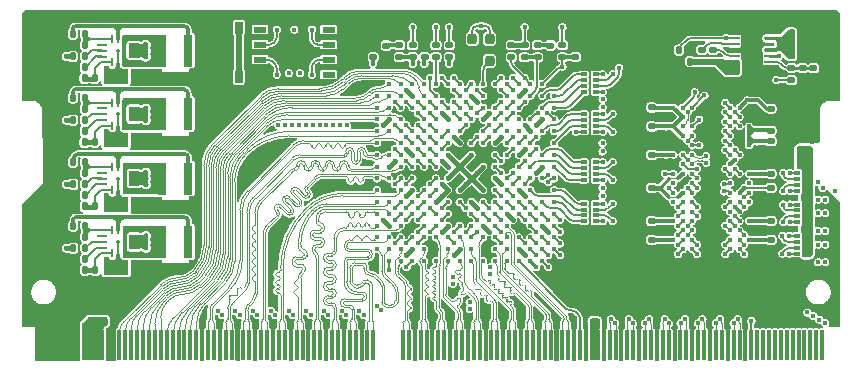
<source format=gbr>
%TF.GenerationSoftware,KiCad,Pcbnew,(6.0.0)*%
%TF.CreationDate,2022-04-27T22:26:10+08:00*%
%TF.ProjectId,XC6SLX25(FTG256)_CoreBoard,58433653-4c58-4323-9528-465447323536,rev?*%
%TF.SameCoordinates,Original*%
%TF.FileFunction,Copper,L1,Top*%
%TF.FilePolarity,Positive*%
%FSLAX46Y46*%
G04 Gerber Fmt 4.6, Leading zero omitted, Abs format (unit mm)*
G04 Created by KiCad (PCBNEW (6.0.0)) date 2022-04-27 22:26:10*
%MOMM*%
%LPD*%
G01*
G04 APERTURE LIST*
G04 Aperture macros list*
%AMRoundRect*
0 Rectangle with rounded corners*
0 $1 Rounding radius*
0 $2 $3 $4 $5 $6 $7 $8 $9 X,Y pos of 4 corners*
0 Add a 4 corners polygon primitive as box body*
4,1,4,$2,$3,$4,$5,$6,$7,$8,$9,$2,$3,0*
0 Add four circle primitives for the rounded corners*
1,1,$1+$1,$2,$3*
1,1,$1+$1,$4,$5*
1,1,$1+$1,$6,$7*
1,1,$1+$1,$8,$9*
0 Add four rect primitives between the rounded corners*
20,1,$1+$1,$2,$3,$4,$5,0*
20,1,$1+$1,$4,$5,$6,$7,0*
20,1,$1+$1,$6,$7,$8,$9,0*
20,1,$1+$1,$8,$9,$2,$3,0*%
%AMOutline4P*
0 Free polygon, 4 corners , with rotation*
0 The origin of the aperture is its center*
0 number of corners: always 4*
0 $1 to $8 corner X, Y*
0 $9 Rotation angle, in degrees counterclockwise*
0 create outline with 4 corners*
4,1,4,$1,$2,$3,$4,$5,$6,$7,$8,$1,$2,$9*%
G04 Aperture macros list end*
%TA.AperFunction,SMDPad,CuDef*%
%ADD10RoundRect,0.135000X0.135000X0.185000X-0.135000X0.185000X-0.135000X-0.185000X0.135000X-0.185000X0*%
%TD*%
%TA.AperFunction,SMDPad,CuDef*%
%ADD11R,0.800000X2.700000*%
%TD*%
%TA.AperFunction,SMDPad,CuDef*%
%ADD12RoundRect,0.135000X0.185000X-0.135000X0.185000X0.135000X-0.185000X0.135000X-0.185000X-0.135000X0*%
%TD*%
%TA.AperFunction,SMDPad,CuDef*%
%ADD13RoundRect,0.140000X-0.140000X-0.170000X0.140000X-0.170000X0.140000X0.170000X-0.140000X0.170000X0*%
%TD*%
%TA.AperFunction,SMDPad,CuDef*%
%ADD14RoundRect,0.135000X-0.185000X0.135000X-0.185000X-0.135000X0.185000X-0.135000X0.185000X0.135000X0*%
%TD*%
%TA.AperFunction,SMDPad,CuDef*%
%ADD15RoundRect,0.140000X0.170000X-0.140000X0.170000X0.140000X-0.170000X0.140000X-0.170000X-0.140000X0*%
%TD*%
%TA.AperFunction,SMDPad,CuDef*%
%ADD16RoundRect,0.135000X-0.135000X-0.185000X0.135000X-0.185000X0.135000X0.185000X-0.135000X0.185000X0*%
%TD*%
%TA.AperFunction,SMDPad,CuDef*%
%ADD17R,0.500000X0.320000*%
%TD*%
%TA.AperFunction,SMDPad,CuDef*%
%ADD18RoundRect,0.140000X0.140000X0.170000X-0.140000X0.170000X-0.140000X-0.170000X0.140000X-0.170000X0*%
%TD*%
%TA.AperFunction,SMDPad,CuDef*%
%ADD19O,0.250000X0.750000*%
%TD*%
%TA.AperFunction,SMDPad,CuDef*%
%ADD20O,0.900000X0.250000*%
%TD*%
%TA.AperFunction,SMDPad,CuDef*%
%ADD21O,0.300000X0.500000*%
%TD*%
%TA.AperFunction,SMDPad,CuDef*%
%ADD22Outline4P,-0.050000X-0.150000X0.050000X-0.150000X0.050000X0.150000X-0.050000X0.150000X225.000000*%
%TD*%
%TA.AperFunction,SMDPad,CuDef*%
%ADD23Outline4P,-0.050000X-0.150000X0.050000X-0.150000X0.050000X0.150000X-0.050000X0.150000X135.000000*%
%TD*%
%TA.AperFunction,SMDPad,CuDef*%
%ADD24RoundRect,0.100000X-0.100000X0.525000X-0.100000X-0.525000X0.100000X-0.525000X0.100000X0.525000X0*%
%TD*%
%TA.AperFunction,SMDPad,CuDef*%
%ADD25Outline4P,-0.050000X-0.150000X0.050000X-0.150000X0.050000X0.150000X-0.050000X0.150000X45.000000*%
%TD*%
%TA.AperFunction,SMDPad,CuDef*%
%ADD26R,0.650000X1.050000*%
%TD*%
%TA.AperFunction,SMDPad,CuDef*%
%ADD27C,0.380000*%
%TD*%
%TA.AperFunction,SMDPad,CuDef*%
%ADD28RoundRect,0.147500X-0.147500X-0.172500X0.147500X-0.172500X0.147500X0.172500X-0.147500X0.172500X0*%
%TD*%
%TA.AperFunction,SMDPad,CuDef*%
%ADD29RoundRect,0.140000X-0.170000X0.140000X-0.170000X-0.140000X0.170000X-0.140000X0.170000X0.140000X0*%
%TD*%
%TA.AperFunction,SMDPad,CuDef*%
%ADD30RoundRect,0.200000X-0.200000X-0.250000X0.200000X-0.250000X0.200000X0.250000X-0.200000X0.250000X0*%
%TD*%
%TA.AperFunction,SMDPad,CuDef*%
%ADD31RoundRect,0.147500X0.172500X-0.147500X0.172500X0.147500X-0.172500X0.147500X-0.172500X-0.147500X0*%
%TD*%
%TA.AperFunction,SMDPad,CuDef*%
%ADD32R,1.100000X0.500000*%
%TD*%
%TA.AperFunction,SMDPad,CuDef*%
%ADD33R,2.000000X2.000000*%
%TD*%
%TA.AperFunction,SMDPad,CuDef*%
%ADD34C,0.400000*%
%TD*%
%TA.AperFunction,SMDPad,CuDef*%
%ADD35R,0.850000X0.280000*%
%TD*%
%TA.AperFunction,SMDPad,CuDef*%
%ADD36R,1.650000X2.400000*%
%TD*%
%TA.AperFunction,SMDPad,CuDef*%
%ADD37R,0.280000X0.700000*%
%TD*%
%TA.AperFunction,SMDPad,CuDef*%
%ADD38R,0.350000X2.500000*%
%TD*%
%TA.AperFunction,ViaPad*%
%ADD39C,0.400000*%
%TD*%
%TA.AperFunction,ViaPad*%
%ADD40C,0.450000*%
%TD*%
%TA.AperFunction,Conductor*%
%ADD41C,0.250000*%
%TD*%
%TA.AperFunction,Conductor*%
%ADD42C,0.150000*%
%TD*%
%TA.AperFunction,Conductor*%
%ADD43C,0.300000*%
%TD*%
%TA.AperFunction,Conductor*%
%ADD44C,0.400000*%
%TD*%
%TA.AperFunction,Conductor*%
%ADD45C,0.500000*%
%TD*%
%TA.AperFunction,Conductor*%
%ADD46C,0.380000*%
%TD*%
%TA.AperFunction,Conductor*%
%ADD47C,0.200000*%
%TD*%
%TA.AperFunction,Conductor*%
%ADD48C,0.120000*%
%TD*%
%TA.AperFunction,Conductor*%
%ADD49C,0.100000*%
%TD*%
%TA.AperFunction,Conductor*%
%ADD50C,0.450000*%
%TD*%
G04 APERTURE END LIST*
D10*
%TO.P,R29,1*%
%TO.N,Net-(R28-Pad2)*%
X111489051Y-97769999D03*
%TO.P,R29,2*%
%TO.N,GND*%
X110469051Y-97769999D03*
%TD*%
D11*
%TO.P,L1,1,1*%
%TO.N,Net-(L1-Pad1)*%
X117980002Y-87356667D03*
%TO.P,L1,2,2*%
%TO.N,+3V3*%
X120180002Y-87356667D03*
%TD*%
D12*
%TO.P,R38,1*%
%TO.N,/FPGA_BL_INIT*%
X149775000Y-82555000D03*
%TO.P,R38,2*%
%TO.N,Net-(LED2-Pad2)*%
X149775000Y-81535000D03*
%TD*%
D13*
%TO.P,C38,1*%
%TO.N,/DDR_VTT*%
X171295000Y-80529999D03*
%TO.P,C38,2*%
%TO.N,GND*%
X172255000Y-80529999D03*
%TD*%
D14*
%TO.P,R5,1*%
%TO.N,+3V3*%
X148675001Y-81535000D03*
%TO.P,R5,2*%
%TO.N,/FPGA_BL_INIT*%
X148675001Y-82555000D03*
%TD*%
D15*
%TO.P,C52,1*%
%TO.N,+1V5*%
X169555000Y-88775000D03*
%TO.P,C52,2*%
%TO.N,GND*%
X169555000Y-87815000D03*
%TD*%
D12*
%TO.P,R20,1*%
%TO.N,+3V3*%
X164650001Y-82940000D03*
%TO.P,R20,2*%
%TO.N,Net-(R20-Pad2)*%
X164650001Y-81920000D03*
%TD*%
D13*
%TO.P,C44,1*%
%TO.N,/DDR_VREF*%
X161745000Y-81940000D03*
%TO.P,C44,2*%
%TO.N,GND*%
X162705000Y-81940000D03*
%TD*%
D16*
%TO.P,R36,1*%
%TO.N,+1V5*%
X110439054Y-80590000D03*
%TO.P,R36,2*%
%TO.N,Net-(R36-Pad2)*%
X111459054Y-80590000D03*
%TD*%
%TO.P,R27,1*%
%TO.N,5V*%
X110469052Y-98709999D03*
%TO.P,R27,2*%
%TO.N,Net-(R27-Pad2)*%
X111489052Y-98709999D03*
%TD*%
D10*
%TO.P,R26,1*%
%TO.N,5V*%
X113350947Y-100581731D03*
%TO.P,R26,2*%
%TO.N,Net-(D2-Pad2)*%
X112330947Y-100581731D03*
%TD*%
D17*
%TO.P,RN3,1,R1.1*%
%TO.N,/DDR_VTT*%
X172705401Y-99170452D03*
%TO.P,RN3,2,R2.1*%
X172705401Y-98670452D03*
%TO.P,RN3,3,R3.1*%
X172705401Y-98170452D03*
%TO.P,RN3,4,R4.1*%
X172705401Y-97670452D03*
%TO.P,RN3,5,R4.2*%
%TO.N,/DDR_A7*%
X171705401Y-97670452D03*
%TO.P,RN3,6,R3.2*%
%TO.N,/DDR_A5*%
X171705401Y-98170452D03*
%TO.P,RN3,7,R2.2*%
%TO.N,/DDR_A9*%
X171705401Y-98670452D03*
%TO.P,RN3,8,R1.2*%
%TO.N,/DDR_A13*%
X171705401Y-99170452D03*
%TD*%
D10*
%TO.P,R22,1*%
%TO.N,5V*%
X113320946Y-89736058D03*
%TO.P,R22,2*%
%TO.N,Net-(D1-Pad2)*%
X112300946Y-89736058D03*
%TD*%
D18*
%TO.P,C45,1*%
%TO.N,+3V3*%
X162705000Y-82910000D03*
%TO.P,C45,2*%
%TO.N,GND*%
X161745000Y-82910000D03*
%TD*%
D19*
%TO.P,U5,1,SW*%
%TO.N,Net-(L2-Pad1)*%
X114780001Y-97205000D03*
%TO.P,U5,2,OUT*%
%TO.N,+2V5*%
X114280001Y-97205000D03*
%TO.P,U5,3,FB*%
%TO.N,Net-(R28-Pad2)*%
X113780001Y-97205000D03*
D20*
%TO.P,U5,4,Ramp*%
%TO.N,unconnected-(U5-Pad4)*%
X112930001Y-97680000D03*
%TO.P,U5,5,EN*%
%TO.N,Net-(R27-Pad2)*%
X112930001Y-98180000D03*
%TO.P,U5,6,MODE*%
%TO.N,Net-(C68-Pad1)*%
X112930001Y-98680000D03*
D19*
%TO.P,U5,7,PG*%
%TO.N,Net-(D2-Pad2)*%
X113780001Y-99155000D03*
%TO.P,U5,8,VIN*%
%TO.N,5V*%
X114280001Y-98510000D03*
X114280001Y-98750000D03*
D21*
X114280001Y-98180000D03*
D19*
X114280001Y-99155000D03*
%TO.P,U5,9,SW*%
%TO.N,Net-(L2-Pad1)*%
X114780001Y-99155000D03*
D20*
%TO.P,U5,10,GND*%
%TO.N,GND*%
X115630001Y-98680000D03*
D22*
X115590001Y-98050000D03*
D23*
X115590001Y-98310000D03*
X115590001Y-97810000D03*
D24*
X115380001Y-98180000D03*
D25*
X115600001Y-98560000D03*
D20*
%TO.P,U5,11,GND*%
X115630001Y-98180000D03*
%TO.P,U5,12,GND*%
X115630001Y-97680000D03*
%TD*%
D11*
%TO.P,L4,1,1*%
%TO.N,Net-(L4-Pad1)*%
X117980002Y-81990000D03*
%TO.P,L4,2,2*%
%TO.N,+1V5*%
X120180002Y-81990000D03*
%TD*%
D17*
%TO.P,RN9,1,R1.1*%
%TO.N,/DDR_MD10*%
X153695001Y-87355000D03*
%TO.P,RN9,2,R2.1*%
%TO.N,/DDR_MD11*%
X153695001Y-87855000D03*
%TO.P,RN9,3,R3.1*%
%TO.N,/DDR_MD9*%
X153695001Y-88355000D03*
%TO.P,RN9,4,R4.1*%
%TO.N,/DDR_MD8*%
X153695001Y-88855000D03*
%TO.P,RN9,5,R4.2*%
%TO.N,/DDR_D8*%
X154695001Y-88855000D03*
%TO.P,RN9,6,R3.2*%
%TO.N,/DDR_D10*%
X154695001Y-88355000D03*
%TO.P,RN9,7,R2.2*%
%TO.N,/DDR_D11*%
X154695001Y-87855000D03*
%TO.P,RN9,8,R1.2*%
%TO.N,/DDR_D9*%
X154695001Y-87355000D03*
%TD*%
D10*
%TO.P,R30,1*%
%TO.N,5V*%
X113320948Y-95170001D03*
%TO.P,R30,2*%
%TO.N,Net-(D3-Pad2)*%
X112300948Y-95170001D03*
%TD*%
D16*
%TO.P,R28,1*%
%TO.N,+2V5*%
X110469051Y-96830001D03*
%TO.P,R28,2*%
%TO.N,Net-(R28-Pad2)*%
X111489051Y-96830001D03*
%TD*%
D26*
%TO.P,Btn1,1,1*%
%TO.N,RESET_FPGA*%
X124490000Y-84185000D03*
X124490000Y-80035000D03*
%TO.P,Btn1,2,2*%
%TO.N,GND*%
X122340000Y-80035000D03*
X122340000Y-84160000D03*
%TD*%
D11*
%TO.P,L2,1,1*%
%TO.N,Net-(L2-Pad1)*%
X117990002Y-98180000D03*
%TO.P,L2,2,2*%
%TO.N,+2V5*%
X120190002Y-98180000D03*
%TD*%
D27*
%TO.P,DDR3-1,A1,VDDQ*%
%TO.N,+1V5*%
X161275000Y-86805000D03*
%TO.P,DDR3-1,A2,DQ13*%
%TO.N,/DDR_D13*%
X162075000Y-86805000D03*
%TO.P,DDR3-1,A3,DQ15*%
%TO.N,/DDR_D15*%
X162875000Y-86805000D03*
%TO.P,DDR3-1,A7,DQ12*%
%TO.N,/DDR_D12*%
X166075000Y-86805000D03*
%TO.P,DDR3-1,A8,VDDQ*%
%TO.N,+1V5*%
X166875000Y-86805000D03*
%TO.P,DDR3-1,A9,VSS*%
%TO.N,GND*%
X167675000Y-86805000D03*
%TO.P,DDR3-1,B1,VSSQ*%
X161275000Y-87605000D03*
%TO.P,DDR3-1,B2,VDD*%
%TO.N,+1V5*%
X162075000Y-87605000D03*
%TO.P,DDR3-1,B3,VSS*%
%TO.N,GND*%
X162875000Y-87605000D03*
%TO.P,DDR3-1,B7,~{UDQS}*%
%TO.N,/DDR_UDQS-*%
X166075000Y-87605000D03*
%TO.P,DDR3-1,B8,DQ14*%
%TO.N,/DDR_D14*%
X166875000Y-87605000D03*
%TO.P,DDR3-1,B9,VSSQ*%
%TO.N,GND*%
X167675000Y-87605000D03*
%TO.P,DDR3-1,C1,VDDQ*%
%TO.N,+1V5*%
X161275000Y-88405000D03*
%TO.P,DDR3-1,C2,DQ11*%
%TO.N,/DDR_D11*%
X162075000Y-88405000D03*
%TO.P,DDR3-1,C3,DQ9*%
%TO.N,/DDR_D9*%
X162875000Y-88405000D03*
%TO.P,DDR3-1,C7,UDQS*%
%TO.N,/DDR_UDQS+*%
X166075000Y-88405000D03*
%TO.P,DDR3-1,C8,DQ10*%
%TO.N,/DDR_D10*%
X166875000Y-88405000D03*
%TO.P,DDR3-1,C9,VDDQ*%
%TO.N,+1V5*%
X167675000Y-88405000D03*
%TO.P,DDR3-1,D1,VSSQ*%
%TO.N,GND*%
X161275000Y-89205000D03*
%TO.P,DDR3-1,D2,VDDQ*%
%TO.N,+1V5*%
X162075000Y-89205000D03*
%TO.P,DDR3-1,D3,UDM*%
%TO.N,/DDR_UDM*%
X162875000Y-89205000D03*
%TO.P,DDR3-1,D7,DQ8*%
%TO.N,/DDR_D8*%
X166075000Y-89205000D03*
%TO.P,DDR3-1,D8,VSSQ*%
%TO.N,GND*%
X166875000Y-89205000D03*
%TO.P,DDR3-1,D9,VDD*%
%TO.N,+1V5*%
X167675000Y-89205000D03*
%TO.P,DDR3-1,E1,VSS*%
%TO.N,GND*%
X161275000Y-90005000D03*
%TO.P,DDR3-1,E2,VSSQ*%
X162075000Y-90005000D03*
%TO.P,DDR3-1,E3,DQ0*%
%TO.N,/DDR_D0*%
X162875000Y-90005000D03*
%TO.P,DDR3-1,E7,LDM*%
%TO.N,/DDR_LDM*%
X166075000Y-90005000D03*
%TO.P,DDR3-1,E8,VSSQ*%
%TO.N,GND*%
X166875000Y-90005000D03*
%TO.P,DDR3-1,E9,VDDQ*%
%TO.N,+1V5*%
X167675000Y-90005000D03*
%TO.P,DDR3-1,F1,VDDQ*%
X161275000Y-90805000D03*
%TO.P,DDR3-1,F2,DQ2*%
%TO.N,/DDR_D2*%
X162075000Y-90805000D03*
%TO.P,DDR3-1,F3,LDQS*%
%TO.N,/DDR_LDQS+*%
X162875000Y-90805000D03*
%TO.P,DDR3-1,F7,DQ1*%
%TO.N,/DDR_D1*%
X166075000Y-90805000D03*
%TO.P,DDR3-1,F8,DQ3*%
%TO.N,/DDR_D3*%
X166875000Y-90805000D03*
%TO.P,DDR3-1,F9,VSSQ*%
%TO.N,GND*%
X167675000Y-90805000D03*
%TO.P,DDR3-1,G1,VSSQ*%
X161275000Y-91605000D03*
%TO.P,DDR3-1,G2,DQ6*%
%TO.N,/DDR_D6*%
X162075000Y-91605000D03*
%TO.P,DDR3-1,G3,~{LDQS}*%
%TO.N,/DDR_LDQS-*%
X162875000Y-91605000D03*
%TO.P,DDR3-1,G7,VDD*%
%TO.N,+1V5*%
X166075000Y-91605000D03*
%TO.P,DDR3-1,G8,VSS*%
%TO.N,GND*%
X166875000Y-91605000D03*
%TO.P,DDR3-1,G9,VSSQ*%
X167675000Y-91605000D03*
%TO.P,DDR3-1,H1,VREFDQ*%
%TO.N,/DDR_VREF*%
X161275000Y-92405000D03*
%TO.P,DDR3-1,H2,VDDQ*%
%TO.N,+1V5*%
X162075000Y-92405000D03*
%TO.P,DDR3-1,H3,DQ4*%
%TO.N,/DDR_D4*%
X162875000Y-92405000D03*
%TO.P,DDR3-1,H7,DQ7*%
%TO.N,/DDR_D7*%
X166075000Y-92405000D03*
%TO.P,DDR3-1,H8,DQ5*%
%TO.N,/DDR_D5*%
X166875000Y-92405000D03*
%TO.P,DDR3-1,H9,VDDQ*%
%TO.N,+1V5*%
X167675000Y-92405000D03*
%TO.P,DDR3-1,J1,NC*%
%TO.N,unconnected-(DDR3-1-PadJ1)*%
X161275000Y-93205000D03*
%TO.P,DDR3-1,J2,VSS*%
%TO.N,GND*%
X162075000Y-93205000D03*
%TO.P,DDR3-1,J3,~{RAS}*%
%TO.N,/DDR_~{RAS}*%
X162875000Y-93205000D03*
%TO.P,DDR3-1,J7,CK*%
%TO.N,/DDR_CLK+*%
X166075000Y-93205000D03*
%TO.P,DDR3-1,J8,VSS*%
%TO.N,GND*%
X166875000Y-93205000D03*
%TO.P,DDR3-1,J9,NC*%
%TO.N,unconnected-(DDR3-1-PadJ9)*%
X167675000Y-93205000D03*
%TO.P,DDR3-1,K1,ODT*%
%TO.N,/DDR_ODT*%
X161275000Y-94005000D03*
%TO.P,DDR3-1,K2,VDD*%
%TO.N,+1V5*%
X162075000Y-94005000D03*
%TO.P,DDR3-1,K3,~{CAS}*%
%TO.N,/DDR_~{CAS}*%
X162875000Y-94005000D03*
%TO.P,DDR3-1,K7,~{CK}*%
%TO.N,/DDR_CLK-*%
X166075000Y-94005000D03*
%TO.P,DDR3-1,K8,VDD*%
%TO.N,+1V5*%
X166875000Y-94005000D03*
%TO.P,DDR3-1,K9,CKE*%
%TO.N,/DDR_CKE*%
X167675000Y-94005000D03*
%TO.P,DDR3-1,L1,NC*%
%TO.N,unconnected-(DDR3-1-PadL1)*%
X161275000Y-94805000D03*
%TO.P,DDR3-1,L2,~{CS}*%
%TO.N,/DDR_CS1*%
X162075000Y-94805000D03*
%TO.P,DDR3-1,L3,~{WE}*%
%TO.N,/DDR_WE*%
X162875000Y-94805000D03*
%TO.P,DDR3-1,L7,A10/AP*%
%TO.N,/DDR_A10*%
X166075000Y-94805000D03*
%TO.P,DDR3-1,L8,ZQ*%
%TO.N,Net-(DDR3-1-PadL8)*%
X166875000Y-94805000D03*
%TO.P,DDR3-1,L9,NC*%
%TO.N,unconnected-(DDR3-1-PadL9)*%
X167675000Y-94805000D03*
%TO.P,DDR3-1,M1,VSS*%
%TO.N,GND*%
X161275000Y-95605000D03*
%TO.P,DDR3-1,M2,BA0*%
%TO.N,/DDR_BA0*%
X162075000Y-95605000D03*
%TO.P,DDR3-1,M3,BA2*%
%TO.N,/DDR_BA2*%
X162875000Y-95605000D03*
%TO.P,DDR3-1,M7,A15*%
%TO.N,unconnected-(DDR3-1-PadM7)*%
X166075000Y-95605000D03*
%TO.P,DDR3-1,M8,VREFCA*%
%TO.N,/DDR_VREF*%
X166875000Y-95605000D03*
%TO.P,DDR3-1,M9,VSS*%
%TO.N,GND*%
X167675000Y-95605000D03*
%TO.P,DDR3-1,N1,VDD*%
%TO.N,+1V5*%
X161275000Y-96405000D03*
%TO.P,DDR3-1,N2,A3*%
%TO.N,/DDR_A3*%
X162075000Y-96405000D03*
%TO.P,DDR3-1,N3,A0*%
%TO.N,/DDR_A0*%
X162875000Y-96405000D03*
%TO.P,DDR3-1,N7,A12/~{BC}*%
%TO.N,/DDR_A12*%
X166075000Y-96405000D03*
%TO.P,DDR3-1,N8,BA1*%
%TO.N,/DDR_BA1*%
X166875000Y-96405000D03*
%TO.P,DDR3-1,N9,VDD*%
%TO.N,+1V5*%
X167675000Y-96405000D03*
%TO.P,DDR3-1,P1,VSS*%
%TO.N,GND*%
X161275000Y-97205000D03*
%TO.P,DDR3-1,P2,A5*%
%TO.N,/DDR_A5*%
X162075000Y-97205000D03*
%TO.P,DDR3-1,P3,A2*%
%TO.N,/DDR_A2*%
X162875000Y-97205000D03*
%TO.P,DDR3-1,P7,A1*%
%TO.N,/DDR_A1*%
X166075000Y-97205000D03*
%TO.P,DDR3-1,P8,A4*%
%TO.N,/DDR_A4*%
X166875000Y-97205000D03*
%TO.P,DDR3-1,P9,VSS*%
%TO.N,GND*%
X167675000Y-97205000D03*
%TO.P,DDR3-1,R1,VDD*%
%TO.N,+1V5*%
X161275000Y-98005000D03*
%TO.P,DDR3-1,R2,A7*%
%TO.N,/DDR_A7*%
X162075000Y-98005000D03*
%TO.P,DDR3-1,R3,A9*%
%TO.N,/DDR_A9*%
X162875000Y-98005000D03*
%TO.P,DDR3-1,R7,A11*%
%TO.N,/DDR_A11*%
X166075000Y-98005000D03*
%TO.P,DDR3-1,R8,A6*%
%TO.N,/DDR_A6*%
X166875000Y-98005000D03*
%TO.P,DDR3-1,R9,VDD*%
%TO.N,+1V5*%
X167675000Y-98005000D03*
%TO.P,DDR3-1,T1,VSS*%
%TO.N,GND*%
X161275000Y-98805000D03*
%TO.P,DDR3-1,T2,~{RESET}*%
%TO.N,/DDR_RESET*%
X162075000Y-98805000D03*
%TO.P,DDR3-1,T3,A13*%
%TO.N,/DDR_A13*%
X162875000Y-98805000D03*
%TO.P,DDR3-1,T7,A14*%
%TO.N,/DDR_A14*%
X166075000Y-98805000D03*
%TO.P,DDR3-1,T8,A8*%
%TO.N,/DDR_A8*%
X166875000Y-98805000D03*
%TO.P,DDR3-1,T9,VSS*%
%TO.N,GND*%
X167675000Y-98805000D03*
%TD*%
D28*
%TO.P,D4,1,K*%
%TO.N,GND*%
X110461553Y-84340000D03*
%TO.P,D4,2,A*%
%TO.N,Net-(D4-Pad2)*%
X111431553Y-84340000D03*
%TD*%
D17*
%TO.P,RN1,1,R1.1*%
%TO.N,/DDR_VTT*%
X172705401Y-93856362D03*
%TO.P,RN1,2,R2.1*%
X172705401Y-93356362D03*
%TO.P,RN1,3,R3.1*%
X172705401Y-92856362D03*
%TO.P,RN1,4,R4.1*%
X172705401Y-92356362D03*
%TO.P,RN1,5,R4.2*%
%TO.N,/DDR_ODT*%
X171705401Y-92356362D03*
%TO.P,RN1,6,R3.2*%
%TO.N,/DDR_CS1*%
X171705401Y-92856362D03*
%TO.P,RN1,7,R2.2*%
%TO.N,/DDR_WE*%
X171705401Y-93356362D03*
%TO.P,RN1,8,R1.2*%
%TO.N,/DDR_BA0*%
X171705401Y-93856362D03*
%TD*%
D13*
%TO.P,C40,1*%
%TO.N,/DDR_VTT*%
X171295000Y-82360000D03*
%TO.P,C40,2*%
%TO.N,GND*%
X172255000Y-82360000D03*
%TD*%
D19*
%TO.P,U6,1,SW*%
%TO.N,Net-(L3-Pad1)*%
X114780000Y-91838334D03*
%TO.P,U6,2,OUT*%
%TO.N,+1V2*%
X114280000Y-91838334D03*
%TO.P,U6,3,FB*%
%TO.N,Net-(R32-Pad2)*%
X113780000Y-91838334D03*
D20*
%TO.P,U6,4,Ramp*%
%TO.N,unconnected-(U6-Pad4)*%
X112930000Y-92313334D03*
%TO.P,U6,5,EN*%
%TO.N,Net-(R31-Pad2)*%
X112930000Y-92813334D03*
%TO.P,U6,6,MODE*%
%TO.N,Net-(C75-Pad1)*%
X112930000Y-93313334D03*
D19*
%TO.P,U6,7,PG*%
%TO.N,Net-(D3-Pad2)*%
X113780000Y-93788334D03*
%TO.P,U6,8,VIN*%
%TO.N,5V*%
X114280000Y-93788334D03*
X114280000Y-93383334D03*
X114280000Y-93143334D03*
D21*
X114280000Y-92813334D03*
D19*
%TO.P,U6,9,SW*%
%TO.N,Net-(L3-Pad1)*%
X114780000Y-93788334D03*
D25*
%TO.P,U6,10,GND*%
%TO.N,GND*%
X115600000Y-93193334D03*
D22*
X115590000Y-92683334D03*
D23*
X115590000Y-92943334D03*
D20*
X115630000Y-93313334D03*
D23*
X115590000Y-92443334D03*
D24*
X115380000Y-92813334D03*
D20*
%TO.P,U6,11,GND*%
X115630000Y-92813334D03*
%TO.P,U6,12,GND*%
X115630000Y-92313334D03*
%TD*%
D29*
%TO.P,C26,1*%
%TO.N,GND*%
X152986927Y-81565000D03*
%TO.P,C26,2*%
%TO.N,RESET_FPGA*%
X152986927Y-82525000D03*
%TD*%
D16*
%TO.P,R31,1*%
%TO.N,5V*%
X110449052Y-93310000D03*
%TO.P,R31,2*%
%TO.N,Net-(R31-Pad2)*%
X111469052Y-93310000D03*
%TD*%
D15*
%TO.P,C47,1*%
%TO.N,+1V5*%
X159445000Y-96415000D03*
%TO.P,C47,2*%
%TO.N,GND*%
X159445000Y-95455000D03*
%TD*%
D14*
%TO.P,R21,1*%
%TO.N,Net-(R21-Pad1)*%
X163670000Y-81920000D03*
%TO.P,R21,2*%
%TO.N,+3V3*%
X163670000Y-82940000D03*
%TD*%
D30*
%TO.P,X1,1,Tri-State*%
%TO.N,+3V3*%
X144260000Y-80980001D03*
%TO.P,X1,2,GND*%
%TO.N,GND*%
X144260000Y-82830001D03*
%TO.P,X1,3,OUT*%
%TO.N,GCLK*%
X145710000Y-82830001D03*
%TO.P,X1,4,VDD*%
%TO.N,+3V3*%
X145710000Y-80980001D03*
%TD*%
D16*
%TO.P,R32,1*%
%TO.N,+1V2*%
X110449053Y-91430000D03*
%TO.P,R32,2*%
%TO.N,Net-(R32-Pad2)*%
X111469053Y-91430000D03*
%TD*%
D31*
%TO.P,LED2,1,K*%
%TO.N,GND*%
X150865000Y-82525000D03*
%TO.P,LED2,2,A*%
%TO.N,Net-(LED2-Pad2)*%
X150865000Y-81555000D03*
%TD*%
D29*
%TO.P,C48,1*%
%TO.N,+1V5*%
X159445000Y-93605000D03*
%TO.P,C48,2*%
%TO.N,GND*%
X159445000Y-94565000D03*
%TD*%
D18*
%TO.P,C75,1*%
%TO.N,Net-(C75-Pad1)*%
X111439053Y-94237782D03*
%TO.P,C75,2*%
%TO.N,GND*%
X110479053Y-94237782D03*
%TD*%
D16*
%TO.P,R23,1*%
%TO.N,5V*%
X110439052Y-87870000D03*
%TO.P,R23,2*%
%TO.N,Net-(R23-Pad2)*%
X111459052Y-87870000D03*
%TD*%
D13*
%TO.P,C39,1*%
%TO.N,/DDR_VTT*%
X171295000Y-81449998D03*
%TO.P,C39,2*%
%TO.N,GND*%
X172255000Y-81449998D03*
%TD*%
D10*
%TO.P,R37,1*%
%TO.N,Net-(R36-Pad2)*%
X111459052Y-81534147D03*
%TO.P,R37,2*%
%TO.N,GND*%
X110439052Y-81534147D03*
%TD*%
D12*
%TO.P,R4,1*%
%TO.N,Net-(R4-Pad1)*%
X140205000Y-82545000D03*
%TO.P,R4,2*%
%TO.N,GND*%
X140205000Y-81525000D03*
%TD*%
%TO.P,R18,1*%
%TO.N,+1V5*%
X171275000Y-84470000D03*
%TO.P,R18,2*%
%TO.N,Net-(C42-Pad1)*%
X171275000Y-83450000D03*
%TD*%
D15*
%TO.P,C51,1*%
%TO.N,+1V5*%
X159445000Y-86795000D03*
%TO.P,C51,2*%
%TO.N,GND*%
X159445000Y-85835000D03*
%TD*%
D10*
%TO.P,R25,1*%
%TO.N,Net-(R24-Pad2)*%
X111459051Y-86930001D03*
%TO.P,R25,2*%
%TO.N,GND*%
X110439051Y-86930001D03*
%TD*%
D17*
%TO.P,RN8,1,R1.1*%
%TO.N,/DDR_MD7*%
X153695001Y-94935000D03*
%TO.P,RN8,2,R2.1*%
%TO.N,/DDR_MD6*%
X153695001Y-95435000D03*
%TO.P,RN8,3,R3.1*%
%TO.N,/DDR_MD5*%
X153695001Y-95935000D03*
%TO.P,RN8,4,R4.1*%
%TO.N,/DDR_MD4*%
X153695001Y-96435000D03*
%TO.P,RN8,5,R4.2*%
%TO.N,/DDR_D5*%
X154695001Y-96435000D03*
%TO.P,RN8,6,R3.2*%
%TO.N,/DDR_D7*%
X154695001Y-95935000D03*
%TO.P,RN8,7,R2.2*%
%TO.N,/DDR_D4*%
X154695001Y-95435000D03*
%TO.P,RN8,8,R1.2*%
%TO.N,/DDR_D6*%
X154695001Y-94935000D03*
%TD*%
%TO.P,RN2,1,R1.1*%
%TO.N,/DDR_VTT*%
X172705401Y-96513407D03*
%TO.P,RN2,2,R2.1*%
X172705401Y-96013407D03*
%TO.P,RN2,3,R3.1*%
X172705401Y-95513407D03*
%TO.P,RN2,4,R4.1*%
X172705401Y-95013407D03*
%TO.P,RN2,5,R4.2*%
%TO.N,/DDR_A0*%
X171705401Y-95013407D03*
%TO.P,RN2,6,R3.2*%
%TO.N,/DDR_BA2*%
X171705401Y-95513407D03*
%TO.P,RN2,7,R2.2*%
%TO.N,/DDR_A3*%
X171705401Y-96013407D03*
%TO.P,RN2,8,R1.2*%
%TO.N,/DDR_A2*%
X171705401Y-96513407D03*
%TD*%
D31*
%TO.P,LED1,1,K*%
%TO.N,GND*%
X136955001Y-82520000D03*
%TO.P,LED1,2,A*%
%TO.N,Net-(LED1-Pad2)*%
X136955001Y-81550000D03*
%TD*%
D18*
%TO.P,C68,1*%
%TO.N,Net-(C68-Pad1)*%
X111459054Y-99644530D03*
%TO.P,C68,2*%
%TO.N,GND*%
X110499054Y-99644530D03*
%TD*%
D29*
%TO.P,C42,1*%
%TO.N,Net-(C42-Pad1)*%
X173135000Y-83480000D03*
%TO.P,C42,2*%
%TO.N,GND*%
X173135000Y-84440000D03*
%TD*%
%TO.P,C35,1*%
%TO.N,+1V5*%
X169555000Y-93605000D03*
%TO.P,C35,2*%
%TO.N,GND*%
X169555000Y-94565000D03*
%TD*%
%TO.P,C49,1*%
%TO.N,+1V5*%
X159445000Y-90815000D03*
%TO.P,C49,2*%
%TO.N,GND*%
X159445000Y-91775000D03*
%TD*%
D19*
%TO.P,U4,1,SW*%
%TO.N,Net-(L1-Pad1)*%
X114770000Y-86381667D03*
%TO.P,U4,2,OUT*%
%TO.N,+3V3*%
X114270000Y-86381667D03*
%TO.P,U4,3,FB*%
%TO.N,Net-(R24-Pad2)*%
X113770000Y-86381667D03*
D20*
%TO.P,U4,4,Ramp*%
%TO.N,unconnected-(U4-Pad4)*%
X112920000Y-86856667D03*
%TO.P,U4,5,EN*%
%TO.N,Net-(R23-Pad2)*%
X112920000Y-87356667D03*
%TO.P,U4,6,MODE*%
%TO.N,Net-(C61-Pad1)*%
X112920000Y-87856667D03*
D19*
%TO.P,U4,7,PG*%
%TO.N,Net-(D1-Pad2)*%
X113770000Y-88331667D03*
%TO.P,U4,8,VIN*%
%TO.N,5V*%
X114270000Y-88331667D03*
X114270000Y-87686667D03*
X114270000Y-87926667D03*
D21*
X114270000Y-87356667D03*
D19*
%TO.P,U4,9,SW*%
%TO.N,Net-(L1-Pad1)*%
X114770000Y-88331667D03*
D25*
%TO.P,U4,10,GND*%
%TO.N,GND*%
X115590000Y-87736667D03*
D20*
X115620000Y-87856667D03*
D22*
X115580000Y-87226667D03*
D23*
X115580000Y-86986667D03*
D24*
X115370000Y-87356667D03*
D23*
X115580000Y-87486667D03*
D20*
%TO.P,U4,11,GND*%
X115620000Y-87356667D03*
%TO.P,U4,12,GND*%
X115620000Y-86856667D03*
%TD*%
D29*
%TO.P,C56,1*%
%TO.N,+1V5*%
X169555000Y-98005000D03*
%TO.P,C56,2*%
%TO.N,GND*%
X169555000Y-98965000D03*
%TD*%
D17*
%TO.P,RN10,1,R1.1*%
%TO.N,/DDR_MD14*%
X153695001Y-83995000D03*
%TO.P,RN10,2,R2.1*%
%TO.N,/DDR_MD15*%
X153695001Y-84495000D03*
%TO.P,RN10,3,R3.1*%
%TO.N,/DDR_MD12*%
X153695001Y-84995000D03*
%TO.P,RN10,4,R4.1*%
%TO.N,/DDR_MD13*%
X153695001Y-85495000D03*
%TO.P,RN10,5,R4.2*%
%TO.N,/DDR_D13*%
X154695001Y-85495000D03*
%TO.P,RN10,6,R3.2*%
%TO.N,/DDR_D15*%
X154695001Y-84995000D03*
%TO.P,RN10,7,R2.2*%
%TO.N,/DDR_D12*%
X154695001Y-84495000D03*
%TO.P,RN10,8,R1.2*%
%TO.N,/DDR_D14*%
X154695001Y-83995000D03*
%TD*%
D15*
%TO.P,C54,1*%
%TO.N,+1V5*%
X169555000Y-92405000D03*
%TO.P,C54,2*%
%TO.N,GND*%
X169555000Y-91445000D03*
%TD*%
D14*
%TO.P,R7,1*%
%TO.N,+3V3*%
X151885000Y-81535000D03*
%TO.P,R7,2*%
%TO.N,RESET_FPGA*%
X151885000Y-82555000D03*
%TD*%
D18*
%TO.P,C82,1*%
%TO.N,Net-(C82-Pad1)*%
X111429052Y-83410000D03*
%TO.P,C82,2*%
%TO.N,GND*%
X110469052Y-83410000D03*
%TD*%
D15*
%TO.P,C57,1*%
%TO.N,+1V5*%
X169555000Y-86895000D03*
%TO.P,C57,2*%
%TO.N,GND*%
X169555000Y-85935000D03*
%TD*%
D28*
%TO.P,D2,1,K*%
%TO.N,GND*%
X110491552Y-100579999D03*
%TO.P,D2,2,A*%
%TO.N,Net-(D2-Pad2)*%
X111461552Y-100579999D03*
%TD*%
D12*
%TO.P,R8,1*%
%TO.N,Net-(R8-Pad1)*%
X135860000Y-82545000D03*
%TO.P,R8,2*%
%TO.N,GND*%
X135860000Y-81525000D03*
%TD*%
%TO.P,R9,1*%
%TO.N,Net-(R9-Pad1)*%
X142300000Y-82545000D03*
%TO.P,R9,2*%
%TO.N,+3V3*%
X142300000Y-81525000D03*
%TD*%
%TO.P,R39,1*%
%TO.N,/FPGA_BL_DONE*%
X138077364Y-82545000D03*
%TO.P,R39,2*%
%TO.N,Net-(LED1-Pad2)*%
X138077364Y-81525000D03*
%TD*%
D32*
%TO.P,U2,1,~{CS}*%
%TO.N,Flash_CS*%
X126275000Y-80205000D03*
%TO.P,U2,2,DO(IO1)*%
%TO.N,Flash_MISO_1*%
X126275000Y-81475000D03*
%TO.P,U2,3,IO2*%
%TO.N,Net-(R40-Pad1)*%
X126275000Y-82745000D03*
%TO.P,U2,4,GND*%
%TO.N,GND*%
X126275000Y-84015000D03*
%TO.P,U2,5,DI(IO0)*%
%TO.N,Flash_MOSI*%
X132075000Y-84015000D03*
%TO.P,U2,6,CLK*%
%TO.N,Flash_CLK*%
X132075000Y-82745000D03*
%TO.P,U2,7,IO3*%
%TO.N,Net-(R42-Pad1)*%
X132075000Y-81475000D03*
%TO.P,U2,8,VCC*%
%TO.N,+3V3*%
X132075000Y-80205000D03*
D33*
%TO.P,U2,9,EP*%
%TO.N,GND*%
X129175000Y-82110000D03*
%TD*%
D29*
%TO.P,C53,1*%
%TO.N,+1V5*%
X169555000Y-89665000D03*
%TO.P,C53,2*%
%TO.N,GND*%
X169555000Y-90625000D03*
%TD*%
D10*
%TO.P,R34,1*%
%TO.N,5V*%
X113320948Y-84340001D03*
%TO.P,R34,2*%
%TO.N,Net-(D4-Pad2)*%
X112300948Y-84340001D03*
%TD*%
D28*
%TO.P,D1,1,K*%
%TO.N,GND*%
X110461552Y-89732924D03*
%TO.P,D1,2,A*%
%TO.N,Net-(D1-Pad2)*%
X111431552Y-89732924D03*
%TD*%
D19*
%TO.P,U7,1,SW*%
%TO.N,Net-(L4-Pad1)*%
X114770000Y-81015000D03*
%TO.P,U7,2,OUT*%
%TO.N,+1V5*%
X114270000Y-81015000D03*
%TO.P,U7,3,FB*%
%TO.N,Net-(R36-Pad2)*%
X113770000Y-81015000D03*
D20*
%TO.P,U7,4,Ramp*%
%TO.N,unconnected-(U7-Pad4)*%
X112920000Y-81490000D03*
%TO.P,U7,5,EN*%
%TO.N,Net-(R35-Pad2)*%
X112920000Y-81990000D03*
%TO.P,U7,6,MODE*%
%TO.N,Net-(C82-Pad1)*%
X112920000Y-82490000D03*
D19*
%TO.P,U7,7,PG*%
%TO.N,Net-(D4-Pad2)*%
X113770000Y-82965000D03*
%TO.P,U7,8,VIN*%
%TO.N,5V*%
X114270000Y-82320000D03*
D21*
X114270000Y-81990000D03*
D19*
X114270000Y-82560000D03*
X114270000Y-82965000D03*
%TO.P,U7,9,SW*%
%TO.N,Net-(L4-Pad1)*%
X114770000Y-82965000D03*
D23*
%TO.P,U7,10,GND*%
%TO.N,GND*%
X115580000Y-82120000D03*
D20*
X115620000Y-82490000D03*
D24*
X115370000Y-81990000D03*
D23*
X115580000Y-81620000D03*
D22*
X115580000Y-81860000D03*
D25*
X115590000Y-82370000D03*
D20*
%TO.P,U7,11,GND*%
X115620000Y-81990000D03*
%TO.P,U7,12,GND*%
X115620000Y-81490000D03*
%TD*%
D16*
%TO.P,R24,1*%
%TO.N,+3V3*%
X110439052Y-85990000D03*
%TO.P,R24,2*%
%TO.N,Net-(R24-Pad2)*%
X111459052Y-85990000D03*
%TD*%
D12*
%TO.P,R3,1*%
%TO.N,Net-(R3-Pad1)*%
X141172501Y-82545000D03*
%TO.P,R3,2*%
%TO.N,+3V3*%
X141172501Y-81525000D03*
%TD*%
D16*
%TO.P,R35,1*%
%TO.N,5V*%
X110439053Y-82479999D03*
%TO.P,R35,2*%
%TO.N,Net-(R35-Pad2)*%
X111459053Y-82479999D03*
%TD*%
D28*
%TO.P,D3,1,K*%
%TO.N,GND*%
X110471552Y-95170000D03*
%TO.P,D3,2,A*%
%TO.N,Net-(D3-Pad2)*%
X111441552Y-95170000D03*
%TD*%
D18*
%TO.P,C61,1*%
%TO.N,Net-(C61-Pad1)*%
X111429053Y-88800000D03*
%TO.P,C61,2*%
%TO.N,GND*%
X110469053Y-88800000D03*
%TD*%
D17*
%TO.P,RN7,1,R1.1*%
%TO.N,/DDR_MD0*%
X153695001Y-91425000D03*
%TO.P,RN7,2,R2.1*%
%TO.N,/DDR_MD1*%
X153695001Y-91925000D03*
%TO.P,RN7,3,R3.1*%
%TO.N,/DDR_MD2*%
X153695001Y-92425000D03*
%TO.P,RN7,4,R4.1*%
%TO.N,/DDR_MD3*%
X153695001Y-92925000D03*
%TO.P,RN7,5,R4.2*%
%TO.N,/DDR_D2*%
X154695001Y-92925000D03*
%TO.P,RN7,6,R3.2*%
%TO.N,/DDR_D3*%
X154695001Y-92425000D03*
%TO.P,RN7,7,R2.2*%
%TO.N,/DDR_D1*%
X154695001Y-91925000D03*
%TO.P,RN7,8,R1.2*%
%TO.N,/DDR_D0*%
X154695001Y-91425000D03*
%TD*%
D14*
%TO.P,R6,1*%
%TO.N,+3V3*%
X139197500Y-81525000D03*
%TO.P,R6,2*%
%TO.N,/FPGA_BL_DONE*%
X139197500Y-82545000D03*
%TD*%
D29*
%TO.P,C50,1*%
%TO.N,+1V5*%
X159445000Y-88405000D03*
%TO.P,C50,2*%
%TO.N,GND*%
X159445000Y-89365000D03*
%TD*%
D11*
%TO.P,L3,1,1*%
%TO.N,Net-(L3-Pad1)*%
X117990002Y-92813334D03*
%TO.P,L3,2,2*%
%TO.N,+1V2*%
X120190002Y-92813334D03*
%TD*%
D29*
%TO.P,C46,1*%
%TO.N,+1V5*%
X159445000Y-98015000D03*
%TO.P,C46,2*%
%TO.N,GND*%
X159445000Y-98975000D03*
%TD*%
D34*
%TO.P,U1,A1,GND*%
%TO.N,GND*%
X151175000Y-99805000D03*
%TO.P,U1,A2,IO_L52N_M3A9_3*%
%TO.N,/DDR_A9*%
X150175000Y-99805000D03*
%TO.P,U1,A3,IO_L83N_VREF_3*%
%TO.N,/DDR_VREF*%
X149175000Y-99805000D03*
%TO.P,U1,A4,IO_L1N_VREF_0*%
%TO.N,/Bank0_L1-*%
X148175000Y-99805000D03*
%TO.P,U1,A5,IO_L2N_0*%
%TO.N,/Bank0_L2-*%
X147175000Y-99805000D03*
%TO.P,U1,A6,IO_L4N_0*%
%TO.N,/Bank0_L4-*%
X146175000Y-99805000D03*
%TO.P,U1,A7,IO_L6N_0*%
%TO.N,/Bank0_L6-*%
X145175000Y-99805000D03*
%TO.P,U1,A8,IO_L33N_0*%
%TO.N,/Bank0_L33-*%
X144175000Y-99805000D03*
%TO.P,U1,A9,IO_L34N_GCLK18_0*%
%TO.N,/Bank0_L34-*%
X143175000Y-99805000D03*
%TO.P,U1,A10,IO_L35N_GCLK16_0*%
%TO.N,/Bank0_L35-*%
X142175000Y-99805000D03*
%TO.P,U1,A11,IO_L39N_0*%
%TO.N,/Bank0_L39-*%
X141175000Y-99805000D03*
%TO.P,U1,A12,IO_L62N_VREF_0*%
%TO.N,/Bank0_L62-*%
X140175000Y-99805000D03*
%TO.P,U1,A13,IO_L63N_SCP6_0*%
%TO.N,/Bank0_L63-*%
X139175000Y-99805000D03*
%TO.P,U1,A14,IO_L65N_SCP2_0*%
%TO.N,/Bank0_L65-*%
X138175000Y-99805000D03*
%TO.P,U1,A15,TMS*%
%TO.N,TMS*%
X137175000Y-99805000D03*
%TO.P,U1,A16,GND*%
%TO.N,GND*%
X136175000Y-99805000D03*
%TO.P,U1,B1,IO_L50N_M3BA2_3*%
%TO.N,/DDR_BA2*%
X151175000Y-98805000D03*
%TO.P,U1,B2,IO_L52P_M3A8_3*%
%TO.N,/DDR_A8*%
X150175000Y-98805000D03*
%TO.P,U1,B3,IO_L83P_3*%
%TO.N,/DDR_CS1*%
X149175000Y-98805000D03*
%TO.P,U1,B4,VCCO_0*%
%TO.N,+2V5*%
X148175000Y-98805000D03*
%TO.P,U1,B5,IO_L2P_0*%
%TO.N,/Bank0_L2+*%
X147175000Y-98805000D03*
%TO.P,U1,B6,IO_L4P_0*%
%TO.N,/Bank0_L4+*%
X146175000Y-98805000D03*
%TO.P,U1,B7,GND*%
%TO.N,GND*%
X145175000Y-98805000D03*
%TO.P,U1,B8,IO_L33P_0*%
%TO.N,/Bank0_L33+*%
X144175000Y-98805000D03*
%TO.P,U1,B9,VCCO_0*%
%TO.N,+2V5*%
X143175000Y-98805000D03*
%TO.P,U1,B10,IO_L35P_GCLK17_0*%
%TO.N,/Bank0_L35+*%
X142175000Y-98805000D03*
%TO.P,U1,B11,GND*%
%TO.N,GND*%
X141175000Y-98805000D03*
%TO.P,U1,B12,IO_L62P_0*%
%TO.N,/Bank0_L62+*%
X140175000Y-98805000D03*
%TO.P,U1,B13,VCCO_0*%
%TO.N,+2V5*%
X139175000Y-98805000D03*
%TO.P,U1,B14,IO_L65P_SCP3_0*%
%TO.N,/Bank0_L65+*%
X138175000Y-98805000D03*
%TO.P,U1,B15,IO_L29P_A23_M1A13_1*%
%TO.N,/Bank1_L29+*%
X137175000Y-98805000D03*
%TO.P,U1,B16,IO_L29N_A22_M1A14_1*%
%TO.N,/Bank1_L29-*%
X136175000Y-98805000D03*
%TO.P,U1,C1,IO_L50P_M3WE_3*%
%TO.N,/DDR_WE*%
X151175000Y-97805000D03*
%TO.P,U1,C2,IO_L48N_M3BA1_3*%
%TO.N,/DDR_BA1*%
X150175000Y-97805000D03*
%TO.P,U1,C3,IO_L48P_M3BA0_3*%
%TO.N,/DDR_BA0*%
X149175000Y-97805000D03*
%TO.P,U1,C4,IO_L1P_HSWAPEN_0*%
%TO.N,Net-(R1-Pad1)*%
X148175000Y-97805000D03*
%TO.P,U1,C5,IO_L3N_0*%
%TO.N,/Bank0_L3-*%
X147175000Y-97805000D03*
%TO.P,U1,C6,IO_L7N_0*%
%TO.N,/Bank0_L7-*%
X146175000Y-97805000D03*
%TO.P,U1,C7,IO_L6P_0*%
%TO.N,/Bank0_L6+*%
X145175000Y-97805000D03*
%TO.P,U1,C8,IO_L38N_VREF_0*%
%TO.N,/Bank0_L38-*%
X144175000Y-97805000D03*
%TO.P,U1,C9,IO_L34P_GCLK19_0*%
%TO.N,/Bank0_L34+*%
X143175000Y-97805000D03*
%TO.P,U1,C10,IO_L37N_GCLK12_0*%
%TO.N,/Bank0_L37-*%
X142175000Y-97805000D03*
%TO.P,U1,C11,IO_L39P_0*%
%TO.N,/Bank0_L39+*%
X141175000Y-97805000D03*
%TO.P,U1,C12,TDI*%
%TO.N,TDI*%
X140175000Y-97805000D03*
%TO.P,U1,C13,IO_L63P_SCP7_0*%
%TO.N,/Bank0_L63+*%
X139175000Y-97805000D03*
%TO.P,U1,C14,TCK*%
%TO.N,TCK*%
X138175000Y-97805000D03*
%TO.P,U1,C15,IO_L33P_A15_M1A10_1*%
%TO.N,/Bank1_L33+*%
X137175000Y-97805000D03*
%TO.P,U1,C16,IO_L33N_A14_M1A4_1*%
%TO.N,/Bank1_L33-*%
X136175000Y-97805000D03*
%TO.P,U1,D1,IO_L49N_M3A2_3*%
%TO.N,/DDR_A2*%
X151175000Y-96805000D03*
%TO.P,U1,D2,VCCO_3*%
%TO.N,+1V5*%
X150175000Y-96805000D03*
%TO.P,U1,D3,IO_L49P_M3A7_3*%
%TO.N,/DDR_A7*%
X149175000Y-96805000D03*
%TO.P,U1,D4,GND*%
%TO.N,GND*%
X148175000Y-96805000D03*
%TO.P,U1,D5,IO_L3P_0*%
%TO.N,/Bank0_L3+*%
X147175000Y-96805000D03*
%TO.P,U1,D6,IO_L7P_0*%
%TO.N,/Bank0_L7+*%
X146175000Y-96805000D03*
%TO.P,U1,D7,VCCO_0*%
%TO.N,+2V5*%
X145175000Y-96805000D03*
%TO.P,U1,D8,IO_L38P_0*%
%TO.N,/Bank0_L38+*%
X144175000Y-96805000D03*
%TO.P,U1,D9,IO_L40N_0*%
%TO.N,/Bank0_L40-*%
X143175000Y-96805000D03*
%TO.P,U1,D10,VCCO_0*%
%TO.N,+2V5*%
X142175000Y-96805000D03*
%TO.P,U1,D11,IO_L66P_SCP1_0*%
%TO.N,/Bank0_L66+*%
X141175000Y-96805000D03*
%TO.P,U1,D12,IO_L66N_SCP0_0*%
%TO.N,/Bank0_L66-*%
X140175000Y-96805000D03*
%TO.P,U1,D13,GND*%
%TO.N,GND*%
X139175000Y-96805000D03*
%TO.P,U1,D14,IO_L31P_A19_M1CKE_1*%
%TO.N,/Bank1_L31+*%
X138175000Y-96805000D03*
%TO.P,U1,D15,VCCO_1*%
%TO.N,+3V3*%
X137175000Y-96805000D03*
%TO.P,U1,D16,IO_L31N_A18_M1A12_1*%
%TO.N,/Bank1_L31-*%
X136175000Y-96805000D03*
%TO.P,U1,E1,IO_L46N_M3CLKN_3*%
%TO.N,/DDR_CLK-*%
X151175000Y-95805000D03*
%TO.P,U1,E2,IO_L46P_M3CLK_3*%
%TO.N,/DDR_CLK+*%
X150175000Y-95805000D03*
%TO.P,U1,E3,IO_L54N_M3A11_3*%
%TO.N,/DDR_A11*%
X149175000Y-95805000D03*
%TO.P,U1,E4,IO_L54P_M3RESET_3*%
%TO.N,/DDR_RESET*%
X148175000Y-95805000D03*
%TO.P,U1,E5,VCCAUX*%
%TO.N,+3V3*%
X147175000Y-95805000D03*
%TO.P,U1,E6,IO_L5N_0*%
%TO.N,/Bank0_L5-*%
X146175000Y-95805000D03*
%TO.P,U1,E7,IO_L36P_GCLK15_0*%
%TO.N,/Bank0_L36+*%
X145175000Y-95805000D03*
%TO.P,U1,E8,IO_L36N_GCLK14_0*%
%TO.N,/Bank0_L36-*%
X144175000Y-95805000D03*
%TO.P,U1,E9,GND*%
%TO.N,GND*%
X143175000Y-95805000D03*
%TO.P,U1,E10,IO_L37P_GCLK13_0*%
%TO.N,/Bank0_L37+*%
X142175000Y-95805000D03*
%TO.P,U1,E11,IO_L64N_SCP4_0*%
%TO.N,/Bank0_L64-*%
X141175000Y-95805000D03*
%TO.P,U1,E12,IO_L1N_A24_VREF_1*%
%TO.N,/Bank1_L1-*%
X140175000Y-95805000D03*
%TO.P,U1,E13,IO_L1P_A25_1*%
%TO.N,/Bank1_L1+*%
X139175000Y-95805000D03*
%TO.P,U1,E14,TDO*%
%TO.N,TDO*%
X138175000Y-95805000D03*
%TO.P,U1,E15,IO_L34P_A13_M1WE_1*%
%TO.N,/Bank1_L34+*%
X137175000Y-95805000D03*
%TO.P,U1,E16,IO_L34N_A12_M1BA2_1*%
%TO.N,/Bank1_L34-*%
X136175000Y-95805000D03*
%TO.P,U1,F1,IO_L41N_GCLK26_M3DQ5_3*%
%TO.N,/DDR_MD5*%
X151175000Y-94805000D03*
%TO.P,U1,F2,IO_L41P_GCLK27_M3DQ4_3*%
%TO.N,/DDR_MD4*%
X150175000Y-94805000D03*
%TO.P,U1,F3,IO_L53N_M3A12_3*%
%TO.N,/DDR_A12*%
X149175000Y-94805000D03*
%TO.P,U1,F4,IO_L53P_M3CKE_3*%
%TO.N,/DDR_CKE*%
X148175000Y-94805000D03*
%TO.P,U1,F5,IO_L55N_M3A14_3*%
%TO.N,/DDR_A14*%
X147175000Y-94805000D03*
%TO.P,U1,F6,IO_L55P_M3A13_3*%
%TO.N,/DDR_A13*%
X146175000Y-94805000D03*
%TO.P,U1,F7,IO_L5P_0*%
%TO.N,/Bank0_L5+*%
X145175000Y-94805000D03*
%TO.P,U1,F8,VCCAUX*%
%TO.N,+3V3*%
X144175000Y-94805000D03*
%TO.P,U1,F9,IO_L40P_0*%
%TO.N,/Bank0_L40+*%
X143175000Y-94805000D03*
%TO.P,U1,F10,IO_L64P_SCP5_0*%
%TO.N,/Bank0_L64+*%
X142175000Y-94805000D03*
%TO.P,U1,F11,VCCAUX*%
%TO.N,+3V3*%
X141175000Y-94805000D03*
%TO.P,U1,F12,IO_L30P_A21_M1RESET_1*%
%TO.N,/Bank1_L30+*%
X140175000Y-94805000D03*
%TO.P,U1,F13,IO_L32P_A17_M1A8_1*%
%TO.N,/Bank1_L32+*%
X139175000Y-94805000D03*
%TO.P,U1,F14,IO_L32N_A16_M1A9_1*%
%TO.N,/Bank1_L32-*%
X138175000Y-94805000D03*
%TO.P,U1,F15,IO_L35P_A11_M1A7_1*%
%TO.N,/Bank1_L35+*%
X137175000Y-94805000D03*
%TO.P,U1,F16,IO_L35N_A10_M1A2_1*%
%TO.N,/Bank1_L35-*%
X136175000Y-94805000D03*
%TO.P,U1,G1,IO_L40N_M3DQ7_3*%
%TO.N,/DDR_MD7*%
X151175000Y-93805000D03*
%TO.P,U1,G2,GND*%
%TO.N,GND*%
X150175000Y-93805000D03*
%TO.P,U1,G3,IO_L40P_M3DQ6_3*%
%TO.N,/DDR_MD6*%
X149175000Y-93805000D03*
%TO.P,U1,G4,VCCO_3*%
%TO.N,+1V5*%
X148175000Y-93805000D03*
%TO.P,U1,G5,IO_L51N_M3A4_3*%
%TO.N,/DDR_A4*%
X147175000Y-93805000D03*
%TO.P,U1,G6,IO_L51P_M3A10_3*%
%TO.N,/DDR_A10*%
X146175000Y-93805000D03*
%TO.P,U1,G7,VCCINT*%
%TO.N,+1V2*%
X145175000Y-93805000D03*
%TO.P,U1,G8,GND*%
%TO.N,GND*%
X144175000Y-93805000D03*
%TO.P,U1,G9,VCCINT*%
%TO.N,+1V2*%
X143175000Y-93805000D03*
%TO.P,U1,G10,VCCAUX*%
%TO.N,+3V3*%
X142175000Y-93805000D03*
%TO.P,U1,G11,IO_L30N_A20_M1A11_1*%
%TO.N,/Bank1_L30-*%
X141175000Y-93805000D03*
%TO.P,U1,G12,IO_L38P_A5_M1CLK_1*%
%TO.N,/Bank1_L38+*%
X140175000Y-93805000D03*
%TO.P,U1,G13,VCCO_1*%
%TO.N,+3V3*%
X139175000Y-93805000D03*
%TO.P,U1,G14,IO_L36P_A9_M1BA0_1*%
%TO.N,/Bank1_L36+*%
X138175000Y-93805000D03*
%TO.P,U1,G15,GND*%
%TO.N,GND*%
X137175000Y-93805000D03*
%TO.P,U1,G16,IO_L36N_A8_M1BA1_1*%
%TO.N,/Bank1_L36-*%
X136175000Y-93805000D03*
%TO.P,U1,H1,IO_L39N_M3LDQSN_3*%
%TO.N,/DDR_MLDQS-*%
X151175000Y-92805000D03*
%TO.P,U1,H2,IO_L39P_M3LDQS_3*%
%TO.N,/DDR_MLDQS+*%
X150175000Y-92805000D03*
%TO.P,U1,H3,IO_L44N_GCLK20_M3A6_3*%
%TO.N,/DDR_A6*%
X149175000Y-92805000D03*
%TO.P,U1,H4,IO_L44P_GCLK21_M3A5_3*%
%TO.N,/DDR_A5*%
X148175000Y-92805000D03*
%TO.P,U1,H5,IO_L43N_GCLK22_IRDY2_M3CASN_3*%
%TO.N,/DDR_~{CAS}*%
X147175000Y-92805000D03*
%TO.P,U1,H6,VCCAUX*%
%TO.N,+3V3*%
X146175000Y-92805000D03*
%TO.P,U1,H7,GND*%
%TO.N,GND*%
X145175000Y-92805000D03*
%TO.P,U1,H8,VCCINT*%
%TO.N,+1V2*%
X144175000Y-92805000D03*
%TO.P,U1,H9,GND*%
%TO.N,GND*%
X143175000Y-92805000D03*
%TO.P,U1,H10,VCCINT*%
%TO.N,+1V2*%
X142175000Y-92805000D03*
%TO.P,U1,H11,IO_L38N_A4_M1CLKN_1*%
%TO.N,/Bank1_L38-*%
X141175000Y-92805000D03*
%TO.P,U1,H12,GND*%
%TO.N,GND*%
X140175000Y-92805000D03*
%TO.P,U1,H13,IO_L39P_M1A3_1*%
%TO.N,/Bank1_L39+*%
X139175000Y-92805000D03*
%TO.P,U1,H14,IO_L39N_M1ODT_1*%
%TO.N,/Bank1_L39-*%
X138175000Y-92805000D03*
%TO.P,U1,H15,IO_L37P_A7_M1A0_1*%
%TO.N,/Bank1_L37+*%
X137175000Y-92805000D03*
%TO.P,U1,H16,IO_L37N_A6_M1A1_1*%
%TO.N,/Bank1_L37-*%
X136175000Y-92805000D03*
%TO.P,U1,J1,IO_L38N_M3DQ3_3*%
%TO.N,/DDR_MD3*%
X151175000Y-91805000D03*
%TO.P,U1,J2,VCCO_3*%
%TO.N,+1V5*%
X150175000Y-91805000D03*
%TO.P,U1,J3,IO_L38P_M3DQ2_3*%
%TO.N,/DDR_MD2*%
X149175000Y-91805000D03*
%TO.P,U1,J4,IO_L42N_GCLK24_M3LDM_3*%
%TO.N,/DDR_MLDM*%
X148175000Y-91805000D03*
%TO.P,U1,J5,GND*%
%TO.N,GND*%
X147175000Y-91805000D03*
%TO.P,U1,J6,IO_L43P_GCLK23_M3RASN_3*%
%TO.N,/DDR_~{RAS}*%
X146175000Y-91805000D03*
%TO.P,U1,J7,VCCINT*%
%TO.N,+1V2*%
X145175000Y-91805000D03*
%TO.P,U1,J8,GND*%
%TO.N,GND*%
X144175000Y-91805000D03*
%TO.P,U1,J9,VCCINT*%
%TO.N,+1V2*%
X143175000Y-91805000D03*
%TO.P,U1,J10,VCCAUX*%
%TO.N,+3V3*%
X142175000Y-91805000D03*
%TO.P,U1,J11,IO_L40P_GCLK11_M1A5_1*%
%TO.N,/Bank1_L40+*%
X141175000Y-91805000D03*
%TO.P,U1,J12,IO_L40N_GCLK10_M1A6_1*%
%TO.N,/Bank1_L40-*%
X140175000Y-91805000D03*
%TO.P,U1,J13,IO_L41P_GCLK9_IRDY1_M1RASN_1*%
%TO.N,/Bank1_L41+*%
X139175000Y-91805000D03*
%TO.P,U1,J14,IO_L43P_GCLK5_M1DQ4_1*%
%TO.N,/Bank1_L43+*%
X138175000Y-91805000D03*
%TO.P,U1,J15,VCCO_1*%
%TO.N,+3V3*%
X137175000Y-91805000D03*
%TO.P,U1,J16,IO_L43N_GCLK4_M1DQ5_1*%
%TO.N,/Bank1_L43-*%
X136175000Y-91805000D03*
%TO.P,U1,K1,IO_L37N_M3DQ1_3*%
%TO.N,/DDR_MD1*%
X151175000Y-90805000D03*
%TO.P,U1,K2,IO_L37P_M3DQ0_3*%
%TO.N,/DDR_MD0*%
X150175000Y-90805000D03*
%TO.P,U1,K3,IO_L42P_GCLK25_TRDY2_M3UDM_3*%
%TO.N,/DDR_MUDM*%
X149175000Y-90805000D03*
%TO.P,U1,K4,VCCO_3*%
%TO.N,+1V5*%
X148175000Y-90805000D03*
%TO.P,U1,K5,IO_L47P_M3A0_3*%
%TO.N,/DDR_A0*%
X147175000Y-90805000D03*
%TO.P,U1,K6,IO_L47N_M3A1_3*%
%TO.N,/DDR_A1*%
X146175000Y-90805000D03*
%TO.P,U1,K7,GND*%
%TO.N,GND*%
X145175000Y-90805000D03*
%TO.P,U1,K8,VCCINT*%
%TO.N,+1V2*%
X144175000Y-90805000D03*
%TO.P,U1,K9,GND*%
%TO.N,GND*%
X143175000Y-90805000D03*
%TO.P,U1,K10,VCCINT*%
%TO.N,+1V2*%
X142175000Y-90805000D03*
%TO.P,U1,K11,IO_L42N_GCLK6_TRDY1_M1LDM_1*%
%TO.N,/Bank1_L42-*%
X141175000Y-90805000D03*
%TO.P,U1,K12,IO_L42P_GCLK7_M1UDM_1*%
%TO.N,/Bank1_L42+*%
X140175000Y-90805000D03*
%TO.P,U1,K13,VCCO_1*%
%TO.N,+3V3*%
X139175000Y-90805000D03*
%TO.P,U1,K14,IO_L41N_GCLK8_M1CASN_1*%
%TO.N,/Bank1_L41-*%
X138175000Y-90805000D03*
%TO.P,U1,K15,IO_L44P_A3_M1DQ6_1*%
%TO.N,/Bank1_L44+*%
X137175000Y-90805000D03*
%TO.P,U1,K16,IO_L44N_A2_M1DQ7_1*%
%TO.N,/Bank1_L44-*%
X136175000Y-90805000D03*
%TO.P,U1,L1,IO_L36N_M3DQ9_3*%
%TO.N,/DDR_MD9*%
X151175000Y-89805000D03*
%TO.P,U1,L2,GND*%
%TO.N,GND*%
X150175000Y-89805000D03*
%TO.P,U1,L3,IO_L36P_M3DQ8_3*%
%TO.N,/DDR_MD8*%
X149175000Y-89805000D03*
%TO.P,U1,L4,IO_L45P_M3A3_3*%
%TO.N,/DDR_A3*%
X148175000Y-89805000D03*
%TO.P,U1,L5,IO_L45N_M3ODT_3*%
%TO.N,/DDR_ODT*%
X147175000Y-89805000D03*
%TO.P,U1,L6,VCCAUX*%
%TO.N,+3V3*%
X146175000Y-89805000D03*
%TO.P,U1,L7,IO_L62N_D6_2*%
%TO.N,/Bank2_L62-*%
X145175000Y-89805000D03*
%TO.P,U1,L8,IO_L62P_D5_2*%
%TO.N,/Bank2_L62+*%
X144175000Y-89805000D03*
%TO.P,U1,L9,VCCAUX*%
%TO.N,+3V3*%
X143175000Y-89805000D03*
%TO.P,U1,L10,IO_L16P_2*%
%TO.N,/Bank2_L16+*%
X142175000Y-89805000D03*
%TO.P,U1,L11,CMPCS_B_2*%
%TO.N,Net-(R9-Pad1)*%
X141175000Y-89805000D03*
%TO.P,U1,L12,IO_L53P_1*%
%TO.N,/Bank1_L53+*%
X140175000Y-89805000D03*
%TO.P,U1,L13,IO_L53N_VREF_1*%
%TO.N,/Bank1_L53-*%
X139175000Y-89805000D03*
%TO.P,U1,L14,IO_L47P_FWE_B_M1DQ0_1*%
%TO.N,/Bank1_L47+*%
X138175000Y-89805000D03*
%TO.P,U1,L15,GND*%
%TO.N,GND*%
X137175000Y-89805000D03*
%TO.P,U1,L16,IO_L47N_LDC_M1DQ1_1*%
%TO.N,/Bank1_L47-*%
X136175000Y-89805000D03*
%TO.P,U1,M1,IO_L35N_M3DQ11_3*%
%TO.N,/DDR_MD11*%
X151175000Y-88805000D03*
%TO.P,U1,M2,IO_L35P_M3DQ10_3*%
%TO.N,/DDR_MD10*%
X150175000Y-88805000D03*
%TO.P,U1,M3,IO_L1N_VREF_3*%
%TO.N,/DDR_VREF*%
X149175000Y-88805000D03*
%TO.P,U1,M4,IO_L1P_3*%
%TO.N,unconnected-(U1-PadM4)*%
X148175000Y-88805000D03*
%TO.P,U1,M5,IO_L2P_3*%
%TO.N,unconnected-(U1-PadM5)*%
X147175000Y-88805000D03*
%TO.P,U1,M6,IO_L64P_D8_2*%
%TO.N,/Bank2_L64+*%
X146175000Y-88805000D03*
%TO.P,U1,M7,IO_L31N_GCLK30_D15_2*%
%TO.N,/Bank2_L31-*%
X145175000Y-88805000D03*
%TO.P,U1,M8,GND*%
%TO.N,GND*%
X144175000Y-88805000D03*
%TO.P,U1,M9,IO_L29P_GCLK3_2*%
%TO.N,/Bank2_L29+*%
X143175000Y-88805000D03*
%TO.P,U1,M10,IO_L16N_VREF_2*%
%TO.N,/Bank2_L16-*%
X142175000Y-88805000D03*
%TO.P,U1,M11,IO_L2N_CMPMOSI_2*%
%TO.N,/Bank2_L2-*%
X141175000Y-88805000D03*
%TO.P,U1,M12,IO_L2P_CMPCLK_2*%
%TO.N,/Bank2_L2+*%
X140175000Y-88805000D03*
%TO.P,U1,M13,IO_L74P_AWAKE_1*%
%TO.N,/Bank1_L74+*%
X139175000Y-88805000D03*
%TO.P,U1,M14,IO_L74N_DOUT_BUSY_1*%
%TO.N,/Bank1_L74-*%
X138175000Y-88805000D03*
%TO.P,U1,M15,IO_L46P_FCS_B_M1DQ2_1*%
%TO.N,/Bank1_L46+*%
X137175000Y-88805000D03*
%TO.P,U1,M16,IO_L46N_FOE_B_M1DQ3_1*%
%TO.N,/Bank1_L46-*%
X136175000Y-88805000D03*
%TO.P,U1,N1,IO_L34N_M3UDQSN_3*%
%TO.N,/DDR_MUDQS-*%
X151175000Y-87805000D03*
%TO.P,U1,N2,VCCO_3*%
%TO.N,+1V5*%
X150175000Y-87805000D03*
%TO.P,U1,N3,IO_L34P_M3UDQS_3*%
%TO.N,/DDR_MUDQS+*%
X149175000Y-87805000D03*
%TO.P,U1,N4,IO_L2N_3*%
%TO.N,unconnected-(U1-PadN4)*%
X148175000Y-87805000D03*
%TO.P,U1,N5,IO_L49P_D3_2*%
%TO.N,/Bank2_L49+*%
X147175000Y-87805000D03*
%TO.P,U1,N6,IO_L64N_D9_2*%
%TO.N,/Bank2_L64-*%
X146175000Y-87805000D03*
%TO.P,U1,N7,VCCO_2*%
%TO.N,+3V3*%
X145175000Y-87805000D03*
%TO.P,U1,N8,IO_L29N_GCLK2_2*%
%TO.N,/Bank2_L29-*%
X144175000Y-87805000D03*
%TO.P,U1,N9,IO_L14P_D11_2*%
%TO.N,/Bank2_L14+*%
X143175000Y-87805000D03*
%TO.P,U1,N10,VCCO_2*%
%TO.N,+3V3*%
X142175000Y-87805000D03*
%TO.P,U1,N11,IO_L13P_M1_2*%
%TO.N,Net-(R4-Pad1)*%
X141175000Y-87805000D03*
%TO.P,U1,N12,IO_L12P_D1_MISO2_2*%
%TO.N,Flash_MISO_2*%
X140175000Y-87805000D03*
%TO.P,U1,N13,GND*%
%TO.N,GND*%
X139175000Y-87805000D03*
%TO.P,U1,N14,IO_L45P_A1_M1LDQS_1*%
%TO.N,/Bank1_L45+*%
X138175000Y-87805000D03*
%TO.P,U1,N15,VCCO_1*%
%TO.N,+3V3*%
X137175000Y-87805000D03*
%TO.P,U1,N16,IO_L45N_A0_M1LDQSN_1*%
%TO.N,/Bank1_L45-*%
X136175000Y-87805000D03*
%TO.P,U1,P1,IO_L33N_M3DQ13_3*%
%TO.N,/DDR_MD13*%
X151175000Y-86805000D03*
%TO.P,U1,P2,IO_L33P_M3DQ12_3*%
%TO.N,/DDR_MD12*%
X150175000Y-86805000D03*
%TO.P,U1,P3,GND*%
%TO.N,GND*%
X149175000Y-86805000D03*
%TO.P,U1,P4,IO_L63P_2*%
%TO.N,/Bank2_L63+*%
X148175000Y-86805000D03*
%TO.P,U1,P5,IO_L49N_D4_2*%
%TO.N,/Bank2_L49-*%
X147175000Y-86805000D03*
%TO.P,U1,P6,IO_L47P_2*%
%TO.N,/Bank2_L47+*%
X146175000Y-86805000D03*
%TO.P,U1,P7,IO_L31P_GCLK31_D14_2*%
%TO.N,/Bank2_L31+*%
X145175000Y-86805000D03*
%TO.P,U1,P8,IO_L30P_GCLK1_D13_2*%
%TO.N,/Bank2_L30+*%
X144175000Y-86805000D03*
%TO.P,U1,P9,IO_L14N_D12_2*%
%TO.N,/Bank2_L14-*%
X143175000Y-86805000D03*
%TO.P,U1,P10,IO_L3P_D0_DIN_MISO_MISO1_2*%
%TO.N,Flash_MISO_1*%
X142175000Y-86805000D03*
%TO.P,U1,P11,IO_L13N_D10_2*%
%TO.N,/Bank2_L13-*%
X141175000Y-86805000D03*
%TO.P,U1,P12,IO_L12N_D2_MISO3_2*%
%TO.N,Flash_MISO_3*%
X140175000Y-86805000D03*
%TO.P,U1,P13,DONE_2*%
%TO.N,/FPGA_BL_DONE*%
X139175000Y-86805000D03*
%TO.P,U1,P14,SUSPEND*%
%TO.N,Net-(R8-Pad1)*%
X138175000Y-86805000D03*
%TO.P,U1,P15,IO_L48P_HDC_M1DQ8_1*%
%TO.N,/Bank1_L48+*%
X137175000Y-86805000D03*
%TO.P,U1,P16,IO_L48N_M1DQ9_1*%
%TO.N,/Bank1_L48-*%
X136175000Y-86805000D03*
%TO.P,U1,R1,IO_L32N_M3DQ15_3*%
%TO.N,/DDR_MD15*%
X151175000Y-85805000D03*
%TO.P,U1,R2,IO_L32P_M3DQ14_3*%
%TO.N,/DDR_MD14*%
X150175000Y-85805000D03*
%TO.P,U1,R3,IO_L65P_INIT_B_2*%
%TO.N,/FPGA_BL_INIT*%
X149175000Y-85805000D03*
%TO.P,U1,R4,VCCO_2*%
%TO.N,+3V3*%
X148175000Y-85805000D03*
%TO.P,U1,R5,IO_L48P_D7_2*%
%TO.N,/Bank2_L48+*%
X147175000Y-85805000D03*
%TO.P,U1,R6,GND*%
%TO.N,GND*%
X146175000Y-85805000D03*
%TO.P,U1,R7,IO_L32P_GCLK29_2*%
%TO.N,/Bank2_L32+*%
X145175000Y-85805000D03*
%TO.P,U1,R8,VCCO_2*%
%TO.N,+3V3*%
X144175000Y-85805000D03*
%TO.P,U1,R9,IO_L23P_2*%
%TO.N,/Bank2_L23+*%
X143175000Y-85805000D03*
%TO.P,U1,R10,GND*%
%TO.N,GND*%
X142175000Y-85805000D03*
%TO.P,U1,R11,IO_L1P_CCLK_2*%
%TO.N,Flash_CLK*%
X141175000Y-85805000D03*
%TO.P,U1,R12,IO_L52P_M1DQ14_1*%
%TO.N,/Bank1_L52+*%
X140175000Y-85805000D03*
%TO.P,U1,R13,VCCO_1*%
%TO.N,+3V3*%
X139175000Y-85805000D03*
%TO.P,U1,R14,IO_L50P_M1UDQS_1*%
%TO.N,/Bank1_L50+*%
X138175000Y-85805000D03*
%TO.P,U1,R15,IO_L49P_M1DQ10_1*%
%TO.N,/Bank1_L49+*%
X137175000Y-85805000D03*
%TO.P,U1,R16,IO_L49N_M1DQ11_1*%
%TO.N,/Bank1_L49-*%
X136175000Y-85805000D03*
%TO.P,U1,T1,GND*%
%TO.N,GND*%
X151175000Y-84805000D03*
%TO.P,U1,T2,PROGRAM_B_2*%
%TO.N,RESET_FPGA*%
X150175000Y-84805000D03*
%TO.P,U1,T3,IO_L65N_CSO_B_2*%
%TO.N,Flash_CS*%
X149175000Y-84805000D03*
%TO.P,U1,T4,IO_L63N_2*%
%TO.N,/Bank2_L63-*%
X148175000Y-84805000D03*
%TO.P,U1,T5,IO_L48N_RDWR_B_VREF_2*%
%TO.N,/Bank2_L48-*%
X147175000Y-84805000D03*
%TO.P,U1,T6,IO_L47N_2*%
%TO.N,/Bank2_L47-*%
X146175000Y-84805000D03*
%TO.P,U1,T7,IO_L32N_GCLK28_2*%
%TO.N,GCLK*%
X145175000Y-84805000D03*
%TO.P,U1,T8,IO_L30N_GCLK0_USERCCLK_2*%
%TO.N,/Bank2_L30-*%
X144175000Y-84805000D03*
%TO.P,U1,T9,IO_L23N_2*%
%TO.N,/Bank2_L23-*%
X143175000Y-84805000D03*
%TO.P,U1,T10,IO_L3N_MOSI_CSI_B_MISO0_2*%
%TO.N,Flash_MOSI*%
X142175000Y-84805000D03*
%TO.P,U1,T11,IO_L1N_M0_CMPMISO_2*%
%TO.N,Net-(R3-Pad1)*%
X141175000Y-84805000D03*
%TO.P,U1,T12,IO_L52N_M1DQ15_1*%
%TO.N,/Bank1_L52-*%
X140175000Y-84805000D03*
%TO.P,U1,T13,IO_L51N_M1DQ13_1*%
%TO.N,/Bank1_L51-*%
X139175000Y-84805000D03*
%TO.P,U1,T14,IO_L51P_M1DQ12_1*%
%TO.N,/Bank1_L51+*%
X138175000Y-84805000D03*
%TO.P,U1,T15,IO_L50N_M1UDQSN_1*%
%TO.N,/Bank1_L50-*%
X137175000Y-84805000D03*
%TO.P,U1,T16,GND*%
%TO.N,GND*%
X136175000Y-84805000D03*
%TD*%
D15*
%TO.P,C55,1*%
%TO.N,+1V5*%
X169555000Y-96405000D03*
%TO.P,C55,2*%
%TO.N,GND*%
X169555000Y-95445000D03*
%TD*%
D10*
%TO.P,R33,1*%
%TO.N,Net-(R32-Pad2)*%
X111469052Y-92370000D03*
%TO.P,R33,2*%
%TO.N,GND*%
X110449052Y-92370000D03*
%TD*%
D35*
%TO.P,U3,1,REFIN*%
%TO.N,Net-(C42-Pad1)*%
X169410000Y-82940000D03*
%TO.P,U3,2,VLDOIN*%
%TO.N,+1V5*%
X169410000Y-82440000D03*
%TO.P,U3,3,VO*%
%TO.N,/DDR_VTT*%
X169410000Y-81940000D03*
%TO.P,U3,4,GND*%
%TO.N,GND*%
X169410000Y-81440000D03*
%TO.P,U3,5,VOSNS*%
%TO.N,/DDR_VTT*%
X169410000Y-80940000D03*
%TO.P,U3,6,REFOUT*%
%TO.N,/DDR_VREF*%
X166460000Y-80940000D03*
%TO.P,U3,7,EN*%
%TO.N,Net-(R21-Pad1)*%
X166460000Y-81440000D03*
%TO.P,U3,8,GND*%
%TO.N,GND*%
X166460000Y-81940000D03*
%TO.P,U3,9,PGOOD*%
%TO.N,Net-(R20-Pad2)*%
X166460000Y-82440000D03*
%TO.P,U3,10,VIN*%
%TO.N,+3V3*%
X166460000Y-82940000D03*
D36*
%TO.P,U3,11,GND*%
%TO.N,GND*%
X167935000Y-81940000D03*
D37*
X167685000Y-83490000D03*
X167685000Y-80390000D03*
X168185000Y-83490000D03*
X168185000Y-80390000D03*
%TD*%
D14*
%TO.P,R19,1*%
%TO.N,Net-(C42-Pad1)*%
X172210000Y-83450000D03*
%TO.P,R19,2*%
%TO.N,GND*%
X172210000Y-84470000D03*
%TD*%
D12*
%TO.P,R2,1*%
%TO.N,Flash_CS*%
X147545000Y-82555000D03*
%TO.P,R2,2*%
%TO.N,+3V3*%
X147545000Y-81535000D03*
%TD*%
D38*
%TO.P,J1,2,2*%
%TO.N,unconnected-(J1-Pad2)*%
X173875000Y-106910000D03*
%TO.P,J1,4,4*%
%TO.N,unconnected-(J1-Pad4)*%
X173375000Y-106910000D03*
%TO.P,J1,6,6*%
%TO.N,unconnected-(J1-Pad6)*%
X172875000Y-106910000D03*
%TO.P,J1,8,8*%
%TO.N,unconnected-(J1-Pad8)*%
X172375000Y-106910000D03*
%TO.P,J1,10,10*%
%TO.N,unconnected-(J1-Pad10)*%
X171875000Y-106910000D03*
%TO.P,J1,12,12*%
%TO.N,unconnected-(J1-Pad12)*%
X171375000Y-106910000D03*
%TO.P,J1,14,14*%
%TO.N,unconnected-(J1-Pad14)*%
X170875000Y-106910000D03*
%TO.P,J1,16,16*%
%TO.N,unconnected-(J1-Pad16)*%
X170375000Y-106910000D03*
%TO.P,J1,18,18*%
%TO.N,unconnected-(J1-Pad18)*%
X169875000Y-106910000D03*
%TO.P,J1,20,20*%
%TO.N,unconnected-(J1-Pad20)*%
X169375000Y-106910000D03*
%TO.P,J1,22,22*%
%TO.N,unconnected-(J1-Pad22)*%
X168875000Y-106910000D03*
%TO.P,J1,24,24*%
%TO.N,unconnected-(J1-Pad24)*%
X168375000Y-106910000D03*
%TO.P,J1,26,26*%
%TO.N,/Bank2_L48-*%
X167875000Y-106910000D03*
%TO.P,J1,28,28*%
%TO.N,GND*%
X167375000Y-106910000D03*
%TO.P,J1,30,30*%
%TO.N,/Bank2_L49+*%
X166875000Y-106910000D03*
%TO.P,J1,32,32*%
%TO.N,/Bank2_L49-*%
X166375000Y-106910000D03*
%TO.P,J1,34,34*%
%TO.N,GND*%
X165875000Y-106910000D03*
%TO.P,J1,36,36*%
%TO.N,/Bank2_L62-*%
X165375000Y-106910000D03*
%TO.P,J1,38,38*%
%TO.N,/Bank2_L62+*%
X164875000Y-106910000D03*
%TO.P,J1,40,40*%
%TO.N,GND*%
X164375000Y-106910000D03*
%TO.P,J1,42,42*%
%TO.N,/Bank2_L31-*%
X163875000Y-106910000D03*
%TO.P,J1,44,44*%
%TO.N,/Bank2_L31+*%
X163375000Y-106910000D03*
%TO.P,J1,46,46*%
%TO.N,GND*%
X162875000Y-106910000D03*
%TO.P,J1,48,48*%
%TO.N,/Bank2_L16-*%
X162375000Y-106910000D03*
%TO.P,J1,50,50*%
%TO.N,/Bank2_L16+*%
X161875000Y-106910000D03*
%TO.P,J1,52,52*%
%TO.N,GND*%
X161375000Y-106910000D03*
%TO.P,J1,54,54*%
%TO.N,/Bank2_L30+*%
X160875000Y-106910000D03*
%TO.P,J1,56,56*%
%TO.N,/Bank2_L30-*%
X160375000Y-106910000D03*
%TO.P,J1,58,58*%
%TO.N,GND*%
X159875000Y-106910000D03*
%TO.P,J1,60,60*%
%TO.N,/Bank2_L23-*%
X159375000Y-106910000D03*
%TO.P,J1,62,62*%
%TO.N,/Bank2_L23+*%
X158875000Y-106910000D03*
%TO.P,J1,64,64*%
%TO.N,GND*%
X158375000Y-106910000D03*
%TO.P,J1,66,66*%
%TO.N,/Bank2_L14-*%
X157875000Y-106910000D03*
%TO.P,J1,68,68*%
%TO.N,/Bank2_L14+*%
X157375000Y-106910000D03*
%TO.P,J1,70,70*%
%TO.N,GND*%
X156875000Y-106910000D03*
%TO.P,J1,72,72*%
%TO.N,/Bank2_L29-*%
X156375000Y-106910000D03*
%TO.P,J1,74,74*%
%TO.N,/Bank2_L29+*%
X155875000Y-106910000D03*
%TO.P,J1,76,76*%
%TO.N,GND*%
X155375000Y-106910000D03*
%TO.P,J1,78,78*%
%TO.N,+2V5*%
X154875000Y-106910000D03*
%TO.P,J1,80,80*%
X154375000Y-106910000D03*
%TO.P,J1,82,82*%
%TO.N,GND*%
X153875000Y-106910000D03*
%TO.P,J1,84,84*%
%TO.N,/Bank0_L1-*%
X153375000Y-106910000D03*
%TO.P,J1,86,86*%
%TO.N,GND*%
X152875000Y-106910000D03*
%TO.P,J1,88,88*%
%TO.N,/Bank0_L3+*%
X152375000Y-106910000D03*
%TO.P,J1,90,90*%
%TO.N,/Bank0_L3-*%
X151875000Y-106910000D03*
%TO.P,J1,92,92*%
%TO.N,GND*%
X151375000Y-106910000D03*
%TO.P,J1,94,94*%
%TO.N,/Bank0_L2-*%
X150875000Y-106910000D03*
%TO.P,J1,96,96*%
%TO.N,/Bank0_L2+*%
X150375000Y-106910000D03*
%TO.P,J1,98,98*%
%TO.N,GND*%
X149875000Y-106910000D03*
%TO.P,J1,100,100*%
%TO.N,/Bank0_L4+*%
X149375000Y-106910000D03*
%TO.P,J1,102,102*%
%TO.N,/Bank0_L4-*%
X148875000Y-106910000D03*
%TO.P,J1,104,104*%
%TO.N,GND*%
X148375000Y-106910000D03*
%TO.P,J1,106,106*%
%TO.N,/Bank0_L6-*%
X147875000Y-106910000D03*
%TO.P,J1,108,108*%
%TO.N,/Bank0_L6+*%
X147375000Y-106910000D03*
%TO.P,J1,110,110*%
%TO.N,GND*%
X146875000Y-106910000D03*
%TO.P,J1,112,112*%
%TO.N,/Bank0_L33+*%
X146375000Y-106910000D03*
%TO.P,J1,114,114*%
%TO.N,/Bank0_L33-*%
X145875000Y-106910000D03*
%TO.P,J1,116,116*%
%TO.N,GND*%
X145375000Y-106910000D03*
%TO.P,J1,118,118*%
%TO.N,/Bank0_L34+*%
X144875000Y-106910000D03*
%TO.P,J1,120,120*%
%TO.N,/Bank0_L34-*%
X144375000Y-106910000D03*
%TO.P,J1,122,122*%
%TO.N,GND*%
X143875000Y-106910000D03*
%TO.P,J1,124,124*%
%TO.N,/Bank0_L35-*%
X143375000Y-106910000D03*
%TO.P,J1,126,126*%
%TO.N,/Bank0_L35+*%
X142875000Y-106910000D03*
%TO.P,J1,128,128*%
%TO.N,GND*%
X142375000Y-106910000D03*
%TO.P,J1,130,130*%
%TO.N,/Bank0_L39+*%
X141875000Y-106910000D03*
%TO.P,J1,132,132*%
%TO.N,/Bank0_L39-*%
X141375000Y-106910000D03*
%TO.P,J1,134,134*%
%TO.N,GND*%
X140875000Y-106910000D03*
%TO.P,J1,136,136*%
%TO.N,/Bank0_L62-*%
X140375000Y-106910000D03*
%TO.P,J1,138,138*%
%TO.N,/Bank0_L62+*%
X139875000Y-106910000D03*
%TO.P,J1,140,140*%
%TO.N,GND*%
X139375000Y-106910000D03*
%TO.P,J1,142,142*%
%TO.N,/Bank0_L65-*%
X138875000Y-106910000D03*
%TO.P,J1,144,144*%
%TO.N,/Bank0_L65+*%
X138375000Y-106910000D03*
%TO.P,J1,146,146*%
%TO.N,/Bank1_L29+*%
X135875000Y-106910000D03*
%TO.P,J1,148,148*%
%TO.N,/Bank1_L29-*%
X135375000Y-106910000D03*
%TO.P,J1,150,150*%
%TO.N,GND*%
X134875000Y-106910000D03*
%TO.P,J1,152,152*%
%TO.N,/Bank1_L33+*%
X134375000Y-106910000D03*
%TO.P,J1,154,154*%
%TO.N,/Bank1_L33-*%
X133875000Y-106910000D03*
%TO.P,J1,156,156*%
%TO.N,GND*%
X133375000Y-106910000D03*
%TO.P,J1,158,158*%
%TO.N,/Bank1_L31+*%
X132875000Y-106910000D03*
%TO.P,J1,160,160*%
%TO.N,/Bank1_L31-*%
X132375000Y-106910000D03*
%TO.P,J1,162,162*%
%TO.N,GND*%
X131875000Y-106910000D03*
%TO.P,J1,164,164*%
%TO.N,/Bank1_L34-*%
X131375000Y-106910000D03*
%TO.P,J1,166,166*%
%TO.N,/Bank1_L34+*%
X130875000Y-106910000D03*
%TO.P,J1,168,168*%
%TO.N,GND*%
X130375000Y-106910000D03*
%TO.P,J1,170,170*%
%TO.N,/Bank1_L35+*%
X129875000Y-106910000D03*
%TO.P,J1,172,172*%
%TO.N,/Bank1_L35-*%
X129375000Y-106910000D03*
%TO.P,J1,174,174*%
%TO.N,GND*%
X128875000Y-106910000D03*
%TO.P,J1,176,176*%
%TO.N,/Bank1_L36+*%
X128375000Y-106910000D03*
%TO.P,J1,178,178*%
%TO.N,/Bank1_L36-*%
X127875000Y-106910000D03*
%TO.P,J1,180,180*%
%TO.N,GND*%
X127375000Y-106910000D03*
%TO.P,J1,182,182*%
%TO.N,/Bank1_L37-*%
X126875000Y-106910000D03*
%TO.P,J1,184,184*%
%TO.N,/Bank1_L37+*%
X126375000Y-106910000D03*
%TO.P,J1,186,186*%
%TO.N,GND*%
X125875000Y-106910000D03*
%TO.P,J1,188,188*%
%TO.N,/Bank1_L43+*%
X125375000Y-106910000D03*
%TO.P,J1,190,190*%
%TO.N,/Bank1_L43-*%
X124875000Y-106910000D03*
%TO.P,J1,192,192*%
%TO.N,GND*%
X124375000Y-106910000D03*
%TO.P,J1,194,194*%
%TO.N,/Bank1_L44+*%
X123875000Y-106910000D03*
%TO.P,J1,196,196*%
%TO.N,/Bank1_L44-*%
X123375000Y-106910000D03*
%TO.P,J1,198,198*%
%TO.N,GND*%
X122875000Y-106910000D03*
%TO.P,J1,200,200*%
%TO.N,/Bank1_L47-*%
X122375000Y-106910000D03*
%TO.P,J1,202,202*%
%TO.N,/Bank1_L47+*%
X121875000Y-106910000D03*
%TO.P,J1,204,204*%
%TO.N,GND*%
X121375000Y-106910000D03*
%TO.P,J1,206,206*%
%TO.N,/Bank1_L46+*%
X120875000Y-106910000D03*
%TO.P,J1,208,208*%
%TO.N,/Bank1_L46-*%
X120375000Y-106910000D03*
%TO.P,J1,210,210*%
%TO.N,/Bank1_L45-*%
X119875000Y-106910000D03*
%TO.P,J1,212,212*%
%TO.N,/Bank1_L45+*%
X119375000Y-106910000D03*
%TO.P,J1,214,214*%
%TO.N,/Bank1_L48+*%
X118875000Y-106910000D03*
%TO.P,J1,216,216*%
%TO.N,/Bank1_L48-*%
X118375000Y-106910000D03*
%TO.P,J1,218,218*%
%TO.N,/Bank1_L49+*%
X117875000Y-106910000D03*
%TO.P,J1,220,220*%
%TO.N,/Bank1_L49-*%
X117375000Y-106910000D03*
%TO.P,J1,222,222*%
%TO.N,/Bank1_L50+*%
X116875000Y-106910000D03*
%TO.P,J1,224,224*%
%TO.N,/Bank1_L50-*%
X116375000Y-106910000D03*
%TO.P,J1,226,226*%
%TO.N,/Bank1_L51+*%
X115875000Y-106910000D03*
%TO.P,J1,228,228*%
%TO.N,/Bank1_L51-*%
X115375000Y-106910000D03*
%TO.P,J1,230,230*%
%TO.N,/Bank1_L52+*%
X114875000Y-106910000D03*
%TO.P,J1,232,232*%
%TO.N,/Bank1_L52-*%
X114375000Y-106910000D03*
%TO.P,J1,234,234*%
%TO.N,GND*%
X113875000Y-106910000D03*
%TO.P,J1,236,236*%
X113375000Y-106910000D03*
%TO.P,J1,238,238*%
%TO.N,+3V3*%
X112875000Y-106910000D03*
%TO.P,J1,240,240*%
X112375000Y-106910000D03*
%TO.P,J1,242,242*%
X111875000Y-106910000D03*
%TO.P,J1,244,244*%
X111375000Y-106910000D03*
%TO.P,J1,246,246*%
%TO.N,GND*%
X110875000Y-106910000D03*
%TO.P,J1,248,248*%
X110375000Y-106910000D03*
%TO.P,J1,250,250*%
X109875000Y-106910000D03*
%TO.P,J1,252,252*%
X109375000Y-106910000D03*
%TO.P,J1,254,254*%
X108875000Y-106910000D03*
%TO.P,J1,256,256*%
X108375000Y-106910000D03*
%TO.P,J1,258,258*%
X107875000Y-106910000D03*
%TO.P,J1,260,260*%
X107375000Y-106910000D03*
%TD*%
D39*
%TO.N,/DDR_VTT*%
X172105401Y-90416362D03*
X172105401Y-91556362D03*
D40*
X170575000Y-81610000D03*
D39*
X172105401Y-90976362D03*
D40*
X170575000Y-81010000D03*
D39*
X172625401Y-91286362D03*
X172625401Y-90706362D03*
D40*
%TO.N,/DDR_VREF*%
X165725000Y-80940000D03*
D39*
X149672500Y-100312500D03*
X166475000Y-95205000D03*
X160545001Y-92404999D03*
X148675000Y-88305000D03*
%TO.N,/DDR_A8*%
X174140802Y-99908585D03*
X150675000Y-99305000D03*
X167275000Y-99205000D03*
%TO.N,GND*%
X143675000Y-96305000D03*
X168340000Y-95030000D03*
D40*
X116600000Y-81490000D03*
D39*
X107175000Y-94905000D03*
X142675000Y-90305000D03*
X134975000Y-80505000D03*
X174775000Y-80105000D03*
X152785000Y-104605000D03*
X168275000Y-87205000D03*
D40*
X116610000Y-98179999D03*
D39*
X143175000Y-79905000D03*
X145675000Y-93305000D03*
X168615000Y-84905000D03*
X123375000Y-80505000D03*
X138675000Y-97305000D03*
X112775000Y-79105000D03*
X121395000Y-104955000D03*
X107175000Y-96105000D03*
X151505000Y-104605000D03*
X172975000Y-79305000D03*
X136675000Y-90310000D03*
X170175000Y-102105000D03*
X151675000Y-84310000D03*
X113975000Y-79105000D03*
X147016250Y-104605000D03*
X165775000Y-79305000D03*
X107975000Y-79105000D03*
X166975000Y-79305000D03*
X133445000Y-104955000D03*
X115575000Y-102105000D03*
X165095000Y-91515000D03*
X123375000Y-83505000D03*
X150008750Y-104605000D03*
D40*
X116600000Y-82489999D03*
D39*
X166475000Y-89605000D03*
X174955000Y-96502000D03*
X107175000Y-84905000D03*
X163435000Y-87190000D03*
D40*
X116610000Y-93310000D03*
D39*
X147675000Y-91305000D03*
X148512500Y-104605000D03*
X133975000Y-80505000D03*
X167935000Y-81950000D03*
X134575000Y-88305000D03*
X142675000Y-93310000D03*
X122945000Y-104955000D03*
X141675000Y-85305000D03*
X150675000Y-89305000D03*
X167935000Y-82650000D03*
X117975000Y-95105000D03*
X120175000Y-95105000D03*
X128945000Y-104955000D03*
X113975000Y-103705000D03*
X117975000Y-89705000D03*
X140675000Y-98305000D03*
X122775000Y-87305000D03*
X107175000Y-80105000D03*
X167275000Y-92805000D03*
X110375000Y-79105000D03*
X127525000Y-98605000D03*
X138675000Y-87305000D03*
X124775000Y-93505000D03*
X149675000Y-86305001D03*
X142527500Y-104605000D03*
D40*
X116610000Y-92809999D03*
D39*
X135895000Y-100425000D03*
X136675000Y-93310000D03*
X123975000Y-86105000D03*
X134945000Y-104955000D03*
X174955000Y-93890000D03*
X107175000Y-97305000D03*
X139535000Y-104605000D03*
X124445000Y-104955000D03*
X168175000Y-79305000D03*
D40*
X116610000Y-98680000D03*
D39*
X174775000Y-84905000D03*
X167775000Y-102105000D03*
X127265000Y-88625000D03*
X107175000Y-82505000D03*
X174175000Y-79305000D03*
X135425750Y-91508948D03*
X142605000Y-102415000D03*
D40*
X116600000Y-87380000D03*
D39*
X174955000Y-99114000D03*
X121575000Y-87305000D03*
X111575000Y-79105000D03*
X174955000Y-100420000D03*
D40*
X116610000Y-97680000D03*
D39*
X107175000Y-100905000D03*
X168275000Y-88005000D03*
X122775000Y-86105000D03*
X107175000Y-81305000D03*
X116575000Y-79105000D03*
X168360000Y-97215000D03*
X144023750Y-104605000D03*
D40*
X116599999Y-86880001D03*
D39*
X145520000Y-104605000D03*
X120175000Y-89705000D03*
X114775000Y-102905000D03*
X174775000Y-81305000D03*
D40*
X116600000Y-87879999D03*
D39*
X125945000Y-104955000D03*
X150445000Y-83355000D03*
X126175000Y-90905000D03*
X174955000Y-95196000D03*
X145675000Y-99305000D03*
X161675000Y-93605000D03*
X144675000Y-94305000D03*
X139675000Y-93305000D03*
X149675000Y-93305000D03*
X171375000Y-102105000D03*
X174955000Y-97808000D03*
X144675000Y-91310000D03*
X107175000Y-83705000D03*
X107175000Y-99705000D03*
X131945000Y-104955000D03*
X174775000Y-82505000D03*
D40*
X116610000Y-92310000D03*
D39*
X116375000Y-101305000D03*
X115175000Y-79105000D03*
X171775000Y-79305000D03*
X135575000Y-88305000D03*
X144675000Y-90310000D03*
X168975000Y-102105000D03*
X170575000Y-79305000D03*
X109175000Y-79105000D03*
X148675000Y-97305000D03*
X140175000Y-79905000D03*
X126975000Y-90105000D03*
X141031250Y-104605000D03*
X174775000Y-83705000D03*
X134555000Y-85505000D03*
X144675000Y-88305000D03*
X130445000Y-104955000D03*
X121575000Y-86105000D03*
D40*
X116600000Y-81990000D03*
D39*
X169375000Y-79305000D03*
X167935000Y-81250000D03*
X107175000Y-98505000D03*
X121575000Y-88505000D03*
X127445000Y-104955000D03*
%TO.N,/DDR_A14*%
X173540802Y-99908585D03*
X147675000Y-95305000D03*
X165675000Y-99205001D03*
%TO.N,/DDR_A13*%
X163275000Y-99205000D03*
X146675000Y-95305000D03*
X171105401Y-99170452D03*
%TO.N,Net-(R40-Pad1)*%
X127695000Y-84015000D03*
%TO.N,Net-(R42-Pad1)*%
X130675000Y-80205000D03*
%TO.N,/DDR_RESET*%
X148675000Y-96305000D03*
X161675000Y-99205000D03*
%TO.N,/DDR_A6*%
X167275000Y-98405000D03*
X174140802Y-98408585D03*
X148675000Y-93305000D03*
%TO.N,/DDR_A11*%
X165675000Y-98405000D03*
X173540802Y-98408585D03*
X149675000Y-96304999D03*
%TO.N,/DDR_A9*%
X150675000Y-100305000D03*
X163275000Y-98405000D03*
X170505401Y-99170452D03*
D40*
%TO.N,+3V3*%
X144992501Y-79900000D03*
X120200000Y-86644999D03*
D39*
X146675001Y-89305000D03*
X142675000Y-89304999D03*
X148675000Y-85305000D03*
D40*
X112625000Y-104905000D03*
D39*
X141675000Y-93305000D03*
X151882501Y-80000000D03*
X148675000Y-80000000D03*
D40*
X166525000Y-83780000D03*
D39*
X145675000Y-87305000D03*
X129185000Y-80205000D03*
D40*
X120200000Y-88095000D03*
X113125000Y-104905000D03*
X120200000Y-87369999D03*
D39*
X136675000Y-88310000D03*
X141675001Y-91305000D03*
X141172501Y-80000000D03*
X138675000Y-94304999D03*
D40*
X112125000Y-104905000D03*
D39*
X136675000Y-96310000D03*
X132075000Y-80205000D03*
X146675001Y-93305000D03*
X142292501Y-80010000D03*
X144675000Y-86310000D03*
X137675000Y-91310000D03*
X144675000Y-95305000D03*
D40*
X165935000Y-83780000D03*
D39*
X141675000Y-94305000D03*
X141675000Y-87305000D03*
X139197500Y-80000000D03*
X147675000Y-96305000D03*
X138675000Y-90305000D03*
X138675000Y-85305000D03*
%TO.N,+1V5*%
X167275000Y-93605000D03*
X168355000Y-96405000D03*
X168355000Y-89675000D03*
X169995000Y-84470000D03*
D40*
X170195000Y-82440000D03*
D39*
X148675000Y-94305000D03*
X160675000Y-90805001D03*
X160185000Y-93605000D03*
X160675001Y-86805000D03*
X166475000Y-91205000D03*
X168355000Y-98005000D03*
X168355000Y-92405000D03*
X160675001Y-98005000D03*
X168355000Y-88745000D03*
X160675000Y-88404999D03*
X148675000Y-90305000D03*
X160675000Y-96405001D03*
X167515000Y-86205000D03*
X150675000Y-97305000D03*
X149675000Y-92305000D03*
D40*
X120200000Y-82710000D03*
X120200000Y-82035000D03*
D39*
X149675000Y-88304998D03*
D40*
X120199999Y-81360000D03*
D39*
%TO.N,+2V5*%
X138675000Y-99305000D03*
D40*
X120210000Y-98177500D03*
X120210000Y-97415000D03*
D39*
X145675000Y-97305000D03*
X141675000Y-97305000D03*
D40*
X154375000Y-104905000D03*
X120189430Y-98919430D03*
X154875000Y-104905000D03*
D39*
X148675000Y-99305000D03*
X142675000Y-99305000D03*
%TO.N,/DDR_A7*%
X161675000Y-98405000D03*
X171105401Y-97670452D03*
X149675000Y-97305000D03*
%TO.N,/DDR_A4*%
X173540802Y-97251540D03*
X147675000Y-94304999D03*
X167275000Y-97605000D03*
%TO.N,/DDR_A1*%
X146675000Y-91305000D03*
X174140802Y-95751540D03*
X165675000Y-96805000D03*
%TO.N,/DDR_A2*%
X162475000Y-97605000D03*
X151675000Y-97305000D03*
X171175000Y-96513407D03*
%TO.N,/DDR_A5*%
X147675000Y-93305001D03*
X170505401Y-97670452D03*
X161675000Y-97605000D03*
%TO.N,/DDR_BA1*%
X173540802Y-95751540D03*
X150675000Y-98305000D03*
X166475000Y-96004999D03*
%TO.N,+1V2*%
X142675000Y-92305000D03*
X143675000Y-93305000D03*
X144675000Y-93305000D03*
D40*
X120210000Y-93485000D03*
D39*
X143675000Y-92310000D03*
D40*
X120210000Y-92060000D03*
D39*
X142675000Y-91305000D03*
X144675000Y-92305000D03*
X143675000Y-91305000D03*
D40*
X120210000Y-92772500D03*
D39*
%TO.N,/DDR_A12*%
X174140802Y-97251540D03*
X149675000Y-95305000D03*
X166475000Y-96805000D03*
%TO.N,/DDR_A0*%
X171175000Y-95013407D03*
X162475000Y-96805000D03*
X147675000Y-90305000D03*
%TO.N,/DDR_A3*%
X148675000Y-89305000D03*
X161675000Y-96805000D03*
X170575000Y-96513407D03*
%TO.N,/DDR_BA2*%
X163275000Y-96005000D03*
X151675000Y-99305000D03*
X170575000Y-95013407D03*
%TO.N,/DDR_BA0*%
X149675000Y-98305000D03*
X171175000Y-93856362D03*
X161675000Y-96005000D03*
%TO.N,Net-(DDR3-1-PadL8)*%
X167275000Y-95205000D03*
%TO.N,/DDR_A10*%
X173540802Y-94594495D03*
X165675000Y-95204999D03*
X146675001Y-94305000D03*
%TO.N,/DDR_WE*%
X163275000Y-95205000D03*
X170575000Y-93856362D03*
X151675001Y-98305000D03*
%TO.N,/DDR_CS1*%
X161675000Y-95205000D03*
X149675000Y-99305000D03*
X170575000Y-92356362D03*
%TO.N,/DDR_CKE*%
X148675000Y-95305000D03*
X174140802Y-94594495D03*
X167275000Y-94405000D03*
%TO.N,/DDR_CLK-*%
X151675000Y-96305000D03*
X165575000Y-93905000D03*
%TO.N,/DDR_~{CAS}*%
X162485000Y-93605000D03*
X147675000Y-92305000D03*
X173905000Y-93600000D03*
%TO.N,/DDR_ODT*%
X171175000Y-92356362D03*
X160875000Y-93605000D03*
X147674999Y-89305000D03*
%TO.N,/DDR_CLK+*%
X150675000Y-96305000D03*
X165585000Y-93305000D03*
%TO.N,/DDR_~{RAS}*%
X146675000Y-92305000D03*
X173540802Y-93094495D03*
X163275000Y-93605000D03*
%TO.N,/DDR_D5*%
X166475000Y-92005000D03*
X155285001Y-96435000D03*
%TO.N,/DDR_D7*%
X156125001Y-96435000D03*
X165675000Y-92005000D03*
%TO.N,/DDR_D4*%
X163275000Y-92805000D03*
X156125001Y-94935001D03*
%TO.N,/DDR_LDQS-*%
X164065000Y-91475000D03*
X155275001Y-94285000D03*
%TO.N,/DDR_D6*%
X155285001Y-94935000D03*
X163275000Y-92005000D03*
%TO.N,/DDR_D3*%
X166474999Y-90405000D03*
X156125001Y-92925000D03*
%TO.N,/DDR_D1*%
X165675000Y-90405000D03*
X156125001Y-91425000D03*
%TO.N,/DDR_LDQS+*%
X164055000Y-90914999D03*
X155275001Y-93585000D03*
%TO.N,/DDR_D2*%
X155285001Y-92925000D03*
X162475000Y-91205000D03*
%TO.N,/DDR_LDM*%
X155275001Y-90515000D03*
X165674999Y-89605000D03*
%TO.N,/DDR_D0*%
X163475000Y-90005000D03*
X155285001Y-91425000D03*
%TO.N,/DDR_D8*%
X165675000Y-88805000D03*
X155285001Y-88855000D03*
%TO.N,/DDR_UDM*%
X155275001Y-89815000D03*
X162475000Y-89605000D03*
%TO.N,/DDR_D10*%
X166475000Y-88005000D03*
X156125001Y-88854999D03*
%TO.N,/DDR_UDQS+*%
X165675000Y-88005000D03*
X155285001Y-86785000D03*
%TO.N,/DDR_D9*%
X163455000Y-87824999D03*
X155285001Y-87355000D03*
%TO.N,/DDR_D11*%
X162474999Y-87205000D03*
X156125001Y-87355000D03*
%TO.N,/DDR_D14*%
X155285001Y-83995000D03*
X166475001Y-87205000D03*
%TO.N,/DDR_UDQS-*%
X155285001Y-86085000D03*
X165675000Y-87205000D03*
%TO.N,/DDR_D12*%
X165675001Y-86405000D03*
X156125000Y-83995000D03*
%TO.N,/DDR_D15*%
X163904999Y-85775000D03*
X156685000Y-83435000D03*
%TO.N,/DDR_D13*%
X155285001Y-85495000D03*
X163075000Y-85505000D03*
%TO.N,Net-(R1-Pad1)*%
X148675000Y-98305000D03*
%TO.N,TMS*%
X137175000Y-100555000D03*
X174125000Y-105055000D03*
%TO.N,TDI*%
X139675000Y-98305000D03*
X172625000Y-104155000D03*
%TO.N,TCK*%
X137675001Y-98305000D03*
X173625000Y-104755000D03*
%TO.N,TDO*%
X173125000Y-104455000D03*
X137675000Y-96305000D03*
%TO.N,RESET_FPGA*%
X124490000Y-80035000D03*
X151885000Y-83350000D03*
%TO.N,Flash_CLK*%
X130675000Y-84015000D03*
X140675000Y-84305000D03*
%TO.N,Net-(R8-Pad1)*%
X135855000Y-83100000D03*
X137675000Y-86305000D03*
%TO.N,Net-(R9-Pad1)*%
X140675000Y-89305000D03*
X142300000Y-83100000D03*
%TO.N,5V*%
X109850000Y-87870000D03*
X114870000Y-83960000D03*
X114880000Y-100730000D03*
X114880000Y-95360000D03*
X114870000Y-89350000D03*
X114270000Y-95360000D03*
X114270000Y-100730000D03*
X114270000Y-100160000D03*
X114870000Y-84530000D03*
X114880000Y-94790000D03*
X114260000Y-84530000D03*
X109860000Y-93310000D03*
X114260000Y-89350000D03*
X114270000Y-94790000D03*
X114870000Y-89920000D03*
X114260000Y-89919999D03*
X109860000Y-98709999D03*
X109850000Y-82480000D03*
X114880000Y-100160000D03*
X114260000Y-83960000D03*
%TO.N,/DDR_MD8*%
X153005001Y-88855000D03*
X149675000Y-89305000D03*
%TO.N,/DDR_MUDM*%
X149675000Y-90305000D03*
%TO.N,/DDR_MUDQS-*%
X150575000Y-87304999D03*
%TO.N,/DDR_MUDQS+*%
X149775000Y-87305000D03*
%TO.N,/DDR_MLDQS-*%
X150675000Y-93105000D03*
%TO.N,/DDR_MLDQS+*%
X150675000Y-92505000D03*
%TO.N,/DDR_MLDM*%
X148675000Y-91305000D03*
%TO.N,/FPGA_BL_DONE*%
X138675000Y-86305000D03*
X139197364Y-83100000D03*
%TO.N,/Bank1_L1-*%
X139675000Y-96305000D03*
X133551777Y-104381777D03*
%TO.N,/Bank1_L1+*%
X138675000Y-96305000D03*
X133198223Y-104028223D03*
%TO.N,/Bank1_L30+*%
X139675000Y-95305000D03*
X134698223Y-104028223D03*
%TO.N,/Bank1_L32+*%
X132051777Y-104381777D03*
X138675000Y-95305000D03*
%TO.N,/Bank1_L32-*%
X137675000Y-95305000D03*
X131698223Y-104028223D03*
%TO.N,/Bank1_L30-*%
X140675000Y-94305000D03*
X135051777Y-104381777D03*
%TO.N,/Bank1_L38+*%
X136198223Y-103628223D03*
X139675000Y-94305000D03*
%TO.N,/Bank1_L38-*%
X136551777Y-103981777D03*
X140675000Y-93305000D03*
%TO.N,/Bank1_L39+*%
X138674999Y-93305000D03*
X129051777Y-104381777D03*
%TO.N,/Bank1_L39-*%
X128698223Y-104028223D03*
X137675000Y-93310000D03*
%TO.N,/Bank1_L40+*%
X130551777Y-104381777D03*
X140674999Y-91305000D03*
%TO.N,/Bank1_L40-*%
X139675000Y-91310000D03*
X130198223Y-104028223D03*
%TO.N,/Bank1_L41+*%
X138675000Y-91305000D03*
X126051777Y-104381777D03*
%TO.N,/Bank1_L42-*%
X127551777Y-104381777D03*
X140675000Y-90305000D03*
%TO.N,/Bank1_L42+*%
X127198223Y-104028223D03*
X139675000Y-90305000D03*
%TO.N,/Bank1_L41-*%
X137675000Y-90305000D03*
X125698223Y-104028223D03*
%TO.N,/Bank1_L53+*%
X124551777Y-104381777D03*
X139675000Y-89305000D03*
%TO.N,/Bank1_L53-*%
X124198223Y-104028223D03*
X138674999Y-89305000D03*
%TO.N,/Bank1_L74+*%
X138675000Y-88305000D03*
X123051777Y-104381777D03*
%TO.N,/Bank1_L74-*%
X137675000Y-88305000D03*
X122698223Y-104028223D03*
%TO.N,/Bank0_L37+*%
X142600000Y-101730000D03*
X141675000Y-96305000D03*
%TO.N,/Bank0_L37-*%
X142600000Y-101180000D03*
X142675000Y-98310000D03*
%TO.N,/Bank0_L38+*%
X143675000Y-97310000D03*
%TO.N,/Bank0_L38-*%
X144675000Y-97310000D03*
%TO.N,/Bank0_L5+*%
X145775000Y-100330000D03*
X145675000Y-95305000D03*
%TO.N,/Bank0_L5-*%
X146675000Y-96305000D03*
X145775000Y-100880000D03*
%TO.N,/Bank0_L40+*%
X144025000Y-103305000D03*
X143675000Y-95305000D03*
%TO.N,/Bank0_L40-*%
X144025000Y-103855000D03*
X142675000Y-97305000D03*
%TO.N,/Bank0_L7+*%
X146675000Y-97305000D03*
%TO.N,/Bank0_L7-*%
X146675001Y-98305000D03*
%TO.N,/Bank0_L63+*%
X138674999Y-98305000D03*
%TO.N,/Bank0_L63-*%
X138675000Y-100310000D03*
%TO.N,/Bank0_L64+*%
X141675000Y-95305000D03*
%TO.N,/Bank0_L64-*%
X140675000Y-95310000D03*
%TO.N,/Bank0_L66+*%
X140675000Y-97305000D03*
%TO.N,/Bank0_L36+*%
X145675000Y-96305000D03*
%TO.N,/Bank0_L66-*%
X139675000Y-97305000D03*
%TO.N,/Bank0_L36-*%
X144675001Y-96305000D03*
%TO.N,/Bank2_L64-*%
X131321000Y-88315000D03*
X146675000Y-87305000D03*
%TO.N,/Bank2_L64+*%
X146675000Y-88305000D03*
X131902000Y-88315000D03*
%TO.N,/Bank2_L63-*%
X127835000Y-88315000D03*
X147675000Y-84305000D03*
%TO.N,/Bank2_L30-*%
X160538223Y-104728223D03*
X143675000Y-85305000D03*
%TO.N,/Bank2_L63+*%
X148675000Y-86305000D03*
X132483000Y-88315000D03*
%TO.N,/Bank2_L30+*%
X143675000Y-86305001D03*
X160891777Y-105081777D03*
%TO.N,/Bank2_L62-*%
X165221777Y-104718223D03*
X145675000Y-89305000D03*
%TO.N,/Bank2_L29-*%
X143675000Y-87310000D03*
X156351777Y-105081777D03*
%TO.N,/Bank2_L62+*%
X164868223Y-105071777D03*
X144675000Y-89305000D03*
%TO.N,/Bank2_L29+*%
X155998223Y-104728223D03*
X143675000Y-88305000D03*
%TO.N,/Bank2_L49-*%
X166368223Y-105071777D03*
X147675000Y-86305000D03*
%TO.N,/Bank2_L23-*%
X159225940Y-104731282D03*
X142675000Y-84305000D03*
%TO.N,/Bank2_L49+*%
X147675000Y-87305000D03*
X166721777Y-104718223D03*
%TO.N,/Bank2_L23+*%
X158872386Y-105084836D03*
X142675000Y-85305000D03*
%TO.N,/Bank2_L48-*%
X147675000Y-85305000D03*
X167880000Y-104870000D03*
%TO.N,/Bank2_L16-*%
X141675000Y-89310000D03*
X162241777Y-104708223D03*
%TO.N,/Bank2_L48+*%
X129578000Y-88315000D03*
X146675000Y-85305000D03*
%TO.N,/Bank2_L16+*%
X161888223Y-105061777D03*
X141675000Y-90310000D03*
%TO.N,/Bank2_L47-*%
X146675000Y-84305000D03*
X128416000Y-88315000D03*
%TO.N,/Bank2_L14-*%
X157851777Y-105081777D03*
X142675000Y-86305000D03*
%TO.N,/Bank2_L47+*%
X130740000Y-88315000D03*
X146675000Y-86305000D03*
%TO.N,/Bank2_L14+*%
X157498223Y-104728223D03*
X142675000Y-87305000D03*
%TO.N,/Bank2_L31+*%
X163378223Y-105071777D03*
X144675000Y-87305000D03*
%TO.N,/Bank2_L13-*%
X140675000Y-86305001D03*
X130159000Y-88315000D03*
%TO.N,/Bank2_L32+*%
X128997000Y-88315000D03*
X144675000Y-85310000D03*
%TO.N,/Bank2_L2-*%
X140675000Y-88305000D03*
X133064000Y-88315000D03*
%TO.N,/Bank2_L31-*%
X145675000Y-88305000D03*
X163731777Y-104718223D03*
%TO.N,/Bank2_L2+*%
X139675000Y-88305000D03*
X133645000Y-88315000D03*
%TO.N,Flash_CS*%
X148675000Y-84305000D03*
X126275000Y-80205000D03*
%TO.N,Net-(R4-Pad1)*%
X140675000Y-87304999D03*
X140200000Y-83100000D03*
%TO.N,Flash_MISO_2*%
X128715000Y-83905000D03*
X139675000Y-87305000D03*
%TO.N,Flash_MISO_3*%
X129655000Y-83905000D03*
X139675000Y-86305000D03*
%TO.N,Flash_MISO_1*%
X141675000Y-86305000D03*
X127695000Y-80205000D03*
%TO.N,Flash_MOSI*%
X141675000Y-84305000D03*
X132075000Y-84015000D03*
%TD*%
D41*
%TO.N,Net-(C42-Pad1)*%
X173105000Y-83450000D02*
X173135000Y-83480000D01*
D42*
X170922107Y-83450000D02*
X171275000Y-83450000D01*
X170351447Y-83086447D02*
X170568554Y-83303554D01*
X169410000Y-82940000D02*
X169997893Y-82940000D01*
D41*
X171275000Y-83450000D02*
X173105000Y-83450000D01*
D42*
X169997893Y-82940000D02*
G75*
G02*
X170351447Y-83086447I1J-499997D01*
G01*
X170568554Y-83303554D02*
G75*
G03*
X170922107Y-83450000I353553J353556D01*
G01*
%TO.N,/DDR_VREF*%
X165725000Y-80940000D02*
X166460000Y-80940000D01*
X161275001Y-92405000D02*
X160545001Y-92404999D01*
D43*
X149680000Y-100310000D02*
X149175000Y-99805000D01*
D44*
X148675000Y-88305000D02*
X149175000Y-88805000D01*
D42*
X161862158Y-81612842D02*
X162417843Y-81057157D01*
X161745000Y-81940000D02*
X161745000Y-81895685D01*
D43*
X166875000Y-95605000D02*
X166475000Y-95205000D01*
D42*
X162700685Y-80940000D02*
X165725000Y-80940000D01*
X161745001Y-81895685D02*
G75*
G02*
X161862159Y-81612843I400003J-2D01*
G01*
X162700685Y-80940001D02*
G75*
G03*
X162417843Y-81057157I-1J-399997D01*
G01*
%TO.N,/DDR_A8*%
X150675000Y-99304999D02*
X150175000Y-98804999D01*
X166875000Y-98805000D02*
X167275000Y-99205000D01*
D41*
%TO.N,GND*%
X168435000Y-81440000D02*
X167935000Y-81940000D01*
D45*
X122340000Y-82650000D02*
X122340000Y-84160000D01*
D44*
X145675000Y-85305000D02*
X146175000Y-85805000D01*
X143175000Y-95804999D02*
X143675000Y-96305000D01*
D43*
X163419264Y-87190000D02*
X163435000Y-87190000D01*
D41*
X166460000Y-81940000D02*
X167935000Y-81940000D01*
D44*
X137175000Y-93805000D02*
X136680000Y-93310000D01*
D46*
X162075000Y-93204999D02*
X161675000Y-93605000D01*
D44*
X139175000Y-96805000D02*
X138675000Y-97305000D01*
D41*
X169410000Y-81440000D02*
X168435000Y-81440000D01*
D44*
X149675000Y-86305001D02*
X149175001Y-86805000D01*
X143175000Y-92810000D02*
X142675000Y-93310000D01*
D46*
X166475000Y-89605000D02*
X166485000Y-89605000D01*
D44*
X140175000Y-92805000D02*
X139675000Y-93305000D01*
X150675000Y-89304999D02*
X150175000Y-89804999D01*
D43*
X162880000Y-87605000D02*
X163207132Y-87277868D01*
D44*
X145675000Y-93305000D02*
X145175000Y-92805000D01*
X136680000Y-93310000D02*
X136675000Y-93310000D01*
X144680000Y-90310000D02*
X145175000Y-90805000D01*
D42*
X166475000Y-89605000D02*
X166485000Y-89615000D01*
D44*
X141175000Y-98805000D02*
X140675000Y-98305000D01*
X136675000Y-90310000D02*
X136675000Y-90305000D01*
X147675000Y-91305000D02*
X147175000Y-91805000D01*
D46*
X167275000Y-92805000D02*
X166875000Y-93205000D01*
D44*
X144675000Y-90310000D02*
X144680000Y-90310000D01*
X143175000Y-90805000D02*
X142675000Y-90305000D01*
D43*
X162875000Y-87605000D02*
X162880000Y-87605000D01*
D44*
X148675000Y-97304999D02*
X148175000Y-96804999D01*
X145675000Y-99305000D02*
X145175000Y-98805000D01*
X144180000Y-91805000D02*
X144675000Y-91310000D01*
D47*
X150445000Y-83355000D02*
X150445000Y-83350000D01*
D44*
X144675000Y-94305000D02*
X144175000Y-93805000D01*
D46*
X166485000Y-89605000D02*
X166875000Y-89215000D01*
D44*
X141675000Y-85305000D02*
X142175000Y-85805000D01*
X143175000Y-92805000D02*
X143175000Y-92810000D01*
D45*
X122340000Y-80035000D02*
X122340000Y-82640000D01*
D42*
X166875000Y-89205000D02*
X166875000Y-89215000D01*
D46*
X166485000Y-89615000D02*
X166875000Y-90005000D01*
D44*
X144175000Y-91805000D02*
X144180000Y-91805000D01*
D45*
X122345000Y-82645000D02*
X122340000Y-82650000D01*
D44*
X138675000Y-87305000D02*
X139175000Y-87805000D01*
X136675000Y-90305000D02*
X137175000Y-89805000D01*
D45*
X122340000Y-82640000D02*
X122345000Y-82645000D01*
D44*
X144675000Y-88305000D02*
X144175000Y-88805000D01*
X150175000Y-93805000D02*
X149675000Y-93305000D01*
D43*
X163419264Y-87190001D02*
G75*
G03*
X163207133Y-87277869I-1J-299997D01*
G01*
D42*
%TO.N,/DDR_A14*%
X147675000Y-95305000D02*
X147175000Y-94805000D01*
X166075000Y-98805000D02*
X165675000Y-99205001D01*
%TO.N,/DDR_A13*%
X171105401Y-99170452D02*
X171705401Y-99170452D01*
X162875000Y-98805000D02*
X163275000Y-99205000D01*
X146675000Y-95305000D02*
X146175000Y-94805000D01*
%TO.N,Net-(R40-Pad1)*%
X126947893Y-82745000D02*
X126275000Y-82745000D01*
X127548553Y-83138553D02*
X127301446Y-82891446D01*
X127695000Y-84015000D02*
X127695000Y-83492107D01*
X127695000Y-83492107D02*
G75*
G03*
X127548553Y-83138553I-499997J1D01*
G01*
X127301446Y-82891446D02*
G75*
G03*
X126947893Y-82745000I-353553J-353556D01*
G01*
%TO.N,Net-(R42-Pad1)*%
X131192107Y-81475000D02*
X132075000Y-81475000D01*
X130821447Y-81311447D02*
X130838554Y-81328554D01*
X130675000Y-80205000D02*
X130675000Y-80957893D01*
X131192107Y-81474999D02*
G75*
G02*
X130838554Y-81328554I0J500001D01*
G01*
X130675000Y-80957893D02*
G75*
G03*
X130821447Y-81311447I499997J-1D01*
G01*
%TO.N,/Bank0_L1-*%
X153375000Y-104672107D02*
X153375000Y-106810000D01*
X153032366Y-104122366D02*
X153228554Y-104318554D01*
X152553026Y-103975919D02*
X152678812Y-103975919D01*
X148175000Y-99805000D02*
X152199473Y-103829473D01*
X153374999Y-104672107D02*
G75*
G03*
X153228554Y-104318554I-500001J0D01*
G01*
X152553026Y-103975918D02*
G75*
G02*
X152199473Y-103829473I0J500001D01*
G01*
X152678812Y-103975919D02*
G75*
G02*
X153032366Y-104122366I1J-499997D01*
G01*
%TO.N,/DDR_RESET*%
X162075000Y-98804999D02*
X161675000Y-99205000D01*
X148675000Y-96304999D02*
X148175000Y-95804999D01*
%TO.N,/DDR_A6*%
X149175000Y-92805000D02*
X148675000Y-93305000D01*
X166875001Y-98005000D02*
X167275000Y-98405000D01*
%TO.N,/DDR_A11*%
X149675000Y-96304999D02*
X149175000Y-95804999D01*
X166075000Y-98005000D02*
X165675000Y-98405000D01*
%TO.N,/DDR_A9*%
X150675000Y-100305000D02*
X150675000Y-100298001D01*
X163275000Y-98405000D02*
X162875000Y-98004999D01*
X150675000Y-100298001D02*
X150181999Y-99805000D01*
X150181999Y-99805000D02*
X150175000Y-99805000D01*
X170755000Y-98835000D02*
X170566108Y-99023892D01*
X171705401Y-98670452D02*
X171152254Y-98670452D01*
X170505402Y-99170452D02*
G75*
G02*
X170566109Y-99023893I207262J2D01*
G01*
X170755000Y-98835000D02*
G75*
G02*
X171152254Y-98670452I397252J-397248D01*
G01*
D47*
%TO.N,+3V3*%
X148672501Y-80002499D02*
X148672501Y-81525000D01*
X142292501Y-80010000D02*
X142292501Y-81535000D01*
D44*
X146675001Y-89305000D02*
X146175000Y-89805000D01*
D47*
X148675000Y-80000000D02*
X148672501Y-80002499D01*
D44*
X137675000Y-91310000D02*
X137179999Y-91805001D01*
D47*
X151882501Y-80000000D02*
X151882501Y-81525000D01*
D44*
X148675001Y-81535000D02*
X147545000Y-81535000D01*
D43*
X114700000Y-85270000D02*
X113980000Y-85270000D01*
D44*
X139175000Y-93805000D02*
X138675000Y-94304999D01*
X137179999Y-91805001D02*
X137175000Y-91805001D01*
X142675000Y-89304999D02*
X143175000Y-89804999D01*
X144175000Y-85805000D02*
X144675000Y-86305000D01*
X141175000Y-94805000D02*
X142175001Y-93805000D01*
X141675000Y-87305000D02*
X142175000Y-87805000D01*
X147175000Y-95805000D02*
X147675000Y-96305000D01*
X144675000Y-86305000D02*
X144675000Y-86310000D01*
X142175001Y-93805000D02*
X141675000Y-93305000D01*
D43*
X120180002Y-85600002D02*
X120180002Y-87356667D01*
D44*
X138675000Y-90305000D02*
X139175000Y-90805000D01*
D47*
X141172501Y-80000000D02*
X141172501Y-81525000D01*
D44*
X137175000Y-96805000D02*
X137170000Y-96805000D01*
X137175000Y-87805000D02*
X137175000Y-87810000D01*
X148675000Y-85304999D02*
X148175000Y-85804999D01*
X137170000Y-96805000D02*
X136675000Y-96310000D01*
D47*
X144619264Y-79900000D02*
X145370736Y-79900000D01*
D43*
X119850000Y-85270000D02*
X114700000Y-85270000D01*
D47*
X145710000Y-80239264D02*
X145710000Y-80980001D01*
D43*
X114270000Y-86381667D02*
X114270000Y-85750000D01*
D44*
X138675000Y-85305000D02*
X139175000Y-85804999D01*
D47*
X144260000Y-80980001D02*
X144260000Y-80259264D01*
X139197500Y-80000000D02*
X139197500Y-81525000D01*
D44*
X142175000Y-91804999D02*
X141675001Y-91305000D01*
D43*
X113980000Y-85270000D02*
X113790000Y-85270000D01*
X110439052Y-85990000D02*
X110439052Y-85490948D01*
D44*
X137175000Y-87810000D02*
X136675000Y-88310000D01*
D43*
X114270000Y-86381667D02*
X114270000Y-85700000D01*
D44*
X144675000Y-95305000D02*
X144175000Y-94805000D01*
X146175000Y-92805000D02*
X146675001Y-93305000D01*
X145675000Y-87305000D02*
X145175000Y-87805000D01*
D47*
X144347868Y-80047132D02*
X144407132Y-79987868D01*
X145582868Y-79987868D02*
X145622132Y-80027132D01*
D43*
X113790000Y-85270000D02*
X110660000Y-85270000D01*
X114700000Y-85270000D02*
G75*
G03*
X114270000Y-85700000I0J-430000D01*
G01*
D47*
X144619264Y-79900001D02*
G75*
G03*
X144407133Y-79987869I-1J-299997D01*
G01*
X145582868Y-79987868D02*
G75*
G03*
X145370736Y-79900000I-212131J-212130D01*
G01*
X145709999Y-80239264D02*
G75*
G03*
X145622131Y-80027133I-299997J1D01*
G01*
X144347868Y-80047132D02*
G75*
G03*
X144260000Y-80259264I212130J-212131D01*
G01*
D43*
X110660000Y-85270000D02*
G75*
G03*
X110439052Y-85490948I-1J-220947D01*
G01*
X113790000Y-85270000D02*
G75*
G02*
X114270000Y-85750000I-1J-480001D01*
G01*
X120180002Y-85600002D02*
G75*
G03*
X119850000Y-85270000I-330001J1D01*
G01*
D44*
%TO.N,+1V5*%
X148675000Y-94304999D02*
X148175000Y-93804999D01*
D43*
X169165001Y-86895000D02*
X168475000Y-86204999D01*
X167475000Y-86205000D02*
X166875001Y-86805000D01*
X167515000Y-86205000D02*
X167475000Y-86205000D01*
D41*
X160905001Y-94405000D02*
X160185000Y-93685000D01*
D43*
X114270000Y-81015000D02*
X114270000Y-80310000D01*
D46*
X161275000Y-88404999D02*
X159435000Y-88405000D01*
X166475000Y-91205000D02*
X166075000Y-91605000D01*
D43*
X110439054Y-80590000D02*
X110439054Y-80130946D01*
X168475000Y-86204999D02*
X167515000Y-86205000D01*
D44*
X150174999Y-91805000D02*
X149675000Y-92305000D01*
D43*
X159455000Y-90805000D02*
X159445000Y-90815000D01*
X168015000Y-88745000D02*
X167675000Y-88405000D01*
D46*
X161275000Y-88404999D02*
X162075000Y-89205000D01*
D43*
X162075000Y-92405000D02*
X161675000Y-92805000D01*
X114670000Y-79910000D02*
X113980000Y-79910000D01*
D46*
X159435000Y-86805000D02*
X161275001Y-86805000D01*
D42*
X169995000Y-84470000D02*
X171275000Y-84470000D01*
D46*
X167675000Y-92405000D02*
X169575000Y-92405000D01*
X161275001Y-96405000D02*
X159435000Y-96405000D01*
D43*
X168005000Y-89675000D02*
X167675000Y-89345000D01*
D46*
X159435000Y-98005000D02*
X161275001Y-98005000D01*
X161275001Y-86805000D02*
X162075000Y-87604999D01*
X167675000Y-98005000D02*
X169575000Y-98005000D01*
X162075000Y-87604999D02*
X161275000Y-88404999D01*
X168005000Y-89675000D02*
X169574999Y-89675000D01*
D43*
X113980000Y-79910000D02*
X113830000Y-79910000D01*
D48*
X161675000Y-94405000D02*
X160905001Y-94405000D01*
D44*
X160135000Y-93605000D02*
X159445000Y-93605000D01*
D41*
X160185000Y-93685000D02*
X160185000Y-93605000D01*
D43*
X161275001Y-90805000D02*
X159455000Y-90805000D01*
X120199999Y-80259999D02*
X120199999Y-81360000D01*
X119850000Y-79910000D02*
X114670000Y-79910000D01*
X114270000Y-81015000D02*
X114270000Y-80350000D01*
D44*
X149675000Y-88305000D02*
X150175000Y-87805000D01*
D48*
X161675000Y-92805000D02*
X160905000Y-92805000D01*
D43*
X162075000Y-94005000D02*
X161685000Y-94395000D01*
D44*
X150675000Y-97304999D02*
X150174999Y-96804999D01*
D46*
X168015000Y-88745000D02*
X169575000Y-88745000D01*
D43*
X168015000Y-88745000D02*
X167675001Y-89085000D01*
D46*
X167275000Y-93605000D02*
X166875000Y-94005000D01*
D44*
X148674999Y-90305000D02*
X148175000Y-90804998D01*
D43*
X113830000Y-79910000D02*
X110660000Y-79910000D01*
X168005000Y-89675000D02*
X167675000Y-90005000D01*
X160185000Y-93655000D02*
X160185000Y-93595000D01*
X169555000Y-86895000D02*
X169165001Y-86895000D01*
D42*
X169555000Y-93605000D02*
X167275000Y-93605000D01*
D41*
X160185000Y-93605000D02*
X160185000Y-93525000D01*
X170195000Y-82440000D02*
X169410000Y-82440000D01*
X160185000Y-93525000D02*
X160905000Y-92805000D01*
D43*
X167675000Y-90005000D02*
X167675000Y-88405000D01*
D46*
X169575000Y-96405000D02*
X167675000Y-96405000D01*
D43*
X114670000Y-79910000D02*
G75*
G03*
X114270000Y-80310000I-1J-399999D01*
G01*
X110660000Y-79910000D02*
G75*
G03*
X110439054Y-80130946I1J-220947D01*
G01*
X113830000Y-79910000D02*
G75*
G02*
X114270000Y-80350000I0J-440000D01*
G01*
X120199999Y-80259999D02*
G75*
G03*
X119850000Y-79910000I-349998J1D01*
G01*
D44*
%TO.N,+2V5*%
X139175000Y-98805000D02*
X138675000Y-99305000D01*
D43*
X110660000Y-96080000D02*
X113790000Y-96080000D01*
X110469051Y-96270949D02*
X110469051Y-96830001D01*
D44*
X143175000Y-98804999D02*
X142675000Y-99305000D01*
D43*
X114820000Y-96080000D02*
X119850000Y-96080000D01*
X114280001Y-97205000D02*
X114280001Y-96619999D01*
D44*
X145175000Y-96805000D02*
X145675000Y-97305000D01*
X142175000Y-96805000D02*
X141675000Y-97305000D01*
X148175000Y-98804999D02*
X148675000Y-99304999D01*
D43*
X114280001Y-97205000D02*
X114280001Y-96570001D01*
X113790000Y-96080000D02*
X114820000Y-96080000D01*
X120210000Y-96440000D02*
X120210000Y-97415000D01*
X114820000Y-96080000D02*
G75*
G03*
X114280001Y-96619999I0J-539999D01*
G01*
X113790000Y-96080000D02*
G75*
G02*
X114280001Y-96570001I0J-490001D01*
G01*
X120210000Y-96440000D02*
G75*
G03*
X119850000Y-96080000I-360002J-2D01*
G01*
X110469051Y-96270949D02*
G75*
G02*
X110660000Y-96080000I190950J-1D01*
G01*
D42*
%TO.N,/DDR_A7*%
X149674999Y-97304999D02*
X149175000Y-96805000D01*
X162075000Y-98005000D02*
X161675000Y-98405000D01*
X171705401Y-97670452D02*
X171105401Y-97670452D01*
%TO.N,/DDR_A4*%
X166875000Y-97205000D02*
X167275000Y-97605000D01*
X147675000Y-94304999D02*
X147175001Y-93805000D01*
%TO.N,/DDR_A1*%
X146675000Y-91305000D02*
X146175000Y-90805000D01*
X166075000Y-97205000D02*
X165675000Y-96805000D01*
D49*
%TO.N,/Bank1_L29+*%
X135055000Y-100420442D02*
X135055000Y-100315000D01*
X135144362Y-101397059D02*
X135380249Y-101397059D01*
X136921447Y-100940025D02*
X137645796Y-101664374D01*
X137965000Y-102435000D02*
X137965000Y-103235000D01*
X136876441Y-99106282D02*
X136810869Y-99219858D01*
X136775000Y-99412107D02*
X136775000Y-100586471D01*
X136565000Y-103270736D02*
X136565000Y-101933529D01*
X134074520Y-100445480D02*
X134074520Y-101454291D01*
X137735000Y-103545000D02*
X137643490Y-103636510D01*
X134153076Y-100256924D02*
X134152302Y-100257698D01*
X135282487Y-100902487D02*
X135235000Y-100855000D01*
X135686471Y-101055000D02*
X135650685Y-101055000D01*
X135816421Y-104876420D02*
X135843615Y-104905176D01*
X135783578Y-104843577D02*
X135816421Y-104876420D01*
X135843615Y-104905176D02*
X135873895Y-104978279D01*
X134162388Y-101666423D02*
X134249816Y-101753851D01*
X135756670Y-104814630D02*
X135783578Y-104843577D01*
X135875000Y-105017842D02*
X135875000Y-106810000D01*
X134461948Y-101841719D02*
X134492595Y-101841719D01*
X136921446Y-99058554D02*
X136876441Y-99106282D01*
X135725000Y-104702156D02*
X135726441Y-104741652D01*
X136781361Y-103611361D02*
X136652868Y-103482868D01*
X135725000Y-101741810D02*
X135725000Y-104702156D01*
X135873895Y-104978279D02*
X135875000Y-105017842D01*
X137908431Y-103371568D02*
X137735000Y-103545000D01*
X134905000Y-100165000D02*
X134375000Y-100165000D01*
X136810869Y-99219858D02*
X136776926Y-99346534D01*
X135726441Y-104741652D02*
X135756670Y-104814630D01*
X136418553Y-101579975D02*
X136040024Y-101201446D01*
X134704727Y-101753851D02*
X135002941Y-101455637D01*
X137175000Y-98805000D02*
X136921446Y-99058554D01*
X136776926Y-99346534D02*
X136775000Y-99412107D01*
X135521671Y-101455638D02*
X135666422Y-101600389D01*
X137492073Y-103699229D02*
X136993493Y-103699229D01*
X136921447Y-100940025D02*
G75*
G02*
X136775000Y-100586471I353550J353553D01*
G01*
X135055001Y-100420442D02*
G75*
G03*
X135235001Y-100854999I614552J-2D01*
G01*
X135725000Y-101741810D02*
G75*
G03*
X135666422Y-101600389I-200003J-1D01*
G01*
X136418553Y-101579975D02*
G75*
G02*
X136565000Y-101933529I-353550J-353553D01*
G01*
X136781361Y-103611361D02*
G75*
G03*
X136993493Y-103699229I212131J212130D01*
G01*
X134074521Y-100445480D02*
G75*
G02*
X134152302Y-100257698I265559J2D01*
G01*
X136565001Y-103270736D02*
G75*
G03*
X136652869Y-103482867I299997J-1D01*
G01*
X135144362Y-101397059D02*
G75*
G03*
X135002941Y-101455637I1J-200003D01*
G01*
X137908431Y-103371568D02*
G75*
G03*
X137965000Y-103235000I-136569J136569D01*
G01*
X135282487Y-100902487D02*
G75*
G03*
X135650685Y-101055000I368198J368196D01*
G01*
X135521671Y-101455638D02*
G75*
G03*
X135380249Y-101397059I-141421J-141420D01*
G01*
X134704727Y-101753851D02*
G75*
G02*
X134492595Y-101841719I-212131J212130D01*
G01*
X134153076Y-100256924D02*
G75*
G02*
X134375000Y-100165000I221926J-221929D01*
G01*
X135686471Y-101055001D02*
G75*
G02*
X136040024Y-101201446I0J-500001D01*
G01*
X137964999Y-102435000D02*
G75*
G03*
X137645795Y-101664375I-1089829J0D01*
G01*
X137492073Y-103699229D02*
G75*
G03*
X137643490Y-103636510I2J214131D01*
G01*
X134461948Y-101841718D02*
G75*
G02*
X134249817Y-101753850I-1J299997D01*
G01*
X134905000Y-100165000D02*
G75*
G02*
X135055000Y-100315000I0J-150000D01*
G01*
X134162388Y-101666423D02*
G75*
G02*
X134074520Y-101454291I212130J212131D01*
G01*
%TO.N,/Bank1_L29-*%
X133875000Y-100364970D02*
X133875000Y-101536935D01*
X136765000Y-103188572D02*
X136765000Y-101850685D01*
X136575000Y-99412107D02*
X136575000Y-100669315D01*
X135466421Y-104843578D02*
X135433578Y-104876421D01*
X135525000Y-101859322D02*
X135525000Y-104702156D01*
X136175000Y-98805000D02*
X136428554Y-99058554D01*
X136539131Y-99219858D02*
X136573074Y-99346534D01*
X135015000Y-99955000D02*
X134282279Y-99955000D01*
X135376441Y-104978346D02*
X135375000Y-105017842D01*
X135523896Y-104741719D02*
X135493616Y-104814822D01*
X135197843Y-101645000D02*
X135310678Y-101645000D01*
X135375000Y-105017842D02*
X135375000Y-106810000D01*
X135433578Y-104876421D02*
X135406670Y-104905368D01*
X135406670Y-104905368D02*
X135376441Y-104978346D01*
X135525000Y-104702156D02*
X135523896Y-104741719D01*
X134405338Y-102067273D02*
X134568463Y-102067273D01*
X134780595Y-101979405D02*
X135056422Y-101703578D01*
X136573074Y-99346534D02*
X136575000Y-99412107D01*
X135265000Y-100430979D02*
X135265000Y-100205000D01*
X136473559Y-99106282D02*
X136539131Y-99219858D01*
X137391500Y-103499709D02*
X137076137Y-103499709D01*
X135769315Y-100855000D02*
X135733529Y-100855000D01*
X136864005Y-103411841D02*
X136852868Y-103400704D01*
X136721447Y-101022869D02*
X137494289Y-101795711D01*
X136428554Y-99058554D02*
X136473559Y-99106282D01*
X135493616Y-104814822D02*
X135466421Y-104843578D01*
X134065000Y-100045000D02*
X133966903Y-100143098D01*
X136618553Y-101497131D02*
X136122868Y-101001446D01*
X137755000Y-102425123D02*
X137755000Y-103091863D01*
X137675000Y-103285000D02*
X137508934Y-103451066D01*
X133962868Y-101749067D02*
X134193206Y-101979405D01*
X135452100Y-101703579D02*
X135466422Y-101717901D01*
X136721447Y-101022869D02*
G75*
G02*
X136575000Y-100669315I353550J353553D01*
G01*
X136618553Y-101497131D02*
G75*
G02*
X136765000Y-101850685I-353550J-353553D01*
G01*
X134780595Y-101979405D02*
G75*
G02*
X134568463Y-102067273I-212131J212130D01*
G01*
X136864005Y-103411841D02*
G75*
G03*
X137076137Y-103499709I212131J212130D01*
G01*
X135015000Y-99955000D02*
G75*
G02*
X135265000Y-100205000I1J-249999D01*
G01*
X134405338Y-102067272D02*
G75*
G02*
X134193207Y-101979404I-1J299997D01*
G01*
X135452100Y-101703579D02*
G75*
G03*
X135310678Y-101645000I-141421J-141420D01*
G01*
X135197843Y-101645000D02*
G75*
G03*
X135056422Y-101703578I1J-200003D01*
G01*
X135265001Y-100430979D02*
G75*
G03*
X135379976Y-100708552I392541J-3D01*
G01*
X135379975Y-100708553D02*
G75*
G03*
X135733529Y-100855000I353553J353550D01*
G01*
X137755000Y-102425123D02*
G75*
G03*
X137494289Y-101795711I-890124J-1D01*
G01*
X133962868Y-101749067D02*
G75*
G02*
X133875000Y-101536935I212130J212131D01*
G01*
X134065000Y-100045000D02*
G75*
G02*
X134282279Y-99955000I217282J-217285D01*
G01*
X137391500Y-103499709D02*
G75*
G03*
X137508934Y-103451066I-3J166083D01*
G01*
X137675000Y-103285000D02*
G75*
G03*
X137755000Y-103091863I-193138J193137D01*
G01*
X136765001Y-103188572D02*
G75*
G03*
X136852869Y-103400703I299997J-1D01*
G01*
X135525000Y-101859322D02*
G75*
G03*
X135466422Y-101717901I-200003J-1D01*
G01*
X135769315Y-100855001D02*
G75*
G02*
X136122868Y-101001446I0J-500001D01*
G01*
X133875000Y-100364970D02*
G75*
G02*
X133966903Y-100143098I313777J-2D01*
G01*
D42*
%TO.N,/DDR_A2*%
X171175000Y-96513407D02*
X171705401Y-96513407D01*
X162875000Y-97205000D02*
X162475000Y-97605000D01*
X151675000Y-97305000D02*
X151175000Y-96804999D01*
%TO.N,/DDR_A5*%
X148175000Y-92805000D02*
X147675000Y-93305001D01*
X170505401Y-97746263D02*
X170505401Y-97670452D01*
X171705401Y-98170452D02*
X170952010Y-98170452D01*
X162075001Y-97205000D02*
X161675000Y-97605000D01*
X170625000Y-98035000D02*
G75*
G03*
X170952010Y-98170452I327012J327014D01*
G01*
X170505401Y-97746263D02*
G75*
G03*
X170625000Y-98035000I408335J0D01*
G01*
%TO.N,/DDR_BA1*%
X150675000Y-98304999D02*
X150174999Y-97804999D01*
X166875001Y-96405000D02*
X166475000Y-96004999D01*
D43*
%TO.N,+1V2*%
X120210000Y-92060000D02*
X120210000Y-91060000D01*
D44*
X143175000Y-93805000D02*
X145175000Y-91805000D01*
D43*
X114280000Y-91838334D02*
X114280000Y-91250000D01*
X114280000Y-91838334D02*
X114280000Y-91210000D01*
X119860000Y-90710000D02*
X114780000Y-90710000D01*
D44*
X142175000Y-92805000D02*
X144175000Y-90805000D01*
D43*
X110449053Y-91430000D02*
X110449053Y-91220947D01*
X113740000Y-90710000D02*
X110960000Y-90710000D01*
X114780000Y-90710000D02*
X113990000Y-90710000D01*
X113990000Y-90710000D02*
X113740000Y-90710000D01*
D44*
X142175000Y-90805000D02*
X145175000Y-93805000D01*
D43*
X119860000Y-90710000D02*
G75*
G02*
X120210000Y-91060000I-1J-350001D01*
G01*
X113740000Y-90710000D02*
G75*
G02*
X114280000Y-91250000I1J-539999D01*
G01*
X114780000Y-90710000D02*
G75*
G03*
X114280000Y-91210000I1J-500001D01*
G01*
X110960000Y-90710000D02*
G75*
G03*
X110449053Y-91220947I0J-510947D01*
G01*
D42*
%TO.N,/DDR_A12*%
X149675000Y-95305000D02*
X149175000Y-94805000D01*
X166075000Y-96405000D02*
X166475000Y-96805000D01*
D49*
%TO.N,/Bank1_L33+*%
X134511422Y-102420000D02*
X134950000Y-102420000D01*
X134283579Y-104843578D02*
X134316422Y-104876421D01*
X133450000Y-103520000D02*
X133850000Y-103520000D01*
X134225000Y-103895000D02*
X134225000Y-104702156D01*
X135380000Y-99640000D02*
X133830000Y-99640000D01*
X134375000Y-105017842D02*
X134375000Y-106810000D01*
X133605000Y-98495000D02*
X133605000Y-98565000D01*
X133605000Y-99865000D02*
X133605000Y-100825684D01*
X133605000Y-100825684D02*
X133605000Y-101513578D01*
X133830000Y-98790000D02*
X135380000Y-98790000D01*
X134950000Y-103170000D02*
X133450000Y-103170000D01*
X136775000Y-98205000D02*
X133895000Y-98205000D01*
X135325000Y-102795000D02*
G75*
G03*
X134950000Y-102420000I-375000J0D01*
G01*
X133605000Y-98495000D02*
G75*
G02*
X133895000Y-98205000I290000J0D01*
G01*
X134511422Y-102420000D02*
G75*
G02*
X133605000Y-101513578I0J906422D01*
G01*
X134316422Y-104876421D02*
G75*
G02*
X134375000Y-105017842I-141425J-141422D01*
G01*
X134225000Y-103895000D02*
G75*
G03*
X133850000Y-103520000I-375000J0D01*
G01*
X135380000Y-99640000D02*
G75*
G03*
X135805000Y-99215000I-1J425001D01*
G01*
X134950000Y-103170000D02*
G75*
G03*
X135325000Y-102795000I0J375000D01*
G01*
X134283579Y-104843578D02*
G75*
G02*
X134225000Y-104702156I141420J141421D01*
G01*
X136775000Y-98205000D02*
G75*
G03*
X137175000Y-97805000I1J399999D01*
G01*
X133275000Y-103345000D02*
G75*
G02*
X133450000Y-103170000I174999J1D01*
G01*
X133450000Y-103520000D02*
G75*
G02*
X133275000Y-103345000I-1J174999D01*
G01*
X135805000Y-99215000D02*
G75*
G03*
X135380000Y-98790000I-425001J-1D01*
G01*
X133605000Y-99865000D02*
G75*
G02*
X133830000Y-99640000I225000J0D01*
G01*
X133830000Y-98790000D02*
G75*
G02*
X133605000Y-98565000I0J225000D01*
G01*
%TO.N,/Bank1_L33-*%
X134950000Y-102970000D02*
X133450000Y-102970000D01*
X134905000Y-97995000D02*
X134855000Y-97995000D01*
X135985000Y-97995000D02*
X135655000Y-97995000D01*
X134025000Y-103895000D02*
X134025000Y-104702156D01*
X135305000Y-97645000D02*
X135255000Y-97645000D01*
X134505000Y-97645000D02*
X134455000Y-97645000D01*
X134400000Y-102620000D02*
X134950000Y-102620000D01*
X133875000Y-105017842D02*
X133875000Y-106810000D01*
X133450000Y-103720000D02*
X133850000Y-103720000D01*
X134105000Y-97995000D02*
X134055000Y-97995000D01*
X134055000Y-97995000D02*
X133895000Y-97995000D01*
X133405000Y-98485000D02*
X133405000Y-98565000D01*
X133966421Y-104843578D02*
X133933578Y-104876421D01*
X133830000Y-98990000D02*
X135380000Y-98990000D01*
X133405000Y-99865000D02*
X133405000Y-100825684D01*
X133405000Y-100825684D02*
X133405000Y-101625000D01*
X135380000Y-99440000D02*
X133830000Y-99440000D01*
X135125000Y-102795000D02*
G75*
G03*
X134950000Y-102620000I-174999J1D01*
G01*
X135480000Y-97820000D02*
G75*
G03*
X135655000Y-97995000I174999J-1D01*
G01*
X133405000Y-98485000D02*
G75*
G02*
X133895000Y-97995000I490001J-1D01*
G01*
X135985000Y-97995000D02*
G75*
G03*
X136175000Y-97805000I-1J190001D01*
G01*
X133450000Y-103720000D02*
G75*
G02*
X133075000Y-103345000I0J375000D01*
G01*
X134105000Y-97995000D02*
G75*
G03*
X134280000Y-97820000I1J174999D01*
G01*
X134505000Y-97645000D02*
G75*
G02*
X134680000Y-97820000I1J-174999D01*
G01*
X134950000Y-102970000D02*
G75*
G03*
X135125000Y-102795000I1J174999D01*
G01*
X135605000Y-99215000D02*
G75*
G03*
X135380000Y-98990000I-225000J0D01*
G01*
X135080000Y-97820000D02*
G75*
G02*
X135255000Y-97645000I174999J1D01*
G01*
X135380000Y-99440000D02*
G75*
G03*
X135605000Y-99215000I0J225000D01*
G01*
X134680000Y-97820000D02*
G75*
G03*
X134855000Y-97995000I174999J-1D01*
G01*
X135305000Y-97645000D02*
G75*
G02*
X135480000Y-97820000I1J-174999D01*
G01*
X133830000Y-98990000D02*
G75*
G02*
X133405000Y-98565000I1J425001D01*
G01*
X133933578Y-104876421D02*
G75*
G03*
X133875000Y-105017842I141425J-141422D01*
G01*
X134024999Y-104702156D02*
G75*
G02*
X133966420Y-104843577I-199998J-1D01*
G01*
X133405000Y-99865000D02*
G75*
G02*
X133830000Y-99440000I425001J-1D01*
G01*
X134400000Y-102620000D02*
G75*
G02*
X133405000Y-101625000I1J995001D01*
G01*
X134025000Y-103895000D02*
G75*
G03*
X133850000Y-103720000I-174999J1D01*
G01*
X133075000Y-103345000D02*
G75*
G02*
X133450000Y-102970000I375000J0D01*
G01*
X134280000Y-97820000D02*
G75*
G02*
X134455000Y-97645000I174999J1D01*
G01*
X134905000Y-97995000D02*
G75*
G03*
X135080000Y-97820000I1J174999D01*
G01*
D42*
%TO.N,/DDR_A0*%
X147675000Y-90305000D02*
X147175000Y-90805000D01*
X171705401Y-95013407D02*
X171175000Y-95013407D01*
X162875000Y-96405001D02*
X162475000Y-96805000D01*
%TO.N,/DDR_A3*%
X148674999Y-89304999D02*
X148175000Y-89805000D01*
X161675000Y-96805000D02*
X162075000Y-96405000D01*
X171705401Y-96013407D02*
X171000267Y-96013407D01*
X170755000Y-96115000D02*
X170729437Y-96140563D01*
X170575000Y-96513407D02*
G75*
G02*
X170729437Y-96140563I527281J0D01*
G01*
X170755000Y-96115000D02*
G75*
G02*
X171000267Y-96013407I245267J-245268D01*
G01*
%TO.N,/DDR_BA2*%
X170575000Y-95163579D02*
X170575000Y-95013407D01*
X151675000Y-99305000D02*
X151175000Y-98805000D01*
X171705401Y-95513407D02*
X170936717Y-95513407D01*
X163275000Y-96005000D02*
X162875000Y-95605000D01*
X170575000Y-95163579D02*
G75*
G03*
X170675000Y-95405000I341419J0D01*
G01*
X170675000Y-95405000D02*
G75*
G03*
X170936717Y-95513407I261717J261717D01*
G01*
D49*
%TO.N,/Bank1_L31+*%
X132803579Y-104863578D02*
X132816422Y-104876421D01*
X137805000Y-97175000D02*
X133483529Y-97175000D01*
X132745000Y-97913529D02*
X132745000Y-98935000D01*
X132049320Y-102125000D02*
X132335000Y-102125000D01*
X132049320Y-103325000D02*
X132335000Y-103325000D01*
X132049320Y-100925000D02*
X132335000Y-100925000D01*
X132335000Y-99345000D02*
X132049320Y-99345000D01*
X132335000Y-100545000D02*
X132049320Y-100545000D01*
X132335000Y-101745000D02*
X132049320Y-101745000D01*
X132875000Y-105017842D02*
X132875000Y-106810000D01*
X132745000Y-103735000D02*
X132745000Y-104722156D01*
X132335000Y-102945000D02*
X132049320Y-102945000D01*
X132049320Y-99725000D02*
X132335000Y-99725000D01*
X132745000Y-100135000D02*
G75*
G03*
X132335000Y-99725000I-409999J1D01*
G01*
X132745000Y-97913529D02*
G75*
G02*
X133483529Y-97175000I738529J0D01*
G01*
X132049320Y-102125000D02*
G75*
G02*
X131859320Y-101935000I1J190001D01*
G01*
X132335000Y-102945000D02*
G75*
G03*
X132745000Y-102535000I1J409999D01*
G01*
X132745000Y-103735000D02*
G75*
G03*
X132335000Y-103325000I-409999J1D01*
G01*
X132803579Y-104863578D02*
G75*
G02*
X132745000Y-104722156I141420J141421D01*
G01*
X132745000Y-102535000D02*
G75*
G03*
X132335000Y-102125000I-409999J1D01*
G01*
X131859320Y-100735000D02*
G75*
G02*
X132049320Y-100545000I190001J-1D01*
G01*
X132335000Y-100545000D02*
G75*
G03*
X132745000Y-100135000I1J409999D01*
G01*
X131859320Y-103135000D02*
G75*
G02*
X132049320Y-102945000I190001J-1D01*
G01*
X132049320Y-99725000D02*
G75*
G02*
X131859320Y-99535000I1J190001D01*
G01*
X132049320Y-103325000D02*
G75*
G02*
X131859320Y-103135000I1J190001D01*
G01*
X132816422Y-104876421D02*
G75*
G02*
X132875000Y-105017842I-141425J-141422D01*
G01*
X137805000Y-97175000D02*
G75*
G03*
X138175000Y-96805000I2J369998D01*
G01*
X132335000Y-101745000D02*
G75*
G03*
X132745000Y-101335000I1J409999D01*
G01*
X131859320Y-99535000D02*
G75*
G02*
X132049320Y-99345000I190001J-1D01*
G01*
X131859320Y-101935000D02*
G75*
G02*
X132049320Y-101745000I190001J-1D01*
G01*
X132049320Y-100925000D02*
G75*
G02*
X131859320Y-100735000I1J190001D01*
G01*
X132745000Y-101335000D02*
G75*
G03*
X132335000Y-100925000I-409999J1D01*
G01*
X132335000Y-99345000D02*
G75*
G03*
X132745000Y-98935000I1J409999D01*
G01*
%TO.N,/Bank1_L31-*%
X132525000Y-103735000D02*
X132525000Y-104702156D01*
X132375000Y-105017842D02*
X132375000Y-106810000D01*
X133555000Y-96975000D02*
X133505000Y-96975000D01*
X132335000Y-101525000D02*
X132049320Y-101525000D01*
X134080000Y-96800000D02*
X134080000Y-96704455D01*
X132335000Y-102725000D02*
X132049320Y-102725000D01*
X135130000Y-96704455D02*
X135130000Y-96800000D01*
X132049320Y-103545000D02*
X132335000Y-103545000D01*
X133505000Y-96975000D02*
X133435000Y-96975000D01*
X132335000Y-99125000D02*
X132049320Y-99125000D01*
X132335000Y-100325000D02*
X132049320Y-100325000D01*
X132466421Y-104843578D02*
X132433578Y-104876421D01*
X133730000Y-96704455D02*
X133730000Y-96800000D01*
X132049320Y-101145000D02*
X132335000Y-101145000D01*
X132525000Y-97885000D02*
X132525000Y-98935000D01*
X134780000Y-96800000D02*
X134780000Y-96704455D01*
X132049320Y-99945000D02*
X132335000Y-99945000D01*
X135480000Y-96800000D02*
X135480000Y-96704455D01*
X134430000Y-96704455D02*
X134430000Y-96800000D01*
X132049320Y-102345000D02*
X132335000Y-102345000D01*
X136005000Y-96975000D02*
X135655000Y-96975000D01*
X134605000Y-96529455D02*
G75*
G02*
X134780000Y-96704455I1J-174999D01*
G01*
X131639320Y-103135000D02*
G75*
G02*
X132049320Y-102725000I409999J1D01*
G01*
X135480000Y-96800000D02*
G75*
G03*
X135655000Y-96975000I174999J-1D01*
G01*
X132466421Y-104843578D02*
G75*
G03*
X132525000Y-104702156I-141420J141421D01*
G01*
X132335000Y-101525000D02*
G75*
G03*
X132525000Y-101335000I-1J190001D01*
G01*
X132049320Y-99945000D02*
G75*
G02*
X131639320Y-99535000I-1J409999D01*
G01*
X132049320Y-102345000D02*
G75*
G02*
X131639320Y-101935000I-1J409999D01*
G01*
X132525000Y-103735000D02*
G75*
G03*
X132335000Y-103545000I-190001J-1D01*
G01*
X132525000Y-97885000D02*
G75*
G02*
X133435000Y-96975000I910001J-1D01*
G01*
X135305000Y-96529455D02*
G75*
G02*
X135480000Y-96704455I1J-174999D01*
G01*
X133730000Y-96704455D02*
G75*
G02*
X133905000Y-96529455I174999J1D01*
G01*
X132335000Y-102725000D02*
G75*
G03*
X132525000Y-102535000I-1J190001D01*
G01*
X133555000Y-96975000D02*
G75*
G03*
X133730000Y-96800000I1J174999D01*
G01*
X134430000Y-96704455D02*
G75*
G02*
X134605000Y-96529455I174999J1D01*
G01*
X132335000Y-100325000D02*
G75*
G03*
X132525000Y-100135000I-1J190001D01*
G01*
X132433578Y-104876421D02*
G75*
G03*
X132375000Y-105017842I141425J-141422D01*
G01*
X133905000Y-96529455D02*
G75*
G02*
X134080000Y-96704455I1J-174999D01*
G01*
X134955000Y-96975000D02*
G75*
G03*
X135130000Y-96800000I1J174999D01*
G01*
X131639320Y-100735000D02*
G75*
G02*
X132049320Y-100325000I409999J1D01*
G01*
X132049320Y-101145000D02*
G75*
G02*
X131639320Y-100735000I-1J409999D01*
G01*
X134255000Y-96975000D02*
G75*
G03*
X134430000Y-96800000I1J174999D01*
G01*
X132525000Y-102535000D02*
G75*
G03*
X132335000Y-102345000I-190001J-1D01*
G01*
X132525000Y-100135000D02*
G75*
G03*
X132335000Y-99945000I-190001J-1D01*
G01*
X132525000Y-101335000D02*
G75*
G03*
X132335000Y-101145000I-190001J-1D01*
G01*
X131639320Y-101935000D02*
G75*
G02*
X132049320Y-101525000I409999J1D01*
G01*
X134080000Y-96800000D02*
G75*
G03*
X134255000Y-96975000I174999J-1D01*
G01*
X134780000Y-96800000D02*
G75*
G03*
X134955000Y-96975000I174999J-1D01*
G01*
X136005000Y-96975000D02*
G75*
G03*
X136175000Y-96805000I-1J170001D01*
G01*
X135130000Y-96704455D02*
G75*
G02*
X135305000Y-96529455I174999J1D01*
G01*
X132049320Y-103545000D02*
G75*
G02*
X131639320Y-103135000I-1J409999D01*
G01*
X131639320Y-99535000D02*
G75*
G02*
X132049320Y-99125000I409999J1D01*
G01*
X132335000Y-99125000D02*
G75*
G03*
X132525000Y-98935000I-1J190001D01*
G01*
D42*
%TO.N,/DDR_BA0*%
X171175000Y-93856362D02*
X171705401Y-93856362D01*
X149675000Y-98304999D02*
X149175000Y-97804998D01*
X162075000Y-95605000D02*
X161675000Y-96005000D01*
%TO.N,Net-(DDR3-1-PadL8)*%
X167275000Y-95205000D02*
X166875000Y-94805000D01*
%TO.N,/DDR_A10*%
X146175000Y-93805000D02*
X146675001Y-94305000D01*
X166075000Y-94805000D02*
X165675000Y-95204999D01*
%TO.N,/DDR_WE*%
X151675001Y-98305000D02*
X151175000Y-97804999D01*
X162875000Y-94805000D02*
X163275000Y-95205000D01*
X171705401Y-93356362D02*
X171103843Y-93356362D01*
X170745000Y-93505000D02*
X170703243Y-93546757D01*
X170575000Y-93856362D02*
G75*
G02*
X170703243Y-93546757I437844J1D01*
G01*
X170745000Y-93505000D02*
G75*
G02*
X171103843Y-93356362I358840J-358836D01*
G01*
%TO.N,/DDR_CS1*%
X170575000Y-92445295D02*
X170575000Y-92356362D01*
X149675000Y-99304999D02*
X149175000Y-98804999D01*
X171705401Y-92856362D02*
X170987993Y-92856362D01*
X162075000Y-94805000D02*
X161675000Y-95205000D01*
X170695000Y-92735000D02*
G75*
G03*
X170987993Y-92856362I292995J292996D01*
G01*
X170575000Y-92445295D02*
G75*
G03*
X170695000Y-92735000I409701J-1D01*
G01*
%TO.N,/DDR_CKE*%
X167675000Y-94005000D02*
X167275000Y-94405000D01*
X148675000Y-95304999D02*
X148175000Y-94804999D01*
%TO.N,/DDR_CLK-*%
X151675000Y-96305000D02*
X151175000Y-95804999D01*
X165975000Y-93905000D02*
X166075000Y-94005000D01*
X165575000Y-93905000D02*
X165975000Y-93905000D01*
%TO.N,/DDR_~{CAS}*%
X162875000Y-94005000D02*
X162875000Y-93995000D01*
X162875000Y-93995000D02*
X162485000Y-93605000D01*
X147675000Y-92305000D02*
X147175000Y-92805000D01*
%TO.N,/DDR_ODT*%
X171175000Y-92356362D02*
X171705401Y-92356362D01*
X160875000Y-93605000D02*
X161275000Y-94005000D01*
X147674999Y-89305000D02*
X147175000Y-89804999D01*
%TO.N,/DDR_CLK+*%
X165975000Y-93305001D02*
X166075000Y-93205000D01*
X165585000Y-93305000D02*
X165975000Y-93305001D01*
X150675000Y-96304999D02*
X150175000Y-95804999D01*
%TO.N,/DDR_~{RAS}*%
X162875000Y-93205000D02*
X163275000Y-93605000D01*
X146675000Y-92305000D02*
X146175000Y-91805000D01*
%TO.N,/DDR_D5*%
X155285001Y-96435000D02*
X154695001Y-96435000D01*
X166875001Y-92405000D02*
X166475000Y-92005000D01*
%TO.N,/DDR_D7*%
X155742159Y-96052158D02*
X156125001Y-96435000D01*
X154695001Y-95935000D02*
X155459316Y-95935000D01*
X166075000Y-92405000D02*
X165675000Y-92005000D01*
X155742159Y-96052158D02*
G75*
G03*
X155459316Y-95935000I-282841J-282835D01*
G01*
%TO.N,/DDR_D4*%
X162875000Y-92404999D02*
X163275000Y-92805000D01*
X155742159Y-95317842D02*
X156125001Y-94935001D01*
X154695001Y-95435000D02*
X155459317Y-95435000D01*
X155742159Y-95317842D02*
G75*
G02*
X155459317Y-95435000I-282841J282835D01*
G01*
D49*
%TO.N,/DDR_LDQS-*%
X164065000Y-91475000D02*
X164026446Y-91436446D01*
X163672893Y-91290000D02*
X163397107Y-91290000D01*
X163043553Y-91436447D02*
X162875000Y-91605000D01*
X163397107Y-91290000D02*
G75*
G03*
X163043553Y-91436447I-1J-499997D01*
G01*
X164026446Y-91436446D02*
G75*
G03*
X163672893Y-91290000I-353553J-353556D01*
G01*
D42*
%TO.N,/DDR_D6*%
X162475000Y-92005000D02*
X163275000Y-92005000D01*
X162075001Y-91605000D02*
X162475000Y-92005000D01*
X155285001Y-94935000D02*
X154695001Y-94935000D01*
%TO.N,/DDR_D3*%
X154695001Y-92425000D02*
X155459316Y-92425000D01*
X166875000Y-90805001D02*
X166474999Y-90405000D01*
X155742159Y-92542158D02*
X156125001Y-92925000D01*
X155459316Y-92425001D02*
G75*
G02*
X155742158Y-92542159I-2J-400003D01*
G01*
%TO.N,/DDR_D1*%
X155742159Y-91807842D02*
X156125001Y-91425000D01*
X166075000Y-90805000D02*
X165675000Y-90405000D01*
X154695001Y-91925000D02*
X155459316Y-91925000D01*
X155459316Y-91924999D02*
G75*
G03*
X155742158Y-91807841I-2J400003D01*
G01*
D49*
%TO.N,/DDR_LDQS+*%
X163013553Y-90943553D02*
X162875000Y-90805001D01*
X163672893Y-91090001D02*
X163367107Y-91090000D01*
X164055000Y-90914999D02*
X164026446Y-90943554D01*
X163367107Y-91090000D02*
G75*
G02*
X163013553Y-90943553I-6J499986D01*
G01*
X164026446Y-90943554D02*
G75*
G02*
X163672893Y-91090001I-353553J353550D01*
G01*
D42*
%TO.N,/DDR_D2*%
X162075000Y-90805000D02*
X162475000Y-91205000D01*
X155285001Y-92925000D02*
X154695001Y-92925000D01*
%TO.N,/DDR_LDM*%
X166075000Y-90005000D02*
X165825000Y-89755001D01*
D49*
X165825000Y-89755001D02*
X165674999Y-89605000D01*
D42*
X166075000Y-90005000D02*
X165674999Y-89605000D01*
%TO.N,/DDR_D0*%
X162875000Y-90005000D02*
X163475000Y-90005000D01*
X155285001Y-91425000D02*
X154695001Y-91425000D01*
%TO.N,/DDR_D8*%
X155285001Y-88855000D02*
X154695001Y-88855000D01*
X166075000Y-89205000D02*
X165675000Y-88805000D01*
%TO.N,/DDR_UDM*%
X162875000Y-89205000D02*
X162475000Y-89605000D01*
%TO.N,/DDR_D10*%
X154695001Y-88355000D02*
X155459317Y-88355000D01*
X166875000Y-88404999D02*
X166475000Y-88005000D01*
X155742159Y-88472158D02*
X156125001Y-88854999D01*
X155459317Y-88355001D02*
G75*
G02*
X155742158Y-88472159I-3J-400003D01*
G01*
%TO.N,/DDR_UDQS+*%
X166075000Y-88405000D02*
X165675000Y-88005000D01*
%TO.N,/DDR_D9*%
X155285001Y-87355000D02*
X154695001Y-87355000D01*
X163455000Y-87824999D02*
X162875000Y-88404999D01*
D49*
%TO.N,/DDR_D11*%
X162474999Y-87205000D02*
X162474999Y-87839316D01*
D42*
X154695001Y-87855000D02*
X155459316Y-87855000D01*
D49*
X162357841Y-88122159D02*
X162075000Y-88405000D01*
D42*
X155742159Y-87737842D02*
X156125001Y-87355000D01*
X155459316Y-87854999D02*
G75*
G03*
X155742158Y-87737841I-2J400003D01*
G01*
D49*
X162357841Y-88122159D02*
G75*
G03*
X162474999Y-87839316I-282824J282836D01*
G01*
D42*
%TO.N,/DDR_D14*%
X155285001Y-83995000D02*
X154695001Y-83995000D01*
X166875000Y-87605000D02*
X166475001Y-87205000D01*
%TO.N,/DDR_UDQS-*%
X166075000Y-87605000D02*
X165675000Y-87205000D01*
%TO.N,/DDR_D12*%
X154695001Y-84495000D02*
X155459316Y-84495000D01*
X155742159Y-84377842D02*
X156125000Y-83995000D01*
X166075000Y-86805000D02*
X165675001Y-86405000D01*
X155742159Y-84377842D02*
G75*
G02*
X155459316Y-84495000I-282841J282835D01*
G01*
%TO.N,/DDR_D15*%
X156567842Y-84212158D02*
X155902157Y-84877843D01*
X163904999Y-85775000D02*
X162874999Y-86805000D01*
X156685000Y-83435000D02*
X156685000Y-83929315D01*
X155619315Y-84995000D02*
X154695001Y-84995000D01*
X156684999Y-83929315D02*
G75*
G02*
X156567841Y-84212157I-400003J2D01*
G01*
X155619315Y-84994999D02*
G75*
G03*
X155902157Y-84877843I1J399997D01*
G01*
%TO.N,/DDR_D13*%
X162075000Y-86805000D02*
X162987132Y-85892868D01*
X155285001Y-85495000D02*
X154695001Y-85495000D01*
X163075000Y-85680736D02*
X163075000Y-85505000D01*
X163074999Y-85680736D02*
G75*
G02*
X162987131Y-85892867I-299997J-1D01*
G01*
%TO.N,Net-(R1-Pad1)*%
X148675000Y-98304999D02*
X148175000Y-97804999D01*
%TO.N,TMS*%
X137175000Y-99805000D02*
X137175000Y-100555000D01*
%TO.N,TDI*%
X140175000Y-97805000D02*
X139675000Y-98305000D01*
%TO.N,TCK*%
X138175000Y-97805000D02*
X137675001Y-98305000D01*
%TO.N,TDO*%
X138175001Y-95805000D02*
X137675000Y-96305000D01*
D45*
%TO.N,RESET_FPGA*%
X124490000Y-80035000D02*
X124490000Y-84185000D01*
D43*
X152956927Y-82555000D02*
X152986927Y-82525000D01*
X151885000Y-82555000D02*
X152956927Y-82555000D01*
D42*
X151885000Y-83350000D02*
X151842107Y-83350000D01*
X150180000Y-84805000D02*
X150175000Y-84805000D01*
X151488553Y-83496447D02*
X150180000Y-84805000D01*
X151885000Y-83350000D02*
X151885000Y-82555000D01*
X151842107Y-83350000D02*
G75*
G03*
X151488553Y-83496447I-1J-499997D01*
G01*
%TO.N,Flash_CLK*%
X140675000Y-85305000D02*
X141175000Y-85805000D01*
X130675000Y-84015000D02*
X130675000Y-83342107D01*
X131272107Y-82745000D02*
X132075000Y-82745000D01*
X140675000Y-84305000D02*
X140675000Y-85305000D01*
X130821447Y-82988553D02*
X130918554Y-82891446D01*
X131272107Y-82745001D02*
G75*
G03*
X130918554Y-82891446I0J-500001D01*
G01*
X130675000Y-83342107D02*
G75*
G02*
X130821447Y-82988553I499997J1D01*
G01*
D43*
%TO.N,Net-(LED1-Pad2)*%
X136980001Y-81525000D02*
X136955001Y-81550000D01*
X138077364Y-81525000D02*
X136980001Y-81525000D01*
%TO.N,Net-(R8-Pad1)*%
X135855000Y-82550000D02*
X135860000Y-82545000D01*
X135855000Y-83100000D02*
X135855000Y-82550000D01*
D42*
X137675000Y-86305000D02*
X138175000Y-86805000D01*
%TO.N,Net-(R9-Pad1)*%
X140675000Y-89305000D02*
X141175000Y-89805000D01*
D43*
X142300000Y-83100000D02*
X142300000Y-82550000D01*
D42*
%TO.N,Net-(R20-Pad2)*%
X164650001Y-81920000D02*
X165061472Y-81920000D01*
X166078528Y-82440000D02*
X166460000Y-82440000D01*
X165485736Y-82095736D02*
X165654264Y-82264264D01*
X165061472Y-81920000D02*
G75*
G02*
X165485736Y-82095736I1J-599996D01*
G01*
X165654264Y-82264264D02*
G75*
G03*
X166078528Y-82440000I424263J424260D01*
G01*
%TO.N,Net-(R21-Pad1)*%
X164518528Y-81320000D02*
X165257868Y-81320000D01*
X163670000Y-81920000D02*
X164094264Y-81495736D01*
X165502132Y-81440000D02*
X166460000Y-81440000D01*
X165363934Y-81363934D02*
X165396066Y-81396066D01*
X165396066Y-81396066D02*
G75*
G03*
X165502132Y-81440000I106065J106063D01*
G01*
X165363934Y-81363934D02*
G75*
G03*
X165257868Y-81320000I-106065J-106063D01*
G01*
X164094264Y-81495736D02*
G75*
G02*
X164518528Y-81320000I424263J-424260D01*
G01*
D50*
%TO.N,5V*%
X110469052Y-98709999D02*
X109860000Y-98709999D01*
X110459052Y-82479999D02*
X109850000Y-82479999D01*
X110459052Y-87869999D02*
X109850000Y-87869999D01*
X110469052Y-93309999D02*
X109860000Y-93309999D01*
D47*
%TO.N,Net-(C61-Pad1)*%
X112413583Y-87859999D02*
X111449052Y-88824530D01*
X112920000Y-87859999D02*
X112413583Y-87859999D01*
%TO.N,Net-(C68-Pad1)*%
X112930000Y-98680000D02*
X112423583Y-98680000D01*
X112423583Y-98680000D02*
X111459053Y-99644530D01*
%TO.N,Net-(C75-Pad1)*%
X112930000Y-93290000D02*
X112423583Y-93290000D01*
X112423583Y-93290000D02*
X111459053Y-94254530D01*
%TO.N,Net-(C82-Pad1)*%
X112413583Y-82470000D02*
X111449052Y-83434530D01*
X112920000Y-82470000D02*
X112413583Y-82470000D01*
%TO.N,Net-(D1-Pad2)*%
X112821338Y-88335001D02*
X112320948Y-88835391D01*
D50*
X112320948Y-89761732D02*
X111453285Y-89761732D01*
D47*
X111453285Y-89761732D02*
X111451552Y-89759999D01*
X112320948Y-88835391D02*
X112320948Y-89761732D01*
X113770000Y-88335000D02*
X112821338Y-88335001D01*
D50*
%TO.N,Net-(D2-Pad2)*%
X112330947Y-100581732D02*
X111463284Y-100581732D01*
D47*
X112831338Y-99155000D02*
X112330947Y-99655391D01*
X111463284Y-100581732D02*
X111461551Y-100579999D01*
X113780000Y-99155000D02*
X112831338Y-99155000D01*
X112330947Y-99655391D02*
X112330947Y-100581732D01*
D50*
%TO.N,Net-(D3-Pad2)*%
X112330947Y-95191732D02*
X111463284Y-95191732D01*
D47*
X113780000Y-93765000D02*
X112831338Y-93765000D01*
X112330947Y-94265391D02*
X112330947Y-95191732D01*
X111463284Y-95191732D02*
X111461551Y-95189999D01*
X112831338Y-93765000D02*
X112330947Y-94265391D01*
%TO.N,Net-(D4-Pad2)*%
X113770000Y-82945000D02*
X112821337Y-82945000D01*
D50*
X112320947Y-84371731D02*
X111453285Y-84371732D01*
D47*
X111453285Y-84371732D02*
X111451552Y-84369999D01*
X112320947Y-83445390D02*
X112320947Y-84371731D01*
X112821337Y-82945000D02*
X112320947Y-83445390D01*
%TO.N,Net-(R23-Pad2)*%
X112920000Y-87360000D02*
X112009051Y-87360000D01*
X112009051Y-87360000D02*
X111479052Y-87889999D01*
D50*
%TO.N,Net-(R24-Pad2)*%
X111489051Y-86949999D02*
X111489051Y-86010001D01*
D47*
X111854051Y-86385000D02*
X111479051Y-86010001D01*
X113770000Y-86385000D02*
X111854051Y-86385000D01*
X111855000Y-86385949D02*
X111480001Y-86760949D01*
%TO.N,Net-(R27-Pad2)*%
X112930000Y-98179999D02*
X112019051Y-98180000D01*
X112019051Y-98180000D02*
X111489052Y-98709999D01*
%TO.N,Net-(R28-Pad2)*%
X111865000Y-97205949D02*
X111490001Y-97580948D01*
D50*
X111499052Y-97769999D02*
X111499052Y-96830001D01*
D47*
X111864051Y-97205000D02*
X111489052Y-96830001D01*
X113780000Y-97205000D02*
X111864051Y-97205000D01*
%TO.N,Net-(R31-Pad2)*%
X112930000Y-92789999D02*
X112019051Y-92790000D01*
X112019051Y-92790000D02*
X111489052Y-93319999D01*
%TO.N,Net-(R32-Pad2)*%
X111865000Y-91815949D02*
X111490001Y-92190949D01*
D50*
X111499052Y-92379999D02*
X111499052Y-91440001D01*
D47*
X111864051Y-91815000D02*
X111489052Y-91440001D01*
X113780000Y-91815000D02*
X111864051Y-91815000D01*
%TO.N,Net-(R35-Pad2)*%
X112009051Y-81970000D02*
X111479052Y-82499999D01*
X112920000Y-81970000D02*
X112009051Y-81970000D01*
%TO.N,Net-(R36-Pad2)*%
X111855000Y-80995949D02*
X111480001Y-81370949D01*
D50*
X111489051Y-81559999D02*
X111489051Y-80620001D01*
D47*
X111854051Y-80995000D02*
X111479051Y-80620001D01*
X113770000Y-80995000D02*
X111854051Y-80995000D01*
D42*
%TO.N,/DDR_MD0*%
X151499316Y-90305000D02*
X150840686Y-90305000D01*
X153695001Y-91425000D02*
X152950686Y-91425000D01*
X150557844Y-90422157D02*
X150175000Y-90805001D01*
X152667843Y-91307843D02*
X151782158Y-90422157D01*
X151782158Y-90422157D02*
G75*
G03*
X151499316Y-90305000I-282841J-282841D01*
G01*
X152950686Y-91424999D02*
G75*
G02*
X152667843Y-91307843I-2J399997D01*
G01*
X150557844Y-90422157D02*
G75*
G02*
X150840686Y-90305000I282841J-282841D01*
G01*
%TO.N,/DDR_MD2*%
X153695001Y-92425000D02*
X152680686Y-92425000D01*
X149557842Y-91422158D02*
X149175001Y-91805000D01*
X151229316Y-91305000D02*
X149840684Y-91305000D01*
X152397843Y-92307842D02*
X151512158Y-91422157D01*
X151512158Y-91422157D02*
G75*
G03*
X151229316Y-91305000I-282841J-282841D01*
G01*
X152680686Y-92424999D02*
G75*
G02*
X152397844Y-92307841I2J400003D01*
G01*
X149840684Y-91305001D02*
G75*
G03*
X149557843Y-91422159I3J-400003D01*
G01*
%TO.N,/DDR_MD3*%
X153695000Y-92925000D02*
X152460685Y-92925000D01*
X152177842Y-92807842D02*
X151175000Y-91805000D01*
X152460685Y-92924999D02*
G75*
G02*
X152177843Y-92807841I2J400003D01*
G01*
%TO.N,/DDR_MD1*%
X151329316Y-90805000D02*
X151175000Y-90805000D01*
X153695001Y-91925000D02*
X152780686Y-91925000D01*
X152497843Y-91807842D02*
X151612158Y-90922157D01*
X152497843Y-91807842D02*
G75*
G03*
X152780686Y-91925000I282841J282835D01*
G01*
X151329316Y-90805001D02*
G75*
G02*
X151612158Y-90922157I1J-399997D01*
G01*
%TO.N,/DDR_MD7*%
X152965366Y-94817842D02*
X152069681Y-93922157D01*
X153695001Y-94935000D02*
X153248209Y-94935000D01*
X151786839Y-93805000D02*
X151175000Y-93805000D01*
X152069681Y-93922157D02*
G75*
G03*
X151786839Y-93805000I-282841J-282841D01*
G01*
X153248209Y-94934999D02*
G75*
G02*
X152965367Y-94817841I2J400003D01*
G01*
%TO.N,/DDR_MD6*%
X149557842Y-94187842D02*
X149175000Y-93805000D01*
X153695000Y-95435000D02*
X153120685Y-95435000D01*
X152837842Y-95317842D02*
X151942157Y-94422156D01*
X151659315Y-94304999D02*
X149840685Y-94305000D01*
X151942157Y-94422156D02*
G75*
G03*
X151659315Y-94304999I-282841J-282841D01*
G01*
X149557842Y-94187842D02*
G75*
G03*
X149840685Y-94305000I282841J282835D01*
G01*
X153120685Y-95434999D02*
G75*
G02*
X152837843Y-95317841I2J400003D01*
G01*
%TO.N,/DDR_MD5*%
X153695001Y-95935000D02*
X152995685Y-95935000D01*
X152712842Y-95817842D02*
X151817157Y-94922157D01*
X151534315Y-94805000D02*
X151175000Y-94805000D01*
X151534315Y-94805001D02*
G75*
G02*
X151817157Y-94922157I1J-399997D01*
G01*
X152712842Y-95817842D02*
G75*
G03*
X152995685Y-95935000I282841J282835D01*
G01*
%TO.N,/DDR_MD4*%
X151384309Y-95305000D02*
X150840685Y-95305000D01*
X153695001Y-96435000D02*
X152845679Y-96435000D01*
X150557842Y-95187842D02*
X150175000Y-94805000D01*
X152562835Y-96317842D02*
X151667151Y-95422157D01*
X151667151Y-95422157D02*
G75*
G03*
X151384309Y-95305000I-282846J-282852D01*
G01*
X152562835Y-96317842D02*
G75*
G03*
X152845679Y-96435000I282842J282840D01*
G01*
X150557842Y-95187842D02*
G75*
G03*
X150840685Y-95305000I282841J282835D01*
G01*
%TO.N,/DDR_MD8*%
X149675000Y-89304999D02*
X149175000Y-89804999D01*
X153005001Y-88855000D02*
X153695001Y-88855000D01*
%TO.N,/DDR_MD11*%
X152700686Y-87855000D02*
X153695001Y-87855000D01*
X151702159Y-88687842D02*
X152417844Y-87972157D01*
X151175000Y-88805000D02*
X151419316Y-88805000D01*
X152417844Y-87972157D02*
G75*
G02*
X152700686Y-87855000I282841J-282841D01*
G01*
X151702159Y-88687842D02*
G75*
G02*
X151419316Y-88805000I-282841J282835D01*
G01*
%TO.N,/DDR_MD9*%
X152507844Y-88472157D02*
X151175000Y-89805000D01*
X153695000Y-88355000D02*
X152790686Y-88355000D01*
X152507844Y-88472157D02*
G75*
G02*
X152790686Y-88355000I282841J-282841D01*
G01*
%TO.N,/DDR_MD10*%
X152297843Y-87472158D02*
X151582158Y-88187843D01*
X153695001Y-87355000D02*
X152580686Y-87355000D01*
X150557842Y-88422158D02*
X150175000Y-88805000D01*
X151299316Y-88305000D02*
X150840685Y-88305000D01*
X150557842Y-88422158D02*
G75*
G02*
X150840685Y-88305000I282841J-282835D01*
G01*
X151582158Y-88187843D02*
G75*
G02*
X151299316Y-88305000I-282841J282841D01*
G01*
X152297843Y-87472158D02*
G75*
G02*
X152580686Y-87355000I282841J-282835D01*
G01*
%TO.N,/DDR_MD15*%
X152987843Y-84612158D02*
X151912158Y-85687843D01*
X151629316Y-85805000D02*
X151175000Y-85805000D01*
X153695001Y-84495000D02*
X153270686Y-84495000D01*
X151912158Y-85687843D02*
G75*
G02*
X151629316Y-85805000I-282841J282841D01*
G01*
X153270686Y-84495001D02*
G75*
G03*
X152987844Y-84612159I2J-400003D01*
G01*
%TO.N,/DDR_MD13*%
X152219316Y-86805000D02*
X151175000Y-86805000D01*
X153695001Y-85495000D02*
X152502158Y-86687843D01*
X152502158Y-86687843D02*
G75*
G02*
X152219316Y-86805000I-282841J282841D01*
G01*
%TO.N,/DDR_MD14*%
X150547842Y-85432159D02*
X150175000Y-85805000D01*
X153695001Y-83995000D02*
X153080687Y-83995000D01*
X152797843Y-84112158D02*
X151712158Y-85197843D01*
X151429316Y-85315000D02*
X150830685Y-85315000D01*
X151429316Y-85314999D02*
G75*
G03*
X151712158Y-85197843I1J399997D01*
G01*
X153080687Y-83995001D02*
G75*
G03*
X152797844Y-84112159I1J-400003D01*
G01*
X150547842Y-85432159D02*
G75*
G02*
X150830685Y-85315000I282840J-282829D01*
G01*
%TO.N,/DDR_MD12*%
X151899316Y-86315000D02*
X150830685Y-86315000D01*
X153385001Y-84995000D02*
X152182158Y-86197843D01*
X153695001Y-84995000D02*
X153385001Y-84995000D01*
X150547842Y-86432157D02*
X150174999Y-86805000D01*
X150547842Y-86432157D02*
G75*
G02*
X150830685Y-86315000I282841J-282841D01*
G01*
X152182158Y-86197843D02*
G75*
G02*
X151899316Y-86315000I-282841J282841D01*
G01*
%TO.N,/DDR_MUDM*%
X149675000Y-90304999D02*
X149175000Y-90804999D01*
%TO.N,/DDR_MUDQS-*%
X150675000Y-87305000D02*
X150575000Y-87304999D01*
X151175000Y-87805000D02*
X150675000Y-87305000D01*
%TO.N,/DDR_MUDQS+*%
X149675000Y-87304999D02*
X149775000Y-87305000D01*
X149175000Y-87805000D02*
X149675000Y-87304999D01*
%TO.N,/DDR_MLDQS-*%
X151175000Y-92805000D02*
X150975000Y-92805000D01*
X150975000Y-92805000D02*
X150675000Y-93105000D01*
%TO.N,/DDR_MLDQS+*%
X150375000Y-92805000D02*
X150675000Y-92505000D01*
X150175000Y-92805000D02*
X150375000Y-92805000D01*
%TO.N,/DDR_MLDM*%
X148675000Y-91304999D02*
X148175000Y-91804999D01*
D43*
%TO.N,Net-(LED2-Pad2)*%
X149795000Y-81525000D02*
X150865000Y-81525000D01*
%TO.N,/FPGA_BL_DONE*%
X138077364Y-82545000D02*
X139197500Y-82545000D01*
D42*
X138675000Y-86305000D02*
X139175000Y-86805000D01*
D43*
X139197364Y-83100000D02*
X139197364Y-82545000D01*
D42*
%TO.N,/Bank1_L1-*%
X140175001Y-95805000D02*
X139675000Y-96305000D01*
%TO.N,/Bank1_L1+*%
X139174999Y-95805000D02*
X138675000Y-96305000D01*
D49*
%TO.N,/Bank1_L34+*%
X130875000Y-105017842D02*
X130875000Y-106810000D01*
X131525000Y-96965000D02*
X131525000Y-97035000D01*
X131025000Y-96245000D02*
X131025000Y-96495000D01*
X137057163Y-95512837D02*
X136952580Y-95436853D01*
X130821066Y-99181066D02*
X130911862Y-99271862D01*
X130825000Y-97995000D02*
X131345000Y-97995000D01*
X137133147Y-95617420D02*
X137057163Y-95512837D01*
X136829636Y-95396906D02*
X136765000Y-95395000D01*
X130715000Y-98765000D02*
X130715000Y-98925000D01*
X131365000Y-97195000D02*
X130825000Y-97195000D01*
X131525000Y-98175000D02*
X131525000Y-98225000D01*
X137175000Y-95805000D02*
X137173094Y-95740364D01*
X131325000Y-96795000D02*
X131355000Y-96795000D01*
X131355000Y-98395000D02*
X131085000Y-98395000D01*
X137173094Y-95740364D02*
X137133147Y-95617420D01*
X131025000Y-99545000D02*
X131025000Y-104702156D01*
X130525000Y-97495000D02*
X130525000Y-97695000D01*
X136952580Y-95436853D02*
X136829636Y-95396906D01*
X136765000Y-95395000D02*
X131875000Y-95395000D01*
X130966421Y-104843578D02*
X130933578Y-104876421D01*
X130821066Y-99181066D02*
G75*
G02*
X130715000Y-98925000I256070J256067D01*
G01*
X131365000Y-97195000D02*
G75*
G03*
X131525000Y-97035000I0J160000D01*
G01*
X130966421Y-104843578D02*
G75*
G03*
X131025000Y-104702156I-141420J141421D01*
G01*
X131025000Y-96245000D02*
G75*
G02*
X131875000Y-95395000I849999J1D01*
G01*
X130525000Y-97495000D02*
G75*
G02*
X130825000Y-97195000I300000J0D01*
G01*
X131525000Y-96965000D02*
G75*
G03*
X131355000Y-96795000I-170001J-1D01*
G01*
X131355000Y-98395000D02*
G75*
G03*
X131525000Y-98225000I-1J170001D01*
G01*
X131024999Y-99545000D02*
G75*
G03*
X130911861Y-99271863I-386274J0D01*
G01*
X131525000Y-98175000D02*
G75*
G03*
X131345000Y-97995000I-180001J-1D01*
G01*
X130825000Y-97995000D02*
G75*
G02*
X130525000Y-97695000I0J300000D01*
G01*
X131325000Y-96795000D02*
G75*
G02*
X131025000Y-96495000I0J300000D01*
G01*
X130933578Y-104876421D02*
G75*
G03*
X130875000Y-105017842I141425J-141422D01*
G01*
X130715000Y-98765000D02*
G75*
G02*
X131085000Y-98395000I369998J2D01*
G01*
%TO.N,/Bank1_L34-*%
X131725000Y-98095000D02*
X131725000Y-98295000D01*
X131283579Y-104843578D02*
X131316422Y-104876421D01*
X131225000Y-99415000D02*
X131225000Y-104702156D01*
X130885000Y-97795000D02*
X131425000Y-97795000D01*
X131225000Y-96255000D02*
X131225000Y-96395000D01*
X134250000Y-95840000D02*
X134250000Y-95939930D01*
X131425000Y-98595000D02*
X131165000Y-98595000D01*
X135150000Y-95840000D02*
X135150000Y-95939930D01*
X130925000Y-98835000D02*
X130925000Y-98905000D01*
X130725000Y-97565000D02*
X130725000Y-97635000D01*
X130981569Y-99041568D02*
X131065000Y-99125000D01*
X131725000Y-96895000D02*
X131725000Y-97095000D01*
X133800000Y-95939930D02*
X133800000Y-95840000D01*
X135985000Y-95615000D02*
X135375000Y-95615000D01*
X131425000Y-97395000D02*
X130895000Y-97395000D01*
X134700000Y-95939930D02*
X134700000Y-95840000D01*
X131065000Y-99125000D02*
X131133076Y-99193076D01*
X133575000Y-95615000D02*
X131865000Y-95615000D01*
X131375000Y-105017842D02*
X131375000Y-106810000D01*
X134700000Y-95939930D02*
G75*
G03*
X134925000Y-96164930I225000J0D01*
G01*
X131225000Y-96255000D02*
G75*
G02*
X131865000Y-95615000I640001J-1D01*
G01*
X130981569Y-99041568D02*
G75*
G02*
X130925000Y-98905000I136569J136569D01*
G01*
X134475000Y-95615000D02*
G75*
G02*
X134700000Y-95840000I0J-225000D01*
G01*
X135150000Y-95840000D02*
G75*
G02*
X135375000Y-95615000I225000J0D01*
G01*
X134025000Y-96164930D02*
G75*
G03*
X134250000Y-95939930I0J225000D01*
G01*
X135985000Y-95615000D02*
G75*
G02*
X136175000Y-95805000I-1J-190001D01*
G01*
X130925000Y-98835000D02*
G75*
G02*
X131165000Y-98595000I239999J1D01*
G01*
X134925000Y-96164930D02*
G75*
G03*
X135150000Y-95939930I0J225000D01*
G01*
X134250000Y-95840000D02*
G75*
G02*
X134475000Y-95615000I225000J0D01*
G01*
X131425000Y-98595000D02*
G75*
G03*
X131725000Y-98295000I0J300000D01*
G01*
X131725000Y-96895000D02*
G75*
G03*
X131425000Y-96595000I-300000J0D01*
G01*
X133800000Y-95939930D02*
G75*
G03*
X134025000Y-96164930I225000J0D01*
G01*
X131316422Y-104876421D02*
G75*
G02*
X131375000Y-105017842I-141425J-141422D01*
G01*
X133575000Y-95615000D02*
G75*
G02*
X133800000Y-95840000I0J-225000D01*
G01*
X131425000Y-97395000D02*
G75*
G03*
X131725000Y-97095000I0J300000D01*
G01*
X131224999Y-99415000D02*
G75*
G03*
X131133075Y-99193077I-313852J-2D01*
G01*
X131283579Y-104843578D02*
G75*
G02*
X131225000Y-104702156I141420J141421D01*
G01*
X131425000Y-96595000D02*
G75*
G02*
X131225000Y-96395000I1J200001D01*
G01*
X131725000Y-98095000D02*
G75*
G03*
X131425000Y-97795000I-300000J0D01*
G01*
X130725000Y-97565000D02*
G75*
G02*
X130895000Y-97395000I170001J-1D01*
G01*
X130885000Y-97795000D02*
G75*
G02*
X130725000Y-97635000I0J160000D01*
G01*
D42*
%TO.N,/Bank1_L30+*%
X140175000Y-94805000D02*
X139675000Y-95305000D01*
%TO.N,/Bank1_L32+*%
X139175000Y-94805000D02*
X138675000Y-95305001D01*
%TO.N,/Bank1_L32-*%
X138175000Y-94805000D02*
X137675000Y-95305000D01*
D49*
%TO.N,/Bank1_L35+*%
X130095000Y-100301568D02*
X130095000Y-100560148D01*
X136805000Y-95175000D02*
X131862401Y-95175000D01*
X129725000Y-98435000D02*
X129725000Y-98585000D01*
X129925000Y-99635000D02*
X129435000Y-99635000D01*
X129725000Y-101195000D02*
X129725000Y-104702156D01*
X129415000Y-100085000D02*
X129878432Y-100085000D01*
X129875000Y-105017842D02*
X129875000Y-106810000D01*
X130035000Y-100705000D02*
X129852279Y-100887721D01*
X129783579Y-104843578D02*
X129816422Y-104876421D01*
X130945000Y-95555000D02*
X130898797Y-95601202D01*
X130225000Y-99085000D02*
X130225000Y-99335000D01*
X129225000Y-99845000D02*
X129225000Y-99895000D01*
X129415000Y-100085000D02*
G75*
G02*
X129225000Y-99895000I1J190001D01*
G01*
X129925000Y-99635000D02*
G75*
G03*
X130225000Y-99335000I0J300000D01*
G01*
X129925000Y-98785000D02*
G75*
G02*
X129725000Y-98585000I1J200001D01*
G01*
X130225000Y-99085000D02*
G75*
G03*
X129925000Y-98785000I-300000J0D01*
G01*
X136805000Y-95175000D02*
G75*
G03*
X137175000Y-94805000I2J369998D01*
G01*
X130035000Y-100705000D02*
G75*
G03*
X130095000Y-100560148I-144854J144853D01*
G01*
X129725001Y-104702156D02*
G75*
G03*
X129783580Y-104843577I199998J-1D01*
G01*
X130945000Y-95555000D02*
G75*
G02*
X131862401Y-95175000I917400J-917398D01*
G01*
X129225000Y-99845000D02*
G75*
G02*
X129435000Y-99635000I210001J-1D01*
G01*
X129725001Y-98435000D02*
G75*
G02*
X130898798Y-95601203I4007599J-1D01*
G01*
X130095000Y-100301568D02*
G75*
G03*
X129878432Y-100085000I-216567J1D01*
G01*
X129725000Y-101195000D02*
G75*
G02*
X129852279Y-100887721I434562J-2D01*
G01*
X129875000Y-105017842D02*
G75*
G03*
X129816422Y-104876421I-200003J-1D01*
G01*
%TO.N,/Bank1_L35-*%
X129525000Y-102895000D02*
X129525000Y-104702156D01*
X136015000Y-94965000D02*
X131905000Y-94965000D01*
X129525000Y-101067842D02*
X129525000Y-101245000D01*
X129525000Y-102845000D02*
X129525000Y-102895000D01*
X130025000Y-99185000D02*
X130025000Y-99245000D01*
X129525000Y-98365000D02*
X129525000Y-98685000D01*
X129466421Y-104843578D02*
X129433578Y-104876421D01*
X129835000Y-99435000D02*
X129325000Y-99435000D01*
X129325000Y-100285000D02*
X129765000Y-100285000D01*
X129375000Y-105017842D02*
X129375000Y-106810000D01*
X129778934Y-100661066D02*
X129633076Y-100806924D01*
X130761236Y-95438763D02*
X130720010Y-95479989D01*
X129025000Y-99735000D02*
X129025000Y-99985000D01*
X129835000Y-99435000D02*
G75*
G03*
X130025000Y-99245000I-1J190001D01*
G01*
X129825000Y-98985000D02*
G75*
G02*
X129525000Y-98685000I0J300000D01*
G01*
X129778934Y-100661066D02*
G75*
G03*
X129885000Y-100405000I-256070J256067D01*
G01*
X129525000Y-102845000D02*
G75*
G03*
X129325000Y-102645000I-200001J-1D01*
G01*
X129524999Y-104702156D02*
G75*
G02*
X129466420Y-104843577I-199998J-1D01*
G01*
X129325000Y-101845000D02*
G75*
G02*
X129125000Y-101645000I1J200001D01*
G01*
X129125000Y-101645000D02*
G75*
G02*
X129325000Y-101445000I200001J-1D01*
G01*
X130761236Y-95438763D02*
G75*
G02*
X131905000Y-94965000I1143766J-1143768D01*
G01*
X129525001Y-98365000D02*
G75*
G02*
X130720011Y-95479990I4080025J-1D01*
G01*
X130025000Y-99185000D02*
G75*
G03*
X129825000Y-98985000I-200001J-1D01*
G01*
X129325000Y-100285000D02*
G75*
G02*
X129025000Y-99985000I0J300000D01*
G01*
X129433578Y-104876421D02*
G75*
G03*
X129375000Y-105017842I141425J-141422D01*
G01*
X129885000Y-100405000D02*
G75*
G03*
X129765000Y-100285000I-119999J1D01*
G01*
X129525000Y-102045000D02*
G75*
G03*
X129325000Y-101845000I-200001J-1D01*
G01*
X129325000Y-101445000D02*
G75*
G03*
X129525000Y-101245000I-1J200001D01*
G01*
X129125000Y-102445000D02*
G75*
G02*
X129325000Y-102245000I200001J-1D01*
G01*
X129325000Y-102645000D02*
G75*
G02*
X129125000Y-102445000I1J200001D01*
G01*
X136015000Y-94965000D02*
G75*
G03*
X136175000Y-94805000I0J160000D01*
G01*
X129325000Y-102245000D02*
G75*
G03*
X129525000Y-102045000I-1J200001D01*
G01*
X129025000Y-99735000D02*
G75*
G02*
X129325000Y-99435000I300000J0D01*
G01*
X129525000Y-101067842D02*
G75*
G02*
X129633076Y-100806924I368987J2D01*
G01*
D42*
%TO.N,/Bank1_L30-*%
X141175000Y-93804999D02*
X140675000Y-94305000D01*
%TO.N,/Bank1_L38+*%
X140175000Y-93805000D02*
X139675000Y-94305000D01*
D49*
%TO.N,/Bank1_L36+*%
X128283579Y-104843578D02*
X128316422Y-104876421D01*
X137705000Y-94275000D02*
X133321051Y-94275000D01*
X128225000Y-100445853D02*
X128225000Y-104702156D01*
X128375000Y-105017842D02*
X128375000Y-106810000D01*
X137705000Y-94275000D02*
G75*
G03*
X138175000Y-93805000I-1J470001D01*
G01*
X130255000Y-95545000D02*
G75*
G02*
X133321051Y-94275000I3066047J-3066041D01*
G01*
X128316422Y-104876421D02*
G75*
G02*
X128375000Y-105017842I-141425J-141422D01*
G01*
X128283579Y-104843578D02*
G75*
G02*
X128225000Y-104702156I141420J141421D01*
G01*
X128225000Y-100445853D02*
G75*
G02*
X130255000Y-95545000I6930852J0D01*
G01*
%TO.N,/Bank1_L36-*%
X127850000Y-102140000D02*
X127751236Y-102140000D01*
X128025000Y-102665000D02*
X128025000Y-104115000D01*
X127751236Y-102490000D02*
X127850000Y-102490000D01*
X127751236Y-101790000D02*
X127850000Y-101790000D01*
X128025000Y-104115000D02*
X128025000Y-104702156D01*
X128025000Y-100430706D02*
X128025000Y-100565000D01*
X127966421Y-104843578D02*
X127933578Y-104876421D01*
X127875000Y-105017842D02*
X127875000Y-106810000D01*
X127850000Y-100740000D02*
X127751236Y-100740000D01*
X135905000Y-94075000D02*
X133277619Y-94075000D01*
X127850000Y-101440000D02*
X127751236Y-101440000D01*
X127751236Y-101090000D02*
X127850000Y-101090000D01*
X128025000Y-102665000D02*
G75*
G03*
X127850000Y-102490000I-174999J1D01*
G01*
X128025001Y-100430706D02*
G75*
G02*
X130115001Y-95385001I7135698J3D01*
G01*
X127751236Y-101790000D02*
G75*
G02*
X127576236Y-101615000I-1J174999D01*
G01*
X127576236Y-101615000D02*
G75*
G02*
X127751236Y-101440000I174999J1D01*
G01*
X127576236Y-102315000D02*
G75*
G02*
X127751236Y-102140000I174999J1D01*
G01*
X130115000Y-95385000D02*
G75*
G02*
X133277619Y-94075000I3162620J-3162619D01*
G01*
X127850000Y-101440000D02*
G75*
G03*
X128025000Y-101265000I1J174999D01*
G01*
X128025000Y-101265000D02*
G75*
G03*
X127850000Y-101090000I-174999J1D01*
G01*
X128025000Y-101965000D02*
G75*
G03*
X127850000Y-101790000I-174999J1D01*
G01*
X127850000Y-102140000D02*
G75*
G03*
X128025000Y-101965000I1J174999D01*
G01*
X127751236Y-101090000D02*
G75*
G02*
X127576236Y-100915000I-1J174999D01*
G01*
X127966421Y-104843578D02*
G75*
G03*
X128025000Y-104702156I-141420J141421D01*
G01*
X127850000Y-100740000D02*
G75*
G03*
X128025000Y-100565000I1J174999D01*
G01*
X127576236Y-100915000D02*
G75*
G02*
X127751236Y-100740000I174999J1D01*
G01*
X127875000Y-105017842D02*
G75*
G02*
X127933578Y-104876421I200003J-1D01*
G01*
X135905000Y-94075000D02*
G75*
G03*
X136175000Y-93805000I1J269999D01*
G01*
X127751236Y-102490000D02*
G75*
G02*
X127576236Y-102315000I-1J174999D01*
G01*
D42*
%TO.N,/Bank1_L38-*%
X141175000Y-92805001D02*
X140675001Y-93305000D01*
%TO.N,/Bank1_L39+*%
X139175000Y-92805000D02*
X138674999Y-93305000D01*
%TO.N,/Bank1_L39-*%
X138175000Y-92810000D02*
X138175000Y-92805000D01*
X137675000Y-93310000D02*
X138175000Y-92810000D01*
D49*
%TO.N,/Bank1_L37+*%
X129378246Y-94966994D02*
X128771922Y-94360670D01*
X129590718Y-94966994D02*
X129590717Y-94966995D01*
X130085354Y-94259886D02*
X129479030Y-93653562D01*
X126466423Y-104853577D02*
X126433579Y-104886421D01*
X126375000Y-105027843D02*
X126375000Y-106810000D01*
X127696557Y-95901279D02*
X126903918Y-96693918D01*
X128671130Y-95674098D02*
X128064814Y-95067782D01*
X127570178Y-95067779D02*
X127570178Y-95067780D01*
X128984394Y-94148198D02*
X129590718Y-94754522D01*
X136222868Y-92435000D02*
X131535000Y-92435000D01*
X128984394Y-93653562D02*
X128984393Y-93653563D01*
X130418918Y-93178918D02*
X130418913Y-93178920D01*
X130899676Y-92698160D02*
X130418918Y-93178918D01*
X130297826Y-94259886D02*
X130297825Y-94259887D01*
X130171439Y-93921027D02*
X130297826Y-94047414D01*
X127696563Y-95901273D02*
X127696557Y-95901276D01*
X128883610Y-95674102D02*
X128883609Y-95674103D01*
X127696557Y-95901276D02*
X127696557Y-95901279D01*
X128277286Y-94855306D02*
X128883610Y-95461630D01*
X128277286Y-94360670D02*
X128277285Y-94360671D01*
X127570177Y-95562415D02*
X127696563Y-95688801D01*
X130418913Y-93178920D02*
X130171440Y-93426392D01*
X128064814Y-95067782D02*
X128064814Y-95067779D01*
X137175000Y-92805000D02*
X137116126Y-92805000D01*
X126525001Y-97608704D02*
X126525001Y-104712156D01*
X130297826Y-94259886D02*
G75*
G03*
X130297826Y-94047414I-106237J106236D01*
G01*
X126466423Y-104853577D02*
G75*
G03*
X126525001Y-104712156I-141425J141422D01*
G01*
X128671130Y-95674098D02*
G75*
G03*
X128671138Y-95674102I7J4D01*
G01*
X128984395Y-93653563D02*
G75*
G02*
X129479029Y-93653563I247317J-247319D01*
G01*
X128984394Y-94148198D02*
G75*
G02*
X128984393Y-93653563I247316J247318D01*
G01*
X126525001Y-97608704D02*
G75*
G02*
X126903918Y-96693918I1293702J0D01*
G01*
X128671139Y-95674101D02*
G75*
G03*
X128883608Y-95674102I106235J106233D01*
G01*
X129590718Y-94966994D02*
G75*
G03*
X129590718Y-94754522I-106237J106236D01*
G01*
X128883610Y-95674102D02*
G75*
G03*
X128883610Y-95461630I-106237J106236D01*
G01*
X128277286Y-94855306D02*
G75*
G02*
X128277285Y-94360671I247316J247318D01*
G01*
X127696563Y-95901273D02*
G75*
G03*
X127696563Y-95688801I-106237J106236D01*
G01*
X130085355Y-94259885D02*
G75*
G03*
X130297824Y-94259886I106235J106233D01*
G01*
X136585000Y-92585000D02*
G75*
G03*
X137116126Y-92805000I531124J531120D01*
G01*
X130171439Y-93921027D02*
G75*
G02*
X130171440Y-93426392I247317J247317D01*
G01*
X136222868Y-92435001D02*
G75*
G02*
X136584999Y-92585001I-2J-512136D01*
G01*
X128277287Y-94360671D02*
G75*
G02*
X128771921Y-94360671I247317J-247319D01*
G01*
X127570177Y-95562415D02*
G75*
G02*
X127570178Y-95067780I247317J247317D01*
G01*
X129378247Y-94966993D02*
G75*
G03*
X129590716Y-94966994I106235J106233D01*
G01*
X127570179Y-95067780D02*
G75*
G02*
X128064813Y-95067780I247317J-247319D01*
G01*
X126375001Y-105027843D02*
G75*
G02*
X126433580Y-104886422I199998J1D01*
G01*
X130899676Y-92698160D02*
G75*
G02*
X131535000Y-92435000I635326J-635329D01*
G01*
%TO.N,/Bank1_L37-*%
X129731799Y-95108077D02*
X129731800Y-95108076D01*
X130438907Y-94400969D02*
X130438908Y-94400968D01*
X127837644Y-95547720D02*
X127837645Y-95547718D01*
X126725000Y-104702156D02*
X126725000Y-103795000D01*
X128226893Y-95512025D02*
X128226894Y-95512021D01*
X133764520Y-92834520D02*
X133764520Y-92937226D01*
X129499178Y-94380818D02*
X129125476Y-94007116D01*
X129024692Y-95320548D02*
X128792070Y-95087926D01*
X128226894Y-95512021D02*
X128530056Y-95815184D01*
X126816422Y-104876421D02*
X126783579Y-104843578D01*
X127837645Y-95547718D02*
X127711259Y-95421332D01*
X127837644Y-96042356D02*
X127070000Y-96810000D01*
X134964520Y-92937226D02*
X134964520Y-92834520D01*
X129731800Y-94613440D02*
X129499178Y-94380818D01*
X129337948Y-93794644D02*
X129570570Y-94027266D01*
X126724520Y-103794520D02*
X126724520Y-97644062D01*
X126725000Y-103795000D02*
X126724520Y-103794520D01*
X128418367Y-94501753D02*
X128418368Y-94501752D01*
X131599712Y-92634520D02*
X133564520Y-92634520D01*
X128630840Y-94501752D02*
X128863462Y-94734374D01*
X135164520Y-92634520D02*
X135763425Y-92634520D01*
X127711260Y-95208861D02*
X127711258Y-95208862D01*
X128863462Y-94734374D02*
X129237164Y-95108076D01*
X134564520Y-92834520D02*
X134564520Y-92937226D01*
X130312521Y-93567474D02*
X130995000Y-92885000D01*
X129125475Y-93794645D02*
X129125476Y-93794644D01*
X128792070Y-95087926D02*
X128418368Y-94714224D01*
X128050117Y-95335249D02*
X128226893Y-95512025D01*
X126875000Y-106810000D02*
X126875000Y-105017842D01*
X134164520Y-92937226D02*
X134164520Y-92834520D01*
X129024691Y-95815185D02*
X129024692Y-95815184D01*
X129570570Y-94027266D02*
X129944272Y-94400968D01*
X130438908Y-93906332D02*
X130312521Y-93779945D01*
X127923730Y-95208862D02*
X128050117Y-95335249D01*
X130312522Y-93567474D02*
X130312521Y-93567474D01*
X129731799Y-95108077D02*
G75*
G02*
X129237164Y-95108076I-247317J247317D01*
G01*
X133964520Y-93137226D02*
G75*
G02*
X133764520Y-92937226I1J200001D01*
G01*
X127711261Y-95208862D02*
G75*
G03*
X127711260Y-95421331I106233J-106235D01*
G01*
X127923730Y-95208862D02*
G75*
G03*
X127711258Y-95208862I-106236J-106237D01*
G01*
X131599712Y-92634521D02*
G75*
G03*
X130995001Y-92885001I-1J-855189D01*
G01*
X134364520Y-92634520D02*
G75*
G03*
X134164520Y-92834520I1J-200001D01*
G01*
X129731799Y-94613441D02*
G75*
G02*
X129731799Y-95108075I-247319J-247317D01*
G01*
X129125476Y-93794646D02*
G75*
G03*
X129125477Y-94007115I106234J-106234D01*
G01*
X128418368Y-94501754D02*
G75*
G03*
X128418369Y-94714223I106234J-106234D01*
G01*
X133764520Y-92834520D02*
G75*
G03*
X133564520Y-92634520I-200001J-1D01*
G01*
X126816422Y-104876421D02*
G75*
G02*
X126875000Y-105017842I-141425J-141422D01*
G01*
X129024691Y-95815185D02*
G75*
G02*
X128530056Y-95815184I-247317J247317D01*
G01*
X134164520Y-92937226D02*
G75*
G02*
X133964520Y-93137226I-200001J1D01*
G01*
X127070000Y-96810000D02*
G75*
G03*
X126724520Y-97644062I834058J-834061D01*
G01*
X128630840Y-94501752D02*
G75*
G03*
X128418368Y-94501752I-106236J-106237D01*
G01*
X134964520Y-92937226D02*
G75*
G02*
X134764520Y-93137226I-200001J1D01*
G01*
X129024691Y-95320549D02*
G75*
G02*
X129024691Y-95815183I-247319J-247317D01*
G01*
X134564520Y-92834520D02*
G75*
G03*
X134364520Y-92634520I-200001J-1D01*
G01*
X134764520Y-93137226D02*
G75*
G02*
X134564520Y-92937226I1J200001D01*
G01*
X135164520Y-92634520D02*
G75*
G03*
X134964520Y-92834520I1J-200001D01*
G01*
X126725001Y-104702156D02*
G75*
G03*
X126783580Y-104843577I199998J-1D01*
G01*
X136175000Y-92805000D02*
G75*
G03*
X135763425Y-92634520I-411575J-411575D01*
G01*
X130438907Y-93906333D02*
G75*
G02*
X130438907Y-94400967I-247319J-247317D01*
G01*
X129337948Y-93794644D02*
G75*
G03*
X129125476Y-93794644I-106236J-106237D01*
G01*
X130312523Y-93567475D02*
G75*
G03*
X130312522Y-93779944I106233J-106235D01*
G01*
X130438907Y-94400969D02*
G75*
G02*
X129944272Y-94400968I-247317J247317D01*
G01*
X127837643Y-95547721D02*
G75*
G02*
X127837643Y-96042353I-247313J-247316D01*
G01*
D42*
%TO.N,/Bank1_L40+*%
X140674999Y-91305000D02*
X141175001Y-91805000D01*
%TO.N,/Bank1_L40-*%
X140169999Y-91804999D02*
X140175000Y-91804999D01*
X139675000Y-91310000D02*
X140169999Y-91804999D01*
%TO.N,/Bank1_L41+*%
X138675000Y-91305000D02*
X139175000Y-91805000D01*
D49*
%TO.N,/Bank1_L43+*%
X130965480Y-91487811D02*
X130978052Y-91487811D01*
X125225000Y-104702156D02*
X125225000Y-104000843D01*
X132372007Y-91681766D02*
X132372007Y-91781526D01*
X133965480Y-92174999D02*
X137435000Y-92175000D01*
X125375000Y-106810000D02*
X125375000Y-105017842D01*
X133365480Y-91487811D02*
X133378052Y-91487811D01*
X126480000Y-94740000D02*
X128950919Y-92269081D01*
X129972007Y-91681766D02*
X129972007Y-91781526D01*
X125316421Y-104876420D02*
X125283578Y-104843577D01*
X126044520Y-102565480D02*
X126044520Y-95791341D01*
X132765480Y-92174999D02*
X132778052Y-92174999D01*
X125417092Y-103537092D02*
X125801145Y-103153039D01*
X131172007Y-91681766D02*
X131172007Y-91781526D01*
X131565480Y-92174999D02*
X131578052Y-92174999D01*
X130771525Y-91781526D02*
X130771525Y-91681766D01*
X133171525Y-91781526D02*
X133171525Y-91681766D01*
X129765480Y-91487811D02*
X129778052Y-91487811D01*
X131971525Y-91781526D02*
X131971525Y-91681766D01*
X138066629Y-91913370D02*
X138175000Y-91805000D01*
X130365480Y-92174999D02*
X130378052Y-92174999D01*
X129571525Y-91781526D02*
X129571525Y-91681766D01*
X132165480Y-91487811D02*
X132178052Y-91487811D01*
X133572007Y-91681766D02*
X133572007Y-91781526D01*
X129765480Y-91487811D02*
G75*
G03*
X129571525Y-91681766I0J-193955D01*
G01*
X131565480Y-92174999D02*
G75*
G02*
X131172007Y-91781526I1J393474D01*
G01*
X129571525Y-91781526D02*
G75*
G02*
X129178052Y-92174999I-393474J1D01*
G01*
X130365480Y-92174999D02*
G75*
G02*
X129972007Y-91781526I1J393474D01*
G01*
X130771525Y-91781526D02*
G75*
G02*
X130378052Y-92174999I-393474J1D01*
G01*
X126480000Y-94740000D02*
G75*
G03*
X126044520Y-95791341I1051337J-1051340D01*
G01*
X126044520Y-102565480D02*
G75*
G02*
X125801145Y-103153039I-830931J-1D01*
G01*
X130965480Y-91487811D02*
G75*
G03*
X130771525Y-91681766I0J-193955D01*
G01*
X133365480Y-91487811D02*
G75*
G03*
X133171525Y-91681766I0J-193955D01*
G01*
X131971525Y-91781526D02*
G75*
G02*
X131578052Y-92174999I-393474J1D01*
G01*
X131172007Y-91681766D02*
G75*
G03*
X130978052Y-91487811I-193955J0D01*
G01*
X132165480Y-91487811D02*
G75*
G03*
X131971525Y-91681766I0J-193955D01*
G01*
X133572007Y-91681766D02*
G75*
G03*
X133378052Y-91487811I-193955J0D01*
G01*
X129178052Y-92175000D02*
G75*
G03*
X128950920Y-92269082I3J-321220D01*
G01*
X132372007Y-91681766D02*
G75*
G03*
X132178052Y-91487811I-193955J0D01*
G01*
X132765480Y-92174999D02*
G75*
G02*
X132372007Y-91781526I1J393474D01*
G01*
X125374999Y-105017842D02*
G75*
G03*
X125316420Y-104876421I-199998J1D01*
G01*
X138066629Y-91913370D02*
G75*
G02*
X137435000Y-92175000I-631628J631623D01*
G01*
X133965480Y-92174999D02*
G75*
G02*
X133572007Y-91781526I1J393474D01*
G01*
X133171525Y-91781526D02*
G75*
G02*
X132778052Y-92174999I-393474J1D01*
G01*
X129972007Y-91681766D02*
G75*
G03*
X129778052Y-91487811I-193955J0D01*
G01*
X125417092Y-103537092D02*
G75*
G03*
X125225000Y-104000843I463746J-463749D01*
G01*
X125225000Y-104702156D02*
G75*
G03*
X125283578Y-104843577I200003J1D01*
G01*
%TO.N,/Bank1_L43-*%
X132765480Y-91975481D02*
X132778052Y-91975481D01*
X132571525Y-91681766D02*
X132571525Y-91781526D01*
X125845001Y-98844996D02*
X125844997Y-98727429D01*
X132165480Y-91288293D02*
X132178052Y-91288293D01*
X125844997Y-99427428D02*
X125844997Y-99427429D01*
X124875000Y-106810000D02*
X124875000Y-105017842D01*
X125845000Y-102503180D02*
X125845000Y-101694991D01*
X125612563Y-100594992D02*
X125612564Y-100477426D01*
X130171525Y-91681766D02*
X130171525Y-91781526D01*
X125845000Y-100944993D02*
X125844996Y-100827426D01*
X133965480Y-91975481D02*
X135674520Y-91975480D01*
X125844997Y-97327431D02*
X125844997Y-97327432D01*
X130365480Y-91975481D02*
X130378052Y-91975481D01*
X125844997Y-98727429D02*
X125844997Y-98727430D01*
X125844997Y-98027430D02*
X125844997Y-98027431D01*
X125612564Y-97794996D02*
X125612565Y-97677430D01*
X129765480Y-91288293D02*
X129778052Y-91288293D01*
X125844996Y-100827426D02*
X125844996Y-100827427D01*
X125844996Y-100127427D02*
X125844996Y-100127428D01*
X125845001Y-98144997D02*
X125844997Y-98027430D01*
X125612564Y-98494995D02*
X125612565Y-98377429D01*
X125845001Y-96744999D02*
X125845001Y-95706486D01*
X132972007Y-91781526D02*
X132972007Y-91681766D01*
X125845001Y-97444998D02*
X125844997Y-97327431D01*
X125845000Y-100244994D02*
X125844996Y-100127427D01*
X129372007Y-91781526D02*
X129372007Y-91681766D01*
X125612564Y-97094997D02*
X125612565Y-96977431D01*
X135674520Y-91975480D02*
X135763425Y-91975480D01*
X125612564Y-99194994D02*
X125612565Y-99077428D01*
X124933579Y-104876420D02*
X124966422Y-104843577D01*
X125025000Y-104702156D02*
X125025000Y-103973717D01*
X130965480Y-91288293D02*
X130978052Y-91288293D01*
X125845000Y-101694991D02*
X125844996Y-101527426D01*
X125845000Y-99544995D02*
X125844997Y-99427428D01*
X125612563Y-101294991D02*
X125612564Y-101177425D01*
X126278918Y-94658918D02*
X128828918Y-92108918D01*
X131371525Y-91681766D02*
X131371525Y-91781526D01*
X131565480Y-91975481D02*
X131578052Y-91975481D01*
X131772007Y-91781526D02*
X131772007Y-91681766D01*
X133365480Y-91288293D02*
X133378052Y-91288293D01*
X125256010Y-103416010D02*
X125616010Y-103056010D01*
X130572007Y-91781526D02*
X130572007Y-91681766D01*
X133771525Y-91681766D02*
X133771525Y-91781526D01*
X129151063Y-91975481D02*
X129178052Y-91975481D01*
X125612563Y-99894993D02*
X125612564Y-99777427D01*
X125728781Y-97911213D02*
G75*
G02*
X125844997Y-98027431I0J-116216D01*
G01*
X129151063Y-91975482D02*
G75*
G03*
X128828919Y-92108919I3J-455588D01*
G01*
X125612564Y-97094997D02*
G75*
G03*
X125728781Y-97211214I116216J-1D01*
G01*
X132571525Y-91681766D02*
G75*
G03*
X132178052Y-91288293I-393474J-1D01*
G01*
X129765480Y-91288293D02*
G75*
G03*
X129372007Y-91681766I1J-393474D01*
G01*
X125728783Y-98961212D02*
G75*
G03*
X125612565Y-99077428I-2J-116216D01*
G01*
X125728780Y-100711209D02*
G75*
G02*
X125844996Y-100827427I0J-116216D01*
G01*
X132765480Y-91975481D02*
G75*
G02*
X132571525Y-91781526I0J193955D01*
G01*
X124933579Y-104876420D02*
G75*
G03*
X124875000Y-105017842I141420J-141421D01*
G01*
X125025000Y-104702156D02*
G75*
G02*
X124966422Y-104843577I-200003J1D01*
G01*
X125845001Y-96744999D02*
G75*
G02*
X125728783Y-96861215I-116216J0D01*
G01*
X125612563Y-99894993D02*
G75*
G03*
X125728780Y-100011210I116216J-1D01*
G01*
X130572007Y-91781526D02*
G75*
G02*
X130378052Y-91975481I-193955J0D01*
G01*
X132972007Y-91781526D02*
G75*
G02*
X132778052Y-91975481I-193955J0D01*
G01*
X125845000Y-102503180D02*
G75*
G02*
X125616010Y-103056010I-781821J1D01*
G01*
X125845001Y-98844996D02*
G75*
G02*
X125728783Y-98961212I-116216J0D01*
G01*
X133965480Y-91975481D02*
G75*
G02*
X133771525Y-91781526I0J193955D01*
G01*
X125728782Y-99661211D02*
G75*
G03*
X125612564Y-99777427I-2J-116216D01*
G01*
X132165480Y-91288293D02*
G75*
G03*
X131772007Y-91681766I1J-393474D01*
G01*
X125612564Y-99194994D02*
G75*
G03*
X125728781Y-99311211I116216J-1D01*
G01*
X125728783Y-96861215D02*
G75*
G03*
X125612565Y-96977431I-2J-116216D01*
G01*
X125728780Y-100011210D02*
G75*
G02*
X125844996Y-100127428I0J-116216D01*
G01*
X125728780Y-101411208D02*
G75*
G02*
X125844996Y-101527426I0J-116216D01*
G01*
X131371525Y-91681766D02*
G75*
G03*
X130978052Y-91288293I-393474J-1D01*
G01*
X125728781Y-97211214D02*
G75*
G02*
X125844997Y-97327432I0J-116216D01*
G01*
X125728781Y-98611212D02*
G75*
G02*
X125844997Y-98727430I0J-116216D01*
G01*
X125728783Y-98261213D02*
G75*
G03*
X125612565Y-98377429I-2J-116216D01*
G01*
X131772007Y-91781526D02*
G75*
G02*
X131578052Y-91975481I-193955J0D01*
G01*
X126278918Y-94658918D02*
G75*
G03*
X125845001Y-95706486I1047567J-1047568D01*
G01*
X125728782Y-100361210D02*
G75*
G03*
X125612564Y-100477426I-2J-116216D01*
G01*
X125728782Y-101061209D02*
G75*
G03*
X125612564Y-101177425I-2J-116216D01*
G01*
X125845001Y-98144997D02*
G75*
G02*
X125728783Y-98261213I-116216J0D01*
G01*
X125845001Y-97444998D02*
G75*
G02*
X125728783Y-97561214I-116216J0D01*
G01*
X129372007Y-91781526D02*
G75*
G02*
X129178052Y-91975481I-193955J0D01*
G01*
X136175000Y-91805000D02*
G75*
G02*
X135763425Y-91975480I-411570J411564D01*
G01*
X125728781Y-99311211D02*
G75*
G02*
X125844997Y-99427429I0J-116216D01*
G01*
X125612564Y-98494995D02*
G75*
G03*
X125728781Y-98611212I116216J-1D01*
G01*
X130365480Y-91975481D02*
G75*
G02*
X130171525Y-91781526I0J193955D01*
G01*
X125612564Y-97794996D02*
G75*
G03*
X125728781Y-97911213I116216J-1D01*
G01*
X125728783Y-97561214D02*
G75*
G03*
X125612565Y-97677430I-2J-116216D01*
G01*
X125845000Y-100944993D02*
G75*
G02*
X125728782Y-101061209I-116216J0D01*
G01*
X125845000Y-99544995D02*
G75*
G02*
X125728782Y-99661211I-116216J0D01*
G01*
X130171525Y-91681766D02*
G75*
G03*
X129778052Y-91288293I-393474J-1D01*
G01*
X125612563Y-100594992D02*
G75*
G03*
X125728780Y-100711209I116216J-1D01*
G01*
X133365480Y-91288293D02*
G75*
G03*
X132972007Y-91681766I1J-393474D01*
G01*
X125612563Y-101294991D02*
G75*
G03*
X125728780Y-101411208I116216J-1D01*
G01*
X125845000Y-100244994D02*
G75*
G02*
X125728782Y-100361210I-116216J0D01*
G01*
X131565480Y-91975481D02*
G75*
G02*
X131371525Y-91781526I0J193955D01*
G01*
X133771525Y-91681766D02*
G75*
G03*
X133378052Y-91288293I-393474J-1D01*
G01*
X125256010Y-103416010D02*
G75*
G03*
X125025000Y-103973717I557704J-557706D01*
G01*
X130965480Y-91288293D02*
G75*
G03*
X130572007Y-91681766I1J-393474D01*
G01*
D42*
%TO.N,/Bank1_L42-*%
X140675000Y-90305000D02*
X141175000Y-90805000D01*
%TO.N,/Bank1_L42+*%
X139675000Y-90304999D02*
X140175000Y-90805001D01*
%TO.N,/Bank1_L41-*%
X137675000Y-90305000D02*
X138175000Y-90805000D01*
D49*
%TO.N,/Bank1_L44+*%
X124042193Y-103279230D02*
X124100711Y-103220711D01*
X124100711Y-103220711D02*
X125130169Y-102191253D01*
X125900000Y-94450000D02*
X129110000Y-91240000D01*
X129678499Y-91004520D02*
X133365480Y-91004520D01*
X136447120Y-91078142D02*
X136567631Y-90957631D01*
X123725000Y-104702156D02*
X123725000Y-104045000D01*
X125364520Y-101625480D02*
X125364520Y-95742763D01*
X136115000Y-91195000D02*
X136165000Y-91195000D01*
X135365480Y-91004520D02*
X135655236Y-91004520D01*
X123875000Y-106810000D02*
X123875000Y-105017842D01*
X136936114Y-90805000D02*
X137175000Y-90805000D01*
X123816421Y-104876420D02*
X123783578Y-104843577D01*
X134348330Y-91569980D02*
X134382630Y-91569980D01*
X135015720Y-90539300D02*
X135015720Y-90654760D01*
X134015720Y-90539300D02*
X134015720Y-91237370D01*
X133715240Y-90654760D02*
X133715240Y-90539300D01*
X134715240Y-91237370D02*
X134715240Y-90539300D01*
X135917038Y-91112962D02*
X135917105Y-91113029D01*
X124042193Y-103279230D02*
G75*
G03*
X123725000Y-104045000I765769J-765771D01*
G01*
X125900000Y-94450000D02*
G75*
G03*
X125364520Y-95742763I1292767J-1292765D01*
G01*
X136447120Y-91078142D02*
G75*
G02*
X136165000Y-91195000I-282119J282116D01*
G01*
X129678499Y-91004521D02*
G75*
G03*
X129110000Y-91240000I2J-803984D01*
G01*
X133715240Y-90654760D02*
G75*
G02*
X133365480Y-91004520I-349759J-1D01*
G01*
X135015720Y-90539300D02*
G75*
G03*
X134865480Y-90389060I-150239J1D01*
G01*
X136115000Y-91195000D02*
G75*
G02*
X135917105Y-91113029I2J279870D01*
G01*
X134715240Y-91237370D02*
G75*
G02*
X134382630Y-91569980I-332609J-1D01*
G01*
X134865480Y-90389060D02*
G75*
G03*
X134715240Y-90539300I-1J-150239D01*
G01*
X123816421Y-104876420D02*
G75*
G02*
X123875000Y-105017842I-141420J-141421D01*
G01*
X133865480Y-90389060D02*
G75*
G03*
X133715240Y-90539300I-1J-150239D01*
G01*
X134015720Y-90539300D02*
G75*
G03*
X133865480Y-90389060I-150239J1D01*
G01*
X135917038Y-91112962D02*
G75*
G03*
X135655236Y-91004520I-261802J-261801D01*
G01*
X125364520Y-101625480D02*
G75*
G02*
X125130169Y-102191253I-800121J-1D01*
G01*
X123783578Y-104843577D02*
G75*
G02*
X123725000Y-104702156I141425J141422D01*
G01*
X135365480Y-91004520D02*
G75*
G02*
X135015720Y-90654760I-1J349759D01*
G01*
X136936114Y-90805000D02*
G75*
G03*
X136567631Y-90957631I2J-521117D01*
G01*
X134348330Y-91569980D02*
G75*
G02*
X134015720Y-91237370I-1J332609D01*
G01*
%TO.N,/Bank1_L44-*%
X124374526Y-102069287D02*
X124374526Y-102069288D01*
X123525000Y-103785546D02*
X123525000Y-104702156D01*
X125165001Y-95885001D02*
X125165000Y-101596801D01*
X134382630Y-91370460D02*
X134348330Y-91370460D01*
X124353709Y-102387486D02*
X124353708Y-102387486D01*
X124353709Y-102684867D02*
X124353708Y-102684867D01*
X124353708Y-102684867D02*
X124332892Y-102705686D01*
X123375000Y-105017842D02*
X123375000Y-106810000D01*
X123717312Y-103023883D02*
X123717311Y-103023883D01*
X128993918Y-91073918D02*
X125723918Y-94343918D01*
X123466421Y-104843578D02*
X123433578Y-104876421D01*
X125165001Y-95885001D02*
X125165001Y-95693263D01*
X123738129Y-102705685D02*
X123717311Y-102726502D01*
X124374526Y-102069288D02*
X124353708Y-102090105D01*
X133515720Y-90539300D02*
X133515720Y-90654760D01*
X133365480Y-90805000D02*
X129643143Y-90805000D01*
X136175000Y-90805000D02*
X135365480Y-90805000D01*
X134215240Y-91237370D02*
X134215240Y-90539300D01*
X124035510Y-102705686D02*
X124035510Y-102705685D01*
X123738129Y-102705684D02*
X123738129Y-102705685D01*
X135215240Y-90654760D02*
X135215240Y-90539300D01*
X134515720Y-90539300D02*
X134515720Y-91237370D01*
X124671907Y-102069289D02*
X124671907Y-102069288D01*
X133865480Y-90189540D02*
G75*
G02*
X134215240Y-90539300I1J-349759D01*
G01*
X123525001Y-103785546D02*
G75*
G02*
X123717313Y-103321265I656593J0D01*
G01*
X134382630Y-91370460D02*
G75*
G03*
X134515720Y-91237370I1J133089D01*
G01*
X124374526Y-102069287D02*
G75*
G02*
X124671907Y-102069288I148690J-148691D01*
G01*
X123717312Y-103321264D02*
G75*
G03*
X123717311Y-103023883I-148691J148690D01*
G01*
X134215240Y-91237370D02*
G75*
G03*
X134348330Y-91370460I133089J-1D01*
G01*
X133365480Y-90805000D02*
G75*
G03*
X133515720Y-90654760I1J150239D01*
G01*
X123466421Y-104843578D02*
G75*
G03*
X123525000Y-104702156I-141420J141421D01*
G01*
X124671907Y-102069289D02*
G75*
G03*
X124969289Y-102069289I148691J148690D01*
G01*
X124353709Y-102387486D02*
G75*
G02*
X124353708Y-102090105I148690J148691D01*
G01*
X128993918Y-91073918D02*
G75*
G02*
X129643143Y-90805000I649227J-649230D01*
G01*
X124035510Y-102705686D02*
G75*
G03*
X124332892Y-102705686I148691J148690D01*
G01*
X135215240Y-90654760D02*
G75*
G03*
X135365480Y-90805000I150239J-1D01*
G01*
X134515720Y-90539300D02*
G75*
G02*
X134865480Y-90189540I349759J1D01*
G01*
X134865480Y-90189540D02*
G75*
G02*
X135215240Y-90539300I1J-349759D01*
G01*
X124353709Y-102684867D02*
G75*
G03*
X124353708Y-102387486I-148691J148690D01*
G01*
X124969289Y-102069289D02*
G75*
G03*
X125165000Y-101596801I-472490J472489D01*
G01*
X123738129Y-102705684D02*
G75*
G02*
X124035510Y-102705685I148690J-148691D01*
G01*
X123433578Y-104876421D02*
G75*
G03*
X123375000Y-105017842I141425J-141422D01*
G01*
X125723918Y-94343918D02*
G75*
G03*
X125165001Y-95693263I1349348J-1349346D01*
G01*
X123717312Y-103023883D02*
G75*
G02*
X123717311Y-102726502I148690J148691D01*
G01*
X133515720Y-90539300D02*
G75*
G02*
X133865480Y-90189540I349759J1D01*
G01*
D42*
%TO.N,/Bank1_L53+*%
X139675000Y-89305001D02*
X140175000Y-89805000D01*
%TO.N,/Bank1_L53-*%
X138674999Y-89305000D02*
X139175001Y-89805000D01*
D49*
%TO.N,/Bank1_L47+*%
X138175000Y-89805000D02*
X138093198Y-89723198D01*
X135600705Y-89605480D02*
X130004622Y-89605480D01*
X129078919Y-89988919D02*
X125233919Y-93833919D01*
X124565000Y-95448832D02*
X124565000Y-99745000D01*
X121966421Y-104843578D02*
X121933578Y-104876421D01*
X123624548Y-102015452D02*
X122200736Y-103439264D01*
X121875000Y-105017842D02*
X121875000Y-106810000D01*
X122025000Y-103863528D02*
X122025000Y-104702156D01*
X137325000Y-89405000D02*
X136084705Y-89405000D01*
X135795000Y-89525000D02*
G75*
G02*
X136084705Y-89405000I289704J-289701D01*
G01*
X123624548Y-102015452D02*
G75*
G03*
X124565000Y-99745000I-2270456J2270454D01*
G01*
X129078919Y-89988919D02*
G75*
G02*
X130004622Y-89605480I925703J-925702D01*
G01*
X135600705Y-89605479D02*
G75*
G03*
X135794999Y-89524999I4J274764D01*
G01*
X124565001Y-95448832D02*
G75*
G02*
X125233920Y-93833920I2283829J1D01*
G01*
X122024999Y-104702156D02*
G75*
G02*
X121966420Y-104843577I-199998J-1D01*
G01*
X137325000Y-89405000D02*
G75*
G02*
X138093198Y-89723198I0J-1086395D01*
G01*
X122025000Y-103863528D02*
G75*
G02*
X122200736Y-103439264I599996J1D01*
G01*
X121875000Y-105017842D02*
G75*
G02*
X121933578Y-104876421I200003J-1D01*
G01*
%TO.N,/Bank1_L47-*%
X122375000Y-106810000D02*
X122375000Y-105027843D01*
X122316422Y-104886422D02*
X122225000Y-104795000D01*
X131045000Y-90089627D02*
X131045000Y-90005000D01*
X133445000Y-90089627D02*
X133445000Y-90005000D01*
X133045000Y-90005000D02*
X133045000Y-90089627D01*
X131845000Y-90089627D02*
X131845000Y-90005000D01*
X124764520Y-99776088D02*
X124764520Y-95561966D01*
X122400736Y-103539264D02*
X123775000Y-102165000D01*
X133645000Y-89805000D02*
X133695000Y-89805000D01*
X133695000Y-89805000D02*
X136175000Y-89805000D01*
X130055000Y-89805000D02*
X130445000Y-89805000D01*
X131445000Y-90005000D02*
X131445000Y-90089627D01*
X132645000Y-90089627D02*
X132645000Y-90005000D01*
X125455000Y-93895000D02*
X129184375Y-90165625D01*
X132245000Y-90005000D02*
X132245000Y-90089627D01*
X122225000Y-104795000D02*
X122225000Y-103963528D01*
X130645000Y-90005000D02*
X130645000Y-90089627D01*
X132845000Y-89805000D02*
G75*
G03*
X132645000Y-90005000I1J-200001D01*
G01*
X130645000Y-90005000D02*
G75*
G03*
X130445000Y-89805000I-200001J-1D01*
G01*
X122400736Y-103539264D02*
G75*
G03*
X122225000Y-103963528I424260J-424263D01*
G01*
X130055000Y-89805000D02*
G75*
G03*
X129184375Y-90165625I1J-1231251D01*
G01*
X131045000Y-90089627D02*
G75*
G02*
X130845000Y-90289627I-200001J1D01*
G01*
X132645000Y-90089627D02*
G75*
G02*
X132445000Y-90289627I-200001J1D01*
G01*
X133045000Y-90005000D02*
G75*
G03*
X132845000Y-89805000I-200001J-1D01*
G01*
X122316422Y-104886422D02*
G75*
G02*
X122375000Y-105027843I-141425J-141422D01*
G01*
X125455000Y-93895000D02*
G75*
G03*
X124764520Y-95561966I1666969J-1666967D01*
G01*
X124764519Y-99776088D02*
G75*
G02*
X123775000Y-102165000I-3378436J2D01*
G01*
X130845000Y-90289627D02*
G75*
G02*
X130645000Y-90089627I1J200001D01*
G01*
X133645000Y-89805000D02*
G75*
G03*
X133445000Y-90005000I1J-200001D01*
G01*
X133445000Y-90089627D02*
G75*
G02*
X133245000Y-90289627I-200001J1D01*
G01*
X131845000Y-90089627D02*
G75*
G02*
X131645000Y-90289627I-200001J1D01*
G01*
X131645000Y-90289627D02*
G75*
G02*
X131445000Y-90089627I1J200001D01*
G01*
X132245000Y-90005000D02*
G75*
G03*
X132045000Y-89805000I-200001J-1D01*
G01*
X133245000Y-90289627D02*
G75*
G02*
X133045000Y-90089627I1J200001D01*
G01*
X131445000Y-90005000D02*
G75*
G03*
X131245000Y-89805000I-200001J-1D01*
G01*
X132045000Y-89805000D02*
G75*
G03*
X131845000Y-90005000I1J-200001D01*
G01*
X131245000Y-89805000D02*
G75*
G03*
X131045000Y-90005000I1J-200001D01*
G01*
X132445000Y-90289627D02*
G75*
G02*
X132245000Y-90089627I1J200001D01*
G01*
D42*
%TO.N,/Bank1_L74+*%
X138675000Y-88305000D02*
X139175000Y-88805000D01*
%TO.N,/Bank1_L74-*%
X137675000Y-88305000D02*
X138175000Y-88805001D01*
D49*
%TO.N,/Bank1_L46+*%
X123400464Y-101564184D02*
X121652324Y-103312324D01*
X120875000Y-105188950D02*
X120875000Y-106810000D01*
X137175000Y-88805000D02*
X137128554Y-88851447D01*
X136275000Y-89205000D02*
X128743391Y-89205000D01*
X124125000Y-93088000D02*
X124125000Y-99815000D01*
X124125001Y-93088000D02*
G75*
G02*
X125110001Y-90710001I3362994J2D01*
G01*
X123400464Y-101564184D02*
G75*
G03*
X124125000Y-99815000I-1749184J1749184D01*
G01*
X125110000Y-90710000D02*
G75*
G02*
X128743391Y-89205000I3633392J-3633393D01*
G01*
X120875000Y-105188950D02*
G75*
G02*
X121652324Y-103312324I2653954J-2D01*
G01*
X136275000Y-89205000D02*
G75*
G03*
X137128554Y-88851447I-3J1207116D01*
G01*
%TO.N,/Bank1_L46-*%
X120375000Y-106810000D02*
X120375000Y-105504638D01*
X124910581Y-90627267D02*
X125218924Y-90318924D01*
X121238929Y-103418929D02*
X123248931Y-101408931D01*
X123925489Y-99775576D02*
X123925489Y-93005489D01*
X128873859Y-88805000D02*
X136175000Y-88805000D01*
X123925488Y-99775576D02*
G75*
G02*
X123248930Y-101408930I-2309912J0D01*
G01*
X124910581Y-90627267D02*
G75*
G03*
X123925489Y-93005489I2378218J-2378221D01*
G01*
X128873859Y-88805000D02*
G75*
G03*
X125218924Y-90318924I4J-5168867D01*
G01*
X121238929Y-103418929D02*
G75*
G03*
X120375000Y-105504638I2085713J-2085711D01*
G01*
%TO.N,/Bank1_L45+*%
X120326776Y-103766776D02*
X122696776Y-101396776D01*
X138142695Y-87772696D02*
X138175000Y-87805000D01*
X128659994Y-87405000D02*
X137255000Y-87405000D01*
X124221773Y-90751773D02*
X126796772Y-88176772D01*
X123526467Y-99393725D02*
X123526467Y-92430390D01*
X119375000Y-106810000D02*
X119375000Y-106064566D01*
X138142695Y-87772696D02*
G75*
G03*
X137255000Y-87405000I-887695J-887693D01*
G01*
X128659994Y-87405001D02*
G75*
G03*
X126796773Y-88176773I-1J-2634990D01*
G01*
X124221773Y-90751773D02*
G75*
G03*
X123526467Y-92430390I1678610J-1678614D01*
G01*
X120326776Y-103766776D02*
G75*
G03*
X119375000Y-106064566I2297795J-2297792D01*
G01*
X123526467Y-99393725D02*
G75*
G02*
X122696776Y-101396776I-2832731J-4D01*
G01*
%TO.N,/Bank1_L45-*%
X124592849Y-90662849D02*
X126853686Y-88402012D01*
X119875000Y-106810000D02*
X119875000Y-105827023D01*
X128295000Y-87805000D02*
X136175000Y-87805000D01*
X120812851Y-103562851D02*
X122977851Y-101397851D01*
X123725978Y-99591713D02*
X123725978Y-92755660D01*
X128295000Y-87805000D02*
G75*
G03*
X126853686Y-88402012I2J-2038330D01*
G01*
X124592849Y-90662849D02*
G75*
G03*
X123725978Y-92755660I2092813J-2092812D01*
G01*
X123725977Y-99591713D02*
G75*
G02*
X122977851Y-101397851I-2554260J-2D01*
G01*
X120812851Y-103562851D02*
G75*
G03*
X119875000Y-105827023I2264166J-2264170D01*
G01*
%TO.N,/Bank1_L48+*%
X123975697Y-90715697D02*
X126715697Y-87975697D01*
X118875000Y-106810000D02*
X118875000Y-106125329D01*
X128575165Y-87205480D02*
X136208156Y-87205480D01*
X123326956Y-99226956D02*
X123326956Y-92281896D01*
X119715700Y-104095700D02*
X122437778Y-101373622D01*
X119715700Y-104095700D02*
G75*
G03*
X118875000Y-106125329I2029632J-2029630D01*
G01*
X123975697Y-90715697D02*
G75*
G03*
X123326956Y-92281896I1566190J-1566195D01*
G01*
X123326955Y-99226956D02*
G75*
G02*
X122437777Y-101373621I-3035842J-1D01*
G01*
X137175000Y-86805000D02*
G75*
G02*
X136208156Y-87205480I-966843J966841D01*
G01*
X128575165Y-87205481D02*
G75*
G03*
X126715698Y-87975698I3J-2629691D01*
G01*
%TO.N,/Bank1_L48-*%
X118375000Y-106016386D02*
X118375000Y-106810000D01*
X118984624Y-104544624D02*
X122264624Y-101264624D01*
X129010848Y-86805000D02*
X136175000Y-86805000D01*
X123127445Y-99181590D02*
X123127445Y-92112189D01*
X123714621Y-90694621D02*
X126609621Y-87799621D01*
X123127444Y-99181590D02*
G75*
G02*
X122264624Y-101264624I-2945850J-2D01*
G01*
X123714621Y-90694621D02*
G75*
G03*
X123127445Y-92112189I1417564J-1417566D01*
G01*
X129010848Y-86805000D02*
G75*
G03*
X126609621Y-87799621I0J-3395846D01*
G01*
X118375001Y-106016386D02*
G75*
G02*
X118984625Y-104544625I2081378J3D01*
G01*
%TO.N,/Bank1_L52+*%
X115355701Y-104595701D02*
X117975966Y-101975436D01*
X127893616Y-85408423D02*
X131425199Y-85408423D01*
X114875000Y-105756215D02*
X114875000Y-106810000D01*
X139355000Y-84355000D02*
X139497010Y-84497010D01*
X139850563Y-85480564D02*
X140175000Y-85805000D01*
X122472091Y-89962091D02*
X126412091Y-86022091D01*
X121730868Y-98559333D02*
X121730868Y-91751561D01*
X139695000Y-84975000D02*
X139695000Y-85105000D01*
X120712094Y-100842094D02*
X120837094Y-100717094D01*
X134822617Y-83904511D02*
X138267424Y-83904511D01*
X133350809Y-84610809D02*
X133515809Y-84445809D01*
X114875000Y-105756215D02*
G75*
G02*
X115355701Y-104595701I1641206J3D01*
G01*
X127893616Y-85408424D02*
G75*
G03*
X126412092Y-86022092I3J-2095199D01*
G01*
X121730867Y-98559333D02*
G75*
G02*
X120837094Y-100717094I-3051525J-4D01*
G01*
X133350809Y-84610809D02*
G75*
G02*
X131425199Y-85408423I-1925611J1925611D01*
G01*
X134822617Y-83904512D02*
G75*
G03*
X133515810Y-84445810I0J-1848104D01*
G01*
X119348397Y-101406956D02*
G75*
G03*
X117975966Y-101975436I3J-1940916D01*
G01*
X122472091Y-89962091D02*
G75*
G03*
X121730868Y-91751561I1789464J-1789468D01*
G01*
X120712094Y-100842094D02*
G75*
G02*
X119348397Y-101406956I-1363694J1363689D01*
G01*
X139850563Y-85480564D02*
G75*
G02*
X139695000Y-85105000I375570J375566D01*
G01*
X139694999Y-84975000D02*
G75*
G03*
X139497009Y-84497011I-675977J1D01*
G01*
X139355000Y-84355000D02*
G75*
G03*
X138267424Y-83904511I-1087577J-1087576D01*
G01*
%TO.N,/Bank1_L50+*%
X123146394Y-90416394D02*
X126626394Y-86936394D01*
X135617178Y-85704974D02*
X135664115Y-85658037D01*
X117825004Y-103255004D02*
X118344683Y-102735325D01*
X136275000Y-85405000D02*
X137209315Y-85405000D01*
X116875000Y-105548516D02*
X116875000Y-106810000D01*
X128388593Y-86206467D02*
X134406467Y-86206467D01*
X121080807Y-101601985D02*
X121641396Y-101041396D01*
X122528912Y-98898743D02*
X122528912Y-91907127D01*
X123146394Y-90416394D02*
G75*
G03*
X122528912Y-91907127I1490733J-1490733D01*
G01*
X119625000Y-102205001D02*
G75*
G03*
X118344684Y-102735326I4J-1810650D01*
G01*
X122528911Y-98898743D02*
G75*
G02*
X121641395Y-101041395I-3030166J-1D01*
G01*
X116875000Y-105548516D02*
G75*
G02*
X117825004Y-103255004I3243510J2D01*
G01*
X136275000Y-85405001D02*
G75*
G03*
X135664116Y-85658038I3J-863928D01*
G01*
X135617178Y-85704974D02*
G75*
G02*
X134406467Y-86206467I-1210712J1210714D01*
G01*
X138175000Y-85805000D02*
G75*
G03*
X137209315Y-85405000I-965684J-965682D01*
G01*
X128388593Y-86206468D02*
G75*
G03*
X126626395Y-86936395I-1J-2492122D01*
G01*
X121080807Y-101601985D02*
G75*
G02*
X119625000Y-102205000I-1455805J1455802D01*
G01*
%TO.N,/Bank1_L49+*%
X122031955Y-101215151D02*
X121268553Y-101978553D01*
X121268553Y-101978553D02*
X121234990Y-102012117D01*
X126678545Y-87448545D02*
X123493546Y-90633546D01*
X117875000Y-104585571D02*
X117875000Y-106810000D01*
X135514617Y-86605489D02*
X128713862Y-86605489D01*
X136375000Y-86305000D02*
X136240060Y-86305000D01*
X122927934Y-91999054D02*
X122927934Y-99052066D01*
X118498886Y-103145448D02*
X118452167Y-103192167D01*
X137175000Y-85805000D02*
X136887132Y-86092868D01*
X126678545Y-87448545D02*
G75*
G02*
X128713862Y-86605489I2035316J-2035314D01*
G01*
X122031955Y-101215151D02*
G75*
G03*
X122927934Y-99052066I-2163078J2163082D01*
G01*
X136375000Y-86304999D02*
G75*
G03*
X136887131Y-86092867I2J724259D01*
G01*
X122927935Y-91999054D02*
G75*
G02*
X123493547Y-90633547I1931124J-2D01*
G01*
X135514617Y-86605489D02*
G75*
G03*
X135890000Y-86450000I4J530861D01*
G01*
X135890000Y-86450000D02*
G75*
G02*
X136240060Y-86305000I350064J-350068D01*
G01*
X117875000Y-104585571D02*
G75*
G02*
X118452167Y-103192167I1970567J1D01*
G01*
X118498886Y-103145448D02*
G75*
G02*
X119805960Y-102604040I1307076J-1307078D01*
G01*
X119805960Y-102604040D02*
G75*
G03*
X121234990Y-102012117I-2J2020959D01*
G01*
%TO.N,/Bank1_L49-*%
X118442999Y-102919173D02*
X118171086Y-103191086D01*
X121855186Y-101109758D02*
X121179103Y-101785841D01*
X122728423Y-91956626D02*
X122728423Y-99001577D01*
X117375000Y-105113007D02*
X117375000Y-106810000D01*
X126642469Y-87202469D02*
X123322470Y-90522470D01*
X134724111Y-86405978D02*
X128565368Y-86405978D01*
X134724111Y-86405977D02*
G75*
G03*
X136175000Y-85805000I0J2051867D01*
G01*
X117375001Y-105113007D02*
G75*
G02*
X118171087Y-103191087I2718001J2D01*
G01*
X119685480Y-102404519D02*
G75*
G03*
X121179102Y-101785840I2J2112296D01*
G01*
X122728424Y-91956626D02*
G75*
G02*
X123322471Y-90522471I2028207J-2D01*
G01*
X121855186Y-101109758D02*
G75*
G03*
X122728423Y-99001577I-2108179J2108180D01*
G01*
X126642469Y-87202469D02*
G75*
G02*
X128565368Y-86405978I1922901J-1922904D01*
G01*
X118442999Y-102919173D02*
G75*
G02*
X119685480Y-102404520I1242479J-1242475D01*
G01*
%TO.N,/Bank1_L52-*%
X120596361Y-100675675D02*
X120631018Y-100641018D01*
X139580000Y-84210000D02*
X140175000Y-84805000D01*
X133289734Y-84389734D02*
X133443761Y-84235707D01*
X121531357Y-98467408D02*
X121531357Y-91723275D01*
X134725000Y-83705000D02*
X138360823Y-83705000D01*
X127818912Y-85208912D02*
X131312064Y-85208912D01*
X122311015Y-89841015D02*
X126323834Y-85828194D01*
X114754625Y-104914625D02*
X117860234Y-101809016D01*
X114375000Y-105831120D02*
X114375000Y-106810000D01*
X139580000Y-84210000D02*
G75*
G03*
X138360823Y-83705000I-1219178J-1219177D01*
G01*
X122311015Y-89841015D02*
G75*
G03*
X121531357Y-91723275I1882257J-1882259D01*
G01*
X121531356Y-98467408D02*
G75*
G02*
X120631017Y-100641017I-3073950J1D01*
G01*
X120596361Y-100675675D02*
G75*
G02*
X119312555Y-101207445I-1283803J1283799D01*
G01*
X127818912Y-85208913D02*
G75*
G03*
X126323835Y-85828195I3J-2114365D01*
G01*
X133289734Y-84389734D02*
G75*
G02*
X131312064Y-85208912I-1977669J1977666D01*
G01*
X114375000Y-105831120D02*
G75*
G02*
X114754625Y-104914625I1296113J2D01*
G01*
X134725000Y-83705000D02*
G75*
G03*
X133443761Y-84235707I3J-1811951D01*
G01*
X119312555Y-101207445D02*
G75*
G03*
X117860234Y-101809016I-2J-2053887D01*
G01*
%TO.N,/Bank1_L51-*%
X128077462Y-85607934D02*
X131662066Y-85607934D01*
X119377058Y-101606467D02*
X119396467Y-101606467D01*
X121930379Y-98589621D02*
X121930379Y-91793989D01*
X122643167Y-90073167D02*
X126423166Y-86293166D01*
X133446885Y-84796885D02*
X133585182Y-84658588D01*
X116061776Y-104171776D02*
X118096777Y-102136777D01*
X115375000Y-106810000D02*
X115375000Y-105525000D01*
X120819176Y-101017161D02*
X120999587Y-100836751D01*
X133324397Y-84919374D02*
X133446885Y-84796885D01*
X134924022Y-84104022D02*
X137482690Y-84104022D01*
X115846250Y-104387302D02*
X116061776Y-104171776D01*
X115846250Y-104387302D02*
G75*
G03*
X115375000Y-105525000I1137698J-1137698D01*
G01*
X128077462Y-85607935D02*
G75*
G03*
X126423167Y-86293167I-1J-2339525D01*
G01*
X119377058Y-101606467D02*
G75*
G03*
X118096777Y-102136777I0J-1810590D01*
G01*
X133324396Y-84919375D02*
G75*
G02*
X131662066Y-85607934I-1662332J1662338D01*
G01*
X120819176Y-101017161D02*
G75*
G02*
X119396467Y-101606467I-1422710J1422709D01*
G01*
X122643167Y-90073167D02*
G75*
G03*
X121930379Y-91793989I1720816J-1720820D01*
G01*
X139175000Y-84805000D02*
G75*
G03*
X137482690Y-84104022I-1692310J-1692309D01*
G01*
X121930378Y-98589621D02*
G75*
G02*
X120999586Y-100836750I-3177921J0D01*
G01*
X133324397Y-84919374D02*
G75*
G03*
X133324396Y-84919375I0J-1D01*
G01*
X134924022Y-84104023D02*
G75*
G03*
X133585183Y-84658589I0J-1893404D01*
G01*
%TO.N,/Bank1_L51+*%
X121109246Y-101009246D02*
X121184246Y-100934246D01*
X133299036Y-85226887D02*
X133702961Y-84822961D01*
X122129890Y-98651260D02*
X122129890Y-91822275D01*
X128148174Y-85807445D02*
X131897445Y-85807445D01*
X115875000Y-106810000D02*
X115875000Y-105535000D01*
X134956971Y-84303533D02*
X136964352Y-84303533D01*
X122804243Y-90194243D02*
X126514242Y-86484242D01*
X116507361Y-104008344D02*
X116587853Y-103927853D01*
X120940772Y-101177719D02*
X121109246Y-101009246D01*
X116587853Y-103927853D02*
X118204646Y-102311060D01*
X119424022Y-101805979D02*
G75*
G03*
X118204647Y-102311061I1J-1724460D01*
G01*
X138175000Y-84805000D02*
G75*
G03*
X136964352Y-84303533I-1210648J-1210647D01*
G01*
X116507361Y-104008344D02*
G75*
G03*
X115875000Y-105535000I1526656J-1526655D01*
G01*
X122129889Y-98651260D02*
G75*
G02*
X121184245Y-100934245I-3228626J-1D01*
G01*
X120940772Y-101177719D02*
G75*
G02*
X119424022Y-101805978I-1516750J1516747D01*
G01*
X133299035Y-85226888D02*
G75*
G02*
X131897445Y-85807445I-1401591J1401593D01*
G01*
X133299036Y-85226887D02*
G75*
G03*
X133299035Y-85226888I0J-1D01*
G01*
X134956971Y-84303533D02*
G75*
G03*
X133702961Y-84822961I-1J-1773435D01*
G01*
X128148174Y-85807446D02*
G75*
G03*
X126514243Y-86484243I0J-2310728D01*
G01*
X122804243Y-90194243D02*
G75*
G03*
X122129890Y-91822275I1628027J-1628030D01*
G01*
%TO.N,/Bank1_L50-*%
X122329401Y-98736111D02*
X122329401Y-91857628D01*
X120960601Y-101440041D02*
X121385321Y-101015321D01*
X137156357Y-84823642D02*
X137175000Y-84805000D01*
X128204744Y-86006956D02*
X134316956Y-86006956D01*
X117118927Y-103678927D02*
X118224474Y-102573382D01*
X116375000Y-106810000D02*
X116375000Y-105474925D01*
X135539394Y-85500605D02*
X135551677Y-85488323D01*
X122970318Y-90310318D02*
X126615318Y-86665318D01*
X119595489Y-102005489D02*
G75*
G03*
X118224474Y-102573382I0J-1938908D01*
G01*
X136234520Y-85205481D02*
G75*
G03*
X135551678Y-85488324I2J-965690D01*
G01*
X122970318Y-90310318D02*
G75*
G03*
X122329401Y-91857628I1547311J-1547311D01*
G01*
X122329400Y-98736111D02*
G75*
G02*
X121385321Y-101015321I-3223282J-3D01*
G01*
X135539394Y-85500605D02*
G75*
G02*
X134316956Y-86006956I-1222436J1222431D01*
G01*
X137156357Y-84823642D02*
G75*
G02*
X136234520Y-85205480I-921834J921828D01*
G01*
X120960601Y-101440041D02*
G75*
G02*
X119595489Y-102005489I-1365112J1365111D01*
G01*
X128204744Y-86006956D02*
G75*
G03*
X126615318Y-86665318I0J-2247787D01*
G01*
X117118927Y-103678927D02*
G75*
G03*
X116375000Y-105474925I1795994J-1795997D01*
G01*
%TO.N,/Bank0_L2+*%
X150515000Y-104413151D02*
X150515000Y-104712156D01*
X146785000Y-99277843D02*
X146785000Y-100517465D01*
X150456421Y-104853578D02*
X150433578Y-104876421D01*
X147175000Y-98805000D02*
X146843578Y-99136422D01*
X150375000Y-105017842D02*
X150375000Y-106810000D01*
X146843579Y-100658887D02*
X150456422Y-104271730D01*
X150433578Y-104876421D02*
G75*
G03*
X150375000Y-105017842I141425J-141422D01*
G01*
X146785001Y-100517465D02*
G75*
G03*
X146843580Y-100658886I199998J-1D01*
G01*
X146785000Y-99277843D02*
G75*
G02*
X146843578Y-99136422I200003J-1D01*
G01*
X150456421Y-104853578D02*
G75*
G03*
X150515000Y-104712156I-141420J141421D01*
G01*
X150456422Y-104271730D02*
G75*
G02*
X150515000Y-104413151I-141425J-141422D01*
G01*
%TO.N,/Bank0_L2-*%
X147756157Y-101265878D02*
X147756158Y-101265880D01*
X149182124Y-102314783D02*
X149241079Y-102373738D01*
X148251132Y-101760854D02*
X148310088Y-101819809D01*
X148498619Y-101819808D02*
X148498620Y-101819810D01*
X148993593Y-102314782D02*
X148993594Y-102314784D01*
X149182124Y-102314784D02*
X149182124Y-102314783D01*
X146985000Y-100036421D02*
X146985000Y-100453300D01*
X148746106Y-102255828D02*
X148805062Y-102314783D01*
X147756158Y-101265880D02*
X147815114Y-101324835D01*
X150725000Y-104317563D02*
X150725000Y-104702156D01*
X149241080Y-102750802D02*
X149300036Y-102809757D01*
X148251131Y-101760852D02*
X148251132Y-101760854D01*
X147697202Y-100829861D02*
X147756157Y-100888816D01*
X150783579Y-104843578D02*
X150816422Y-104876421D01*
X148192176Y-101324836D02*
X148192176Y-101324835D01*
X148192176Y-101324835D02*
X148251131Y-101383790D01*
X148687150Y-101819809D02*
X148746105Y-101878764D01*
X150875000Y-105017842D02*
X150875000Y-106810000D01*
X147175000Y-99805000D02*
X147014289Y-99965711D01*
X148746105Y-102255826D02*
X148746106Y-102255828D01*
X149300036Y-102809757D02*
X150666421Y-104176141D01*
X147508671Y-100829860D02*
X147508672Y-100829862D01*
X148687150Y-101819810D02*
X148687150Y-101819809D01*
X149241079Y-102750800D02*
X149241080Y-102750802D01*
X147697202Y-100829862D02*
X147697202Y-100829861D01*
X147014290Y-100524011D02*
X147320140Y-100829861D01*
X148003645Y-101324834D02*
X148003646Y-101324836D01*
X150725001Y-104702156D02*
G75*
G03*
X150783580Y-104843577I199998J-1D01*
G01*
X147014289Y-99965711D02*
G75*
G03*
X146985000Y-100036421I70710J-70710D01*
G01*
X146985001Y-100453300D02*
G75*
G03*
X147014291Y-100524010I99994J-2D01*
G01*
X148251132Y-101760851D02*
G75*
G02*
X148251132Y-101572323I94267J94264D01*
G01*
X147756158Y-101265877D02*
G75*
G02*
X147756158Y-101077349I94267J94264D01*
G01*
X150875000Y-105017842D02*
G75*
G03*
X150816422Y-104876421I-200003J-1D01*
G01*
X148746106Y-102255825D02*
G75*
G02*
X148746106Y-102067297I94267J94264D01*
G01*
X147756156Y-101077347D02*
G75*
G03*
X147756156Y-100888817I-94266J94265D01*
G01*
X147508671Y-100829860D02*
G75*
G02*
X147320140Y-100829861I-94266J94263D01*
G01*
X149182124Y-102314784D02*
G75*
G03*
X148993594Y-102314784I-94265J-94261D01*
G01*
X150724999Y-104317563D02*
G75*
G03*
X150666420Y-104176142I-199998J1D01*
G01*
X147697202Y-100829862D02*
G75*
G03*
X147508672Y-100829862I-94265J-94261D01*
G01*
X148251130Y-101572321D02*
G75*
G03*
X148251130Y-101383791I-94266J94265D01*
G01*
X148687150Y-101819810D02*
G75*
G03*
X148498620Y-101819810I-94265J-94261D01*
G01*
X148192176Y-101324836D02*
G75*
G03*
X148003646Y-101324836I-94265J-94261D01*
G01*
X148498619Y-101819808D02*
G75*
G02*
X148310088Y-101819809I-94266J94263D01*
G01*
X148746104Y-102067295D02*
G75*
G03*
X148746104Y-101878765I-94266J94265D01*
G01*
X148993593Y-102314782D02*
G75*
G02*
X148805062Y-102314783I-94266J94263D01*
G01*
X149241080Y-102750799D02*
G75*
G02*
X149241080Y-102562271I94267J94264D01*
G01*
X148003645Y-101324834D02*
G75*
G02*
X147815114Y-101324835I-94266J94263D01*
G01*
X149241078Y-102562269D02*
G75*
G03*
X149241078Y-102373739I-94266J94265D01*
G01*
D42*
%TO.N,/Bank0_L37+*%
X142175000Y-95805000D02*
X141675000Y-96305000D01*
D49*
%TO.N,/Bank0_L3+*%
X147175000Y-96807842D02*
X147175000Y-96805000D01*
X152137132Y-104400710D02*
X152166422Y-104430000D01*
X152137132Y-104400710D02*
X147862868Y-100126446D01*
X147775000Y-99914314D02*
X147775000Y-97532106D01*
X152283579Y-104843578D02*
X152316422Y-104876421D01*
X152225000Y-104571421D02*
X152225000Y-104702156D01*
X152375000Y-105017842D02*
X152375000Y-106810000D01*
X147687132Y-97319974D02*
X147175000Y-96807842D01*
X147774999Y-97532106D02*
G75*
G03*
X147687131Y-97319975I-299997J1D01*
G01*
X147862868Y-100126446D02*
G75*
G02*
X147775000Y-99914314I212130J212131D01*
G01*
X152225000Y-104571421D02*
G75*
G03*
X152166422Y-104430000I-200003J-1D01*
G01*
X152375000Y-105017842D02*
G75*
G03*
X152316422Y-104876421I-200003J-1D01*
G01*
X152225001Y-104702156D02*
G75*
G03*
X152283580Y-104843577I199998J-1D01*
G01*
D42*
%TO.N,/Bank0_L37-*%
X142675000Y-98304999D02*
X142675000Y-98310000D01*
X142175001Y-97805000D02*
X142675000Y-98304999D01*
D49*
%TO.N,/Bank0_L3-*%
X147065000Y-97531568D02*
X147065000Y-97565000D01*
X147156924Y-97786924D02*
X147175000Y-97805000D01*
X147330148Y-97355000D02*
X147275000Y-97355000D01*
X151937132Y-104483554D02*
X151966422Y-104512844D01*
X147566268Y-99988426D02*
X147566268Y-97623987D01*
X152025000Y-104654265D02*
X152025000Y-104702156D01*
X151966421Y-104843578D02*
X151933578Y-104876421D01*
X151875000Y-105017842D02*
X151875000Y-106810000D01*
X147121361Y-97418640D02*
X147105000Y-97435000D01*
X151937132Y-104483554D02*
X147654136Y-100200558D01*
X147483028Y-97423028D02*
X147475000Y-97415000D01*
X147566269Y-99988426D02*
G75*
G03*
X147654137Y-100200557I299997J-1D01*
G01*
X147156924Y-97786924D02*
G75*
G02*
X147065000Y-97565000I221923J221924D01*
G01*
X147065001Y-97531568D02*
G75*
G02*
X147105001Y-97435001I136567J0D01*
G01*
X147330148Y-97355001D02*
G75*
G02*
X147474999Y-97415001I-1J-204853D01*
G01*
X147483028Y-97423028D02*
G75*
G02*
X147566268Y-97623987I-200956J-200958D01*
G01*
X151966422Y-104512844D02*
G75*
G02*
X152025000Y-104654265I-141425J-141422D01*
G01*
X147121361Y-97418640D02*
G75*
G02*
X147275000Y-97355000I153637J-153631D01*
G01*
X151966421Y-104843578D02*
G75*
G03*
X152025000Y-104702156I-141420J141421D01*
G01*
X151875000Y-105017842D02*
G75*
G02*
X151933578Y-104876421I200003J-1D01*
G01*
D42*
%TO.N,/Bank0_L38+*%
X143675000Y-97305000D02*
X144175000Y-96805000D01*
X143675000Y-97310000D02*
X143675000Y-97305000D01*
D49*
%TO.N,/Bank0_L4+*%
X146565000Y-99277843D02*
X146565000Y-100702157D01*
X149375000Y-105017842D02*
X149375000Y-106810000D01*
X149283579Y-104843578D02*
X149316422Y-104876421D01*
X149225000Y-103527843D02*
X149225000Y-104702156D01*
X146175000Y-98805000D02*
X146506422Y-99136422D01*
X146623579Y-100843579D02*
X149166422Y-103386422D01*
X149375000Y-105017842D02*
G75*
G03*
X149316422Y-104876421I-200003J-1D01*
G01*
X146506422Y-99136422D02*
G75*
G02*
X146565000Y-99277843I-141425J-141422D01*
G01*
X149225001Y-104702156D02*
G75*
G03*
X149283580Y-104843577I199998J-1D01*
G01*
X146565001Y-100702157D02*
G75*
G03*
X146623580Y-100843578I199998J-1D01*
G01*
X149225000Y-103527843D02*
G75*
G03*
X149166422Y-103386422I-200003J-1D01*
G01*
D42*
%TO.N,/Bank0_L38-*%
X144675000Y-97310000D02*
X144670000Y-97310000D01*
X144670000Y-97310000D02*
X144175000Y-97805000D01*
D49*
%TO.N,/Bank0_L4-*%
X147974692Y-102514691D02*
X147986849Y-102526849D01*
X146996901Y-102007561D02*
X147009057Y-102019717D01*
X146355000Y-100257843D02*
X146355000Y-100812157D01*
X147986849Y-102526849D02*
X148966422Y-103506422D01*
X147739361Y-102514691D02*
X147739362Y-102514691D01*
X147479718Y-102019717D02*
X147491875Y-102031875D01*
X147491874Y-102267206D02*
X147491875Y-102267205D01*
X146996900Y-101772232D02*
X146996901Y-101772231D01*
X146175000Y-99805000D02*
X146175000Y-99912157D01*
X146749413Y-101524743D02*
X146749414Y-101524743D01*
X146501927Y-101512587D02*
X146514083Y-101524743D01*
X146233579Y-100053579D02*
X146296422Y-100116422D01*
X149025000Y-103647843D02*
X149025000Y-104702156D01*
X147244387Y-102019717D02*
X147244388Y-102019717D01*
X146501926Y-101277258D02*
X146501927Y-101277257D01*
X148875000Y-105017842D02*
X148875000Y-106810000D01*
X147491875Y-102502535D02*
X147504031Y-102514691D01*
X146413579Y-100953579D02*
X146501927Y-101041927D01*
X146984744Y-101524743D02*
X146996901Y-101536901D01*
X148966421Y-104843578D02*
X148933578Y-104876421D01*
X146355000Y-100257843D02*
G75*
G03*
X146296422Y-100116422I-200003J-1D01*
G01*
X147739361Y-102514691D02*
G75*
G02*
X147504031Y-102514691I-117665J117666D01*
G01*
X146413579Y-100953579D02*
G75*
G02*
X146355000Y-100812157I141420J141421D01*
G01*
X146233579Y-100053579D02*
G75*
G02*
X146175000Y-99912157I141420J141421D01*
G01*
X149025000Y-103647843D02*
G75*
G03*
X148966422Y-103506422I-200003J-1D01*
G01*
X146749413Y-101524743D02*
G75*
G02*
X146514083Y-101524743I-117665J117666D01*
G01*
X148933578Y-104876421D02*
G75*
G03*
X148875000Y-105017842I141425J-141422D01*
G01*
X147491875Y-102502535D02*
G75*
G02*
X147491875Y-102267205I117666J117665D01*
G01*
X146996900Y-101772232D02*
G75*
G03*
X146996901Y-101536901I-117665J117666D01*
G01*
X147479718Y-102019717D02*
G75*
G03*
X147244388Y-102019717I-117665J-117666D01*
G01*
X147974692Y-102514691D02*
G75*
G03*
X147739362Y-102514691I-117665J-117666D01*
G01*
X146501927Y-101512587D02*
G75*
G02*
X146501927Y-101277257I117666J117665D01*
G01*
X149024999Y-104702156D02*
G75*
G02*
X148966420Y-104843577I-199998J-1D01*
G01*
X147491874Y-102267206D02*
G75*
G03*
X147491875Y-102031875I-117665J117666D01*
G01*
X146996901Y-102007561D02*
G75*
G02*
X146996901Y-101772231I117666J117665D01*
G01*
X146501926Y-101277258D02*
G75*
G03*
X146501927Y-101041927I-117665J117666D01*
G01*
X146984744Y-101524743D02*
G75*
G03*
X146749414Y-101524743I-117665J-117666D01*
G01*
X147244387Y-102019717D02*
G75*
G02*
X147009057Y-102019717I-117665J117666D01*
G01*
%TO.N,/Bank0_L39+*%
X141875000Y-105017842D02*
X141875000Y-106810000D01*
X141783579Y-104843578D02*
X141816422Y-104876421D01*
X141496421Y-100123579D02*
X141458578Y-100161422D01*
X141555000Y-98599214D02*
X141555000Y-99982157D01*
X141175000Y-97805000D02*
X141262107Y-97892107D01*
X141400000Y-100302843D02*
X141400000Y-103639314D01*
X141487868Y-103851446D02*
X141637132Y-104000710D01*
X141725000Y-104212842D02*
X141725000Y-104702156D01*
X141262107Y-97892107D02*
G75*
G02*
X141555000Y-98599214I-707106J-707106D01*
G01*
X141875000Y-105017842D02*
G75*
G03*
X141816422Y-104876421I-200003J-1D01*
G01*
X141487868Y-103851446D02*
G75*
G02*
X141400000Y-103639314I212130J212131D01*
G01*
X141783579Y-104843578D02*
G75*
G02*
X141725000Y-104702156I141420J141421D01*
G01*
X141724999Y-104212842D02*
G75*
G03*
X141637131Y-104000711I-299997J1D01*
G01*
X141400000Y-100302843D02*
G75*
G02*
X141458578Y-100161422I200003J-1D01*
G01*
X141496421Y-100123579D02*
G75*
G03*
X141555000Y-99982157I-141420J141421D01*
G01*
D42*
%TO.N,/Bank0_L5+*%
X145675000Y-95305000D02*
X145175000Y-94805000D01*
D49*
%TO.N,/Bank0_L39-*%
X141050000Y-101820000D02*
X141010937Y-101820000D01*
X141525000Y-104295686D02*
X141525000Y-104702156D01*
X141050000Y-101320000D02*
X141010937Y-101320000D01*
X141375000Y-105017842D02*
X141375000Y-106810000D01*
X141010937Y-102070000D02*
X141050000Y-102070000D01*
X141010937Y-103070000D02*
X141050000Y-103070000D01*
X141010937Y-101070000D02*
X141050000Y-101070000D01*
X141010937Y-101570000D02*
X141050000Y-101570000D01*
X141175000Y-99805000D02*
X141175000Y-100195000D01*
X141466421Y-104843578D02*
X141433578Y-104876421D01*
X141262868Y-103909290D02*
X141437132Y-104083554D01*
X141050000Y-102320000D02*
X141010937Y-102320000D01*
X141050000Y-102820000D02*
X141010937Y-102820000D01*
X141175000Y-103195000D02*
X141175000Y-103697158D01*
X141010937Y-102570000D02*
X141050000Y-102570000D01*
X141010937Y-100570000D02*
X141050000Y-100570000D01*
X141050000Y-100820000D02*
X141010937Y-100820000D01*
X141050000Y-100320000D02*
X141010937Y-100320000D01*
X141050000Y-101320000D02*
G75*
G03*
X141175000Y-101195000I-1J125001D01*
G01*
X141010937Y-102570000D02*
G75*
G02*
X140885937Y-102445000I1J125001D01*
G01*
X141466421Y-104843578D02*
G75*
G03*
X141525000Y-104702156I-141420J141421D01*
G01*
X141010937Y-100570000D02*
G75*
G02*
X140885937Y-100445000I1J125001D01*
G01*
X141050000Y-102820000D02*
G75*
G03*
X141175000Y-102695000I-1J125001D01*
G01*
X141010937Y-102070000D02*
G75*
G02*
X140885937Y-101945000I1J125001D01*
G01*
X141050000Y-100320000D02*
G75*
G03*
X141175000Y-100195000I-1J125001D01*
G01*
X141010937Y-101570000D02*
G75*
G02*
X140885937Y-101445000I1J125001D01*
G01*
X141010937Y-103070000D02*
G75*
G02*
X140885937Y-102945000I1J125001D01*
G01*
X141050000Y-100820000D02*
G75*
G03*
X141175000Y-100695000I-1J125001D01*
G01*
X140885937Y-102445000D02*
G75*
G02*
X141010937Y-102320000I125001J-1D01*
G01*
X141010937Y-101070000D02*
G75*
G02*
X140885937Y-100945000I1J125001D01*
G01*
X141175000Y-102695000D02*
G75*
G03*
X141050000Y-102570000I-125001J-1D01*
G01*
X140885937Y-100945000D02*
G75*
G02*
X141010937Y-100820000I125001J-1D01*
G01*
X141262868Y-103909290D02*
G75*
G02*
X141175000Y-103697158I212130J212131D01*
G01*
X141050000Y-101820000D02*
G75*
G03*
X141175000Y-101695000I-1J125001D01*
G01*
X141375000Y-105017842D02*
G75*
G02*
X141433578Y-104876421I200003J-1D01*
G01*
X140885937Y-102945000D02*
G75*
G02*
X141010937Y-102820000I125001J-1D01*
G01*
X141175000Y-101195000D02*
G75*
G03*
X141050000Y-101070000I-125001J-1D01*
G01*
X141175000Y-100695000D02*
G75*
G03*
X141050000Y-100570000I-125001J-1D01*
G01*
X140885937Y-100445000D02*
G75*
G02*
X141010937Y-100320000I125001J-1D01*
G01*
X141175000Y-101695000D02*
G75*
G03*
X141050000Y-101570000I-125001J-1D01*
G01*
X141050000Y-102320000D02*
G75*
G03*
X141175000Y-102195000I-1J125001D01*
G01*
X141175000Y-103195000D02*
G75*
G03*
X141050000Y-103070000I-125001J-1D01*
G01*
X141175000Y-102195000D02*
G75*
G03*
X141050000Y-102070000I-125001J-1D01*
G01*
X140885937Y-101445000D02*
G75*
G02*
X141010937Y-101320000I125001J-1D01*
G01*
X140885937Y-101945000D02*
G75*
G02*
X141010937Y-101820000I125001J-1D01*
G01*
X141524999Y-104295686D02*
G75*
G03*
X141437131Y-104083555I-299997J1D01*
G01*
D42*
%TO.N,/Bank0_L5-*%
X146675000Y-96305000D02*
X146175000Y-95805000D01*
%TO.N,/Bank0_L40+*%
X143175000Y-94805000D02*
X143675000Y-95305000D01*
D49*
%TO.N,/Bank0_L6+*%
X147375000Y-105017842D02*
X147375000Y-106810000D01*
X147525000Y-104039264D02*
X147525000Y-104702156D01*
X144815000Y-98579214D02*
X144815000Y-101080736D01*
X145175000Y-97805000D02*
X145107893Y-97872107D01*
X147466421Y-104843578D02*
X147433578Y-104876421D01*
X144902868Y-101292868D02*
X147437132Y-103827132D01*
X147524999Y-104039264D02*
G75*
G03*
X147437131Y-103827133I-299997J1D01*
G01*
X147466421Y-104843578D02*
G75*
G03*
X147525000Y-104702156I-141420J141421D01*
G01*
X144902868Y-101292868D02*
G75*
G02*
X144815000Y-101080736I212130J212131D01*
G01*
X147375000Y-105017842D02*
G75*
G02*
X147433578Y-104876421I200003J-1D01*
G01*
X145107893Y-97872107D02*
G75*
G03*
X144815000Y-98579214I707106J-707106D01*
G01*
D42*
%TO.N,/Bank0_L40-*%
X143175000Y-96805000D02*
X142675000Y-97305000D01*
D49*
%TO.N,/Bank0_L6-*%
X147355979Y-103223688D02*
X147355979Y-103223689D01*
X146118540Y-101809474D02*
X146118540Y-101809473D01*
X146803602Y-102715404D02*
X146803603Y-102715404D01*
X145941763Y-101809472D02*
X145941763Y-101809473D01*
X145112868Y-99867132D02*
X145175000Y-99805000D01*
X146096495Y-102008296D02*
X146118540Y-101986250D01*
X147725000Y-104702156D02*
X147725000Y-103937842D01*
X147002425Y-102870135D02*
X146980379Y-102892180D01*
X145742940Y-101654742D02*
X145742941Y-101654742D01*
X147002425Y-102870134D02*
X147002425Y-102870135D01*
X146825648Y-102516582D02*
X146825648Y-102516581D01*
X147157157Y-103068958D02*
X147179202Y-103046912D01*
X146803603Y-102892180D02*
X146803602Y-102892180D01*
X145588209Y-101455919D02*
X145566163Y-101477964D01*
X147532756Y-103223690D02*
X147532756Y-103223689D01*
X146295317Y-102163026D02*
X146295317Y-102163027D01*
X147157156Y-103068958D02*
X147157157Y-103068958D01*
X147157156Y-103245734D02*
X147157157Y-103245735D01*
X146648871Y-102516581D02*
X146626825Y-102538626D01*
X146472094Y-102163028D02*
X146472094Y-102163027D01*
X145742940Y-101831518D02*
X145742941Y-101831519D01*
X146096494Y-102008296D02*
X146096495Y-102008296D01*
X147637132Y-103725710D02*
X147510711Y-103599289D01*
X145742941Y-101831518D02*
X145742940Y-101831518D01*
X146450048Y-102538626D02*
X146450049Y-102538627D01*
X146648871Y-102516580D02*
X146648871Y-102516581D01*
X147355979Y-103223689D02*
X147333933Y-103245734D01*
X146096495Y-102185072D02*
X146096494Y-102185072D01*
X146450048Y-102361850D02*
X146450049Y-102361850D01*
X145764986Y-101455920D02*
X145764986Y-101455919D01*
X146803603Y-102715404D02*
X146825648Y-102693358D01*
X145389386Y-101477964D02*
X145112868Y-101201446D01*
X145389387Y-101477964D02*
X145389386Y-101477964D01*
X147510710Y-103422512D02*
X147510711Y-103422512D01*
X147179202Y-102870136D02*
X147179202Y-102870135D01*
X146803602Y-102892180D02*
X146803603Y-102892181D01*
X145742941Y-101654742D02*
X145764986Y-101632696D01*
X147816422Y-104876421D02*
X147783579Y-104843578D01*
X145941763Y-101809473D02*
X145919717Y-101831518D01*
X147510711Y-103422512D02*
X147532756Y-103400466D01*
X145025000Y-100989314D02*
X145025000Y-100079264D01*
X146450049Y-102361850D02*
X146472094Y-102339804D01*
X146096494Y-102185072D02*
X146096495Y-102185073D01*
X145588209Y-101455918D02*
X145588209Y-101455919D01*
X147157157Y-103245734D02*
X147157156Y-103245734D01*
X146295317Y-102163027D02*
X146273271Y-102185072D01*
X147875000Y-106810000D02*
X147875000Y-105017842D01*
X146450049Y-102538626D02*
X146450048Y-102538626D01*
X146096495Y-102008297D02*
G75*
G03*
X146096496Y-102185072I88389J-88387D01*
G01*
X146803603Y-102892180D02*
G75*
G03*
X146980379Y-102892180I88388J88386D01*
G01*
X147816422Y-104876421D02*
G75*
G02*
X147875000Y-105017842I-141425J-141422D01*
G01*
X147157157Y-103245734D02*
G75*
G03*
X147333933Y-103245734I88388J88386D01*
G01*
X146450049Y-102361851D02*
G75*
G03*
X146450050Y-102538626I88389J-88387D01*
G01*
X146096495Y-102185072D02*
G75*
G03*
X146273271Y-102185072I88388J88386D01*
G01*
X147002426Y-102870135D02*
G75*
G02*
X147179201Y-102870136I88387J-88389D01*
G01*
X147724999Y-103937842D02*
G75*
G03*
X147637131Y-103725711I-299997J1D01*
G01*
X145588210Y-101455919D02*
G75*
G02*
X145764985Y-101455920I88387J-88389D01*
G01*
X146825648Y-102516582D02*
G75*
G02*
X146825648Y-102693358I-88386J-88388D01*
G01*
X147532756Y-103223690D02*
G75*
G02*
X147532756Y-103400466I-88386J-88388D01*
G01*
X145764986Y-101455920D02*
G75*
G02*
X145764986Y-101632696I-88386J-88388D01*
G01*
X147355980Y-103223689D02*
G75*
G02*
X147532755Y-103223690I88387J-88389D01*
G01*
X147510711Y-103422513D02*
G75*
G03*
X147510712Y-103599288I88389J-88387D01*
G01*
X145742941Y-101831518D02*
G75*
G03*
X145919717Y-101831518I88388J88386D01*
G01*
X145389387Y-101477964D02*
G75*
G03*
X145566163Y-101477964I88388J88386D01*
G01*
X146450049Y-102538626D02*
G75*
G03*
X146626825Y-102538626I88388J88386D01*
G01*
X146295318Y-102163027D02*
G75*
G02*
X146472093Y-102163028I88387J-88389D01*
G01*
X147157157Y-103068959D02*
G75*
G03*
X147157158Y-103245734I88389J-88387D01*
G01*
X147179202Y-102870136D02*
G75*
G02*
X147179202Y-103046912I-88386J-88388D01*
G01*
X145112868Y-101201446D02*
G75*
G02*
X145025000Y-100989314I212130J212131D01*
G01*
X145112868Y-99867132D02*
G75*
G03*
X145025000Y-100079264I212130J-212131D01*
G01*
X146648872Y-102516581D02*
G75*
G02*
X146825647Y-102516582I88387J-88389D01*
G01*
X145742941Y-101654743D02*
G75*
G03*
X145742942Y-101831518I88389J-88387D01*
G01*
X146118540Y-101809474D02*
G75*
G02*
X146118540Y-101986250I-88386J-88388D01*
G01*
X146803603Y-102715405D02*
G75*
G03*
X146803604Y-102892180I88389J-88387D01*
G01*
X146472094Y-102163028D02*
G75*
G02*
X146472094Y-102339804I-88386J-88388D01*
G01*
X147725001Y-104702156D02*
G75*
G03*
X147783580Y-104843577I199998J-1D01*
G01*
X145941764Y-101809473D02*
G75*
G02*
X146118539Y-101809474I88387J-88389D01*
G01*
%TO.N,/Bank0_L62+*%
X140175000Y-99146450D02*
X140175000Y-98805000D01*
X139875000Y-105017842D02*
X139875000Y-106810000D01*
X139882868Y-99562846D02*
X140087132Y-99358582D01*
X139795000Y-99840736D02*
X139795000Y-99774978D01*
X140025000Y-104660735D02*
X140025000Y-100319264D01*
X139966421Y-104843578D02*
X139933578Y-104876421D01*
X140025000Y-104660735D02*
X140025000Y-104702156D01*
X139937132Y-100107132D02*
X139882868Y-100052868D01*
X139795001Y-99840736D02*
G75*
G03*
X139882869Y-100052867I299997J-1D01*
G01*
X139882868Y-99562846D02*
G75*
G03*
X139795000Y-99774978I212130J-212131D01*
G01*
X139933578Y-104876421D02*
G75*
G03*
X139875000Y-105017842I141425J-141422D01*
G01*
X139937132Y-100107132D02*
G75*
G02*
X140025000Y-100319264I-212130J-212131D01*
G01*
X140087132Y-99358582D02*
G75*
G03*
X140175000Y-99146450I-212130J212131D01*
G01*
X139966421Y-104843578D02*
G75*
G03*
X140025000Y-104702156I-141420J141421D01*
G01*
D42*
%TO.N,/Bank0_L7+*%
X146675000Y-97305000D02*
X146175000Y-96805000D01*
D49*
%TO.N,/Bank0_L62-*%
X140175000Y-99805000D02*
X140225000Y-99855000D01*
X140363504Y-101513503D02*
X140363503Y-101513503D01*
X140363503Y-101213503D02*
X140363504Y-101213503D01*
X140502007Y-101352006D02*
X140502007Y-101375000D01*
X140225000Y-102252006D02*
X140225000Y-102275000D01*
X140225000Y-99855000D02*
X140225000Y-100475000D01*
X140502007Y-101952006D02*
X140502007Y-101975000D01*
X140375000Y-105017842D02*
X140375000Y-106810000D01*
X140225000Y-102875000D02*
X140225000Y-104702156D01*
X140283579Y-104843578D02*
X140316422Y-104876421D01*
X140363504Y-100913503D02*
X140363503Y-100913503D01*
X140363503Y-100613503D02*
X140363504Y-100613503D01*
X140225000Y-101052006D02*
X140225000Y-101075000D01*
X140363504Y-102113503D02*
X140363503Y-102113503D01*
X140363503Y-101813503D02*
X140363504Y-101813503D01*
X140225000Y-101652006D02*
X140225000Y-101675000D01*
X140225000Y-102852006D02*
X140225000Y-102875000D01*
X140502007Y-102552006D02*
X140502007Y-102575000D01*
X140363503Y-102413503D02*
X140363504Y-102413503D01*
X140502007Y-100752006D02*
X140502007Y-100775000D01*
X140363504Y-102713503D02*
X140363503Y-102713503D01*
X140375000Y-105017842D02*
G75*
G03*
X140316422Y-104876421I-200003J-1D01*
G01*
X140225000Y-102252006D02*
G75*
G02*
X140363503Y-102113503I138504J-1D01*
G01*
X140225000Y-101052006D02*
G75*
G02*
X140363503Y-100913503I138504J-1D01*
G01*
X140225000Y-102852006D02*
G75*
G02*
X140363503Y-102713503I138504J-1D01*
G01*
X140502007Y-101952006D02*
G75*
G03*
X140363504Y-101813503I-138504J-1D01*
G01*
X140363504Y-102713503D02*
G75*
G03*
X140502007Y-102575000I-1J138504D01*
G01*
X140363504Y-102113503D02*
G75*
G03*
X140502007Y-101975000I-1J138504D01*
G01*
X140502007Y-101352006D02*
G75*
G03*
X140363504Y-101213503I-138504J-1D01*
G01*
X140363504Y-101513503D02*
G75*
G03*
X140502007Y-101375000I-1J138504D01*
G01*
X140363503Y-102413503D02*
G75*
G02*
X140225000Y-102275000I1J138504D01*
G01*
X140363503Y-101813503D02*
G75*
G02*
X140225000Y-101675000I1J138504D01*
G01*
X140502007Y-102552006D02*
G75*
G03*
X140363504Y-102413503I-138504J-1D01*
G01*
X140363504Y-100913503D02*
G75*
G03*
X140502007Y-100775000I-1J138504D01*
G01*
X140283579Y-104843578D02*
G75*
G02*
X140225000Y-104702156I141420J141421D01*
G01*
X140363503Y-100613503D02*
G75*
G02*
X140225000Y-100475000I1J138504D01*
G01*
X140502007Y-100752006D02*
G75*
G03*
X140363504Y-100613503I-138504J-1D01*
G01*
X140363503Y-101213503D02*
G75*
G02*
X140225000Y-101075000I1J138504D01*
G01*
X140225000Y-101652006D02*
G75*
G02*
X140363503Y-101513503I138504J-1D01*
G01*
D42*
%TO.N,/Bank0_L7-*%
X146675001Y-98305000D02*
X146175000Y-97805000D01*
%TO.N,/Bank0_L63+*%
X139175000Y-97805000D02*
X138674999Y-98305000D01*
D49*
%TO.N,/Bank0_L33+*%
X146283579Y-104843578D02*
X146316422Y-104876421D01*
X144548099Y-99772363D02*
X144548099Y-101362413D01*
X146225000Y-103287842D02*
X146225000Y-104702156D01*
X144175000Y-98805000D02*
X144175000Y-99150736D01*
X144262868Y-99362868D02*
X144460231Y-99560231D01*
X146375000Y-105017842D02*
X146375000Y-106810000D01*
X144635967Y-101574545D02*
X146137132Y-103075710D01*
X144548098Y-99772363D02*
G75*
G03*
X144460230Y-99560232I-299997J1D01*
G01*
X144635967Y-101574545D02*
G75*
G02*
X144548099Y-101362413I212130J212131D01*
G01*
X146316422Y-104876421D02*
G75*
G02*
X146375000Y-105017842I-141425J-141422D01*
G01*
X144262868Y-99362868D02*
G75*
G02*
X144175000Y-99150736I212130J212131D01*
G01*
X146225001Y-104702156D02*
G75*
G03*
X146283580Y-104843577I199998J-1D01*
G01*
X146137132Y-103075710D02*
G75*
G02*
X146225000Y-103287842I-212130J-212131D01*
G01*
D42*
%TO.N,/Bank0_L63-*%
X138675000Y-100310000D02*
X139175000Y-99810000D01*
X139175000Y-99810000D02*
X139175000Y-99805000D01*
D49*
%TO.N,/Bank0_L33-*%
X144335000Y-100089264D02*
X144335000Y-101450244D01*
X144975649Y-102639423D02*
X145011005Y-102674779D01*
X145223137Y-102674778D02*
X145223138Y-102674778D01*
X145966421Y-104843578D02*
X145933578Y-104876421D01*
X144940296Y-102179804D02*
X144975648Y-102215157D01*
X144516030Y-102179804D02*
X144516028Y-102179803D01*
X144975648Y-102215157D02*
X144975649Y-102215157D01*
X145470623Y-102710132D02*
X145470624Y-102710132D01*
X144422868Y-101662376D02*
X144480674Y-101720182D01*
X146025000Y-103388772D02*
X146025000Y-104702156D01*
X144175000Y-99805000D02*
X144247132Y-99877132D01*
X145505980Y-103169754D02*
X145505978Y-103169753D01*
X145718112Y-103169753D02*
X145718113Y-103169753D01*
X145875000Y-105017842D02*
X145875000Y-106810000D01*
X144728162Y-102179803D02*
X144728163Y-102179803D01*
X145011005Y-102674779D02*
X145011003Y-102674778D01*
X144480674Y-102144448D02*
X144516030Y-102179804D01*
X145930246Y-103169754D02*
X145937132Y-103176640D01*
X145470624Y-103134398D02*
X145505980Y-103169754D01*
X145435271Y-102674779D02*
X145470623Y-102710132D01*
X144334999Y-100089264D02*
G75*
G03*
X144247131Y-99877133I-299997J1D01*
G01*
X144422868Y-101662376D02*
G75*
G02*
X144335000Y-101450244I212130J212131D01*
G01*
X145223136Y-102674777D02*
G75*
G02*
X145011004Y-102674777I-106066J106064D01*
G01*
X144480675Y-102144447D02*
G75*
G02*
X144480675Y-101932317I106065J106065D01*
G01*
X145930245Y-103169755D02*
G75*
G03*
X145718114Y-103169754I-106066J-106061D01*
G01*
X146024999Y-103388772D02*
G75*
G03*
X145937131Y-103176641I-299997J1D01*
G01*
X145435270Y-102674780D02*
G75*
G03*
X145223139Y-102674779I-106066J-106061D01*
G01*
X144975648Y-102427290D02*
G75*
G03*
X144975648Y-102215158I-106071J106066D01*
G01*
X145470623Y-102922265D02*
G75*
G03*
X145470623Y-102710133I-106071J106066D01*
G01*
X145718111Y-103169752D02*
G75*
G02*
X145505979Y-103169752I-106066J106064D01*
G01*
X144940295Y-102179805D02*
G75*
G03*
X144728164Y-102179804I-106066J-106061D01*
G01*
X145933578Y-104876421D02*
G75*
G03*
X145875000Y-105017842I141425J-141422D01*
G01*
X146024999Y-104702156D02*
G75*
G02*
X145966420Y-104843577I-199998J-1D01*
G01*
X144728161Y-102179802D02*
G75*
G02*
X144516029Y-102179802I-106066J106064D01*
G01*
X144480673Y-101932315D02*
G75*
G03*
X144480673Y-101720183I-106071J106066D01*
G01*
X144975650Y-102639422D02*
G75*
G02*
X144975650Y-102427292I106065J106065D01*
G01*
X145470625Y-103134397D02*
G75*
G02*
X145470625Y-102922267I106065J106065D01*
G01*
D42*
%TO.N,/Bank0_L64+*%
X141675000Y-95305000D02*
X142175000Y-94805000D01*
D49*
%TO.N,/Bank0_L34+*%
X144875000Y-105027843D02*
X144875000Y-106810000D01*
X144105000Y-102275000D02*
X144558223Y-102728223D01*
X144783579Y-104853579D02*
X144816422Y-104886422D01*
X143175000Y-97805000D02*
X143257107Y-97887107D01*
X144725000Y-103130858D02*
X144725000Y-104712157D01*
X143550000Y-98594214D02*
X143550000Y-101230000D01*
X143896482Y-102066483D02*
X144105000Y-102275000D01*
X144724999Y-103130858D02*
G75*
G03*
X144558222Y-102728224I-569409J1D01*
G01*
X143549999Y-98594214D02*
G75*
G03*
X143257106Y-97887108I-999993J3D01*
G01*
X144875000Y-105027843D02*
G75*
G03*
X144816422Y-104886422I-200003J-1D01*
G01*
X143896482Y-102066483D02*
G75*
G02*
X143550000Y-101230000I836489J836485D01*
G01*
X144783579Y-104853579D02*
G75*
G02*
X144725000Y-104712157I141420J141421D01*
G01*
D42*
%TO.N,/Bank0_L64-*%
X141170000Y-95805000D02*
X140675000Y-95310000D01*
X141175000Y-95805000D02*
X141170000Y-95805000D01*
D49*
%TO.N,/Bank0_L34-*%
X143486419Y-102208553D02*
X143486420Y-102208552D01*
X143403579Y-101913579D02*
X143486420Y-101996420D01*
X143074471Y-101285528D02*
X143074471Y-101315000D01*
X144466421Y-104843578D02*
X144433578Y-104876421D01*
X143175000Y-99805000D02*
X143198554Y-99828554D01*
X144525000Y-1032
... [1296174 chars truncated]
</source>
